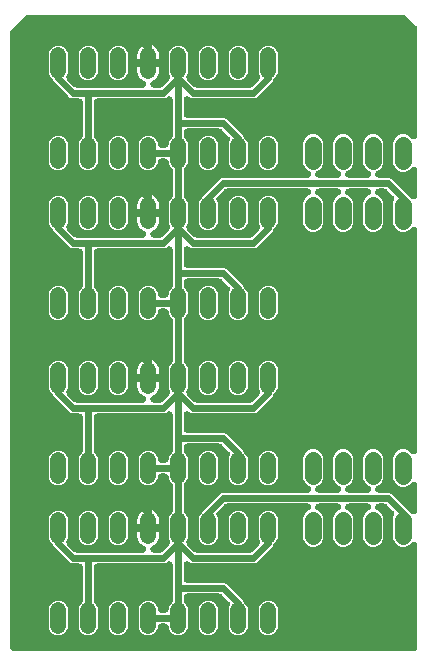
<source format=gbr>
G04 EAGLE Gerber RS-274X export*
G75*
%MOMM*%
%FSLAX34Y34*%
%LPD*%
%INTop Copper*%
%IPPOS*%
%AMOC8*
5,1,8,0,0,1.08239X$1,22.5*%
G01*
%ADD10C,1.422400*%
%ADD11C,1.320800*%
%ADD12C,0.609600*%

G36*
X491568Y187967D02*
X491568Y187967D01*
X491644Y187965D01*
X491813Y187987D01*
X491984Y188001D01*
X492058Y188019D01*
X492133Y188029D01*
X492297Y188078D01*
X492463Y188119D01*
X492532Y188149D01*
X492606Y188171D01*
X492759Y188247D01*
X492916Y188314D01*
X492980Y188355D01*
X493049Y188388D01*
X493188Y188487D01*
X493332Y188579D01*
X493389Y188630D01*
X493451Y188674D01*
X493572Y188794D01*
X493700Y188908D01*
X493748Y188967D01*
X493802Y189021D01*
X493903Y189159D01*
X494010Y189292D01*
X494047Y189358D01*
X494092Y189419D01*
X494169Y189572D01*
X494254Y189720D01*
X494280Y189792D01*
X494315Y189860D01*
X494366Y190023D01*
X494425Y190183D01*
X494440Y190258D01*
X494463Y190330D01*
X494475Y190435D01*
X494520Y190667D01*
X494527Y190903D01*
X494539Y191008D01*
X494539Y277356D01*
X494536Y277394D01*
X494538Y277432D01*
X494516Y277640D01*
X494499Y277848D01*
X494490Y277885D01*
X494486Y277923D01*
X494431Y278124D01*
X494381Y278327D01*
X494366Y278362D01*
X494355Y278399D01*
X494268Y278588D01*
X494186Y278780D01*
X494166Y278813D01*
X494150Y278847D01*
X494033Y279020D01*
X493921Y279196D01*
X493896Y279225D01*
X493874Y279256D01*
X493731Y279409D01*
X493592Y279564D01*
X493563Y279588D01*
X493537Y279616D01*
X493371Y279743D01*
X493208Y279874D01*
X493175Y279893D01*
X493145Y279916D01*
X492961Y280015D01*
X492780Y280118D01*
X492744Y280131D01*
X492710Y280149D01*
X492513Y280217D01*
X492317Y280290D01*
X492280Y280297D01*
X492244Y280309D01*
X492037Y280345D01*
X491833Y280384D01*
X491795Y280386D01*
X491757Y280392D01*
X491548Y280393D01*
X491340Y280400D01*
X491302Y280395D01*
X491264Y280395D01*
X491057Y280363D01*
X490851Y280335D01*
X490814Y280324D01*
X490777Y280318D01*
X490578Y280253D01*
X490379Y280193D01*
X490344Y280176D01*
X490308Y280164D01*
X490123Y280068D01*
X489935Y279976D01*
X489904Y279954D01*
X489870Y279936D01*
X489798Y279878D01*
X489533Y279691D01*
X489411Y279570D01*
X489337Y279511D01*
X487492Y277666D01*
X484318Y276351D01*
X480882Y276351D01*
X477708Y277666D01*
X475278Y280096D01*
X473963Y283270D01*
X473963Y300930D01*
X474953Y303320D01*
X475020Y303527D01*
X475091Y303734D01*
X475096Y303762D01*
X475104Y303789D01*
X475137Y304005D01*
X475174Y304221D01*
X475174Y304249D01*
X475178Y304277D01*
X475175Y304495D01*
X475177Y304714D01*
X475172Y304742D01*
X475172Y304770D01*
X475134Y304985D01*
X475100Y305201D01*
X475091Y305228D01*
X475086Y305256D01*
X475014Y305462D01*
X474946Y305670D01*
X474933Y305695D01*
X474923Y305722D01*
X474819Y305913D01*
X474718Y306107D01*
X474703Y306126D01*
X474687Y306155D01*
X474384Y306545D01*
X474325Y306599D01*
X474293Y306641D01*
X468898Y312035D01*
X468814Y312107D01*
X468760Y312161D01*
X468759Y312162D01*
X468731Y312190D01*
X468624Y312268D01*
X468522Y312354D01*
X468425Y312413D01*
X468332Y312480D01*
X468214Y312540D01*
X468100Y312609D01*
X467994Y312651D01*
X467892Y312703D01*
X467765Y312743D01*
X467642Y312792D01*
X467531Y312817D01*
X467421Y312851D01*
X467328Y312861D01*
X467160Y312899D01*
X466836Y312917D01*
X466744Y312927D01*
X461977Y312927D01*
X461835Y312916D01*
X461692Y312914D01*
X461589Y312896D01*
X461485Y312887D01*
X461347Y312853D01*
X461206Y312828D01*
X461108Y312794D01*
X461006Y312769D01*
X460875Y312712D01*
X460741Y312665D01*
X460649Y312615D01*
X460553Y312574D01*
X460433Y312498D01*
X460308Y312429D01*
X460225Y312365D01*
X460137Y312309D01*
X460031Y312214D01*
X459918Y312127D01*
X459847Y312050D01*
X459769Y311980D01*
X459679Y311869D01*
X459582Y311765D01*
X459525Y311678D01*
X459459Y311596D01*
X459389Y311473D01*
X459310Y311354D01*
X459267Y311258D01*
X459215Y311168D01*
X459165Y311034D01*
X459107Y310904D01*
X459080Y310803D01*
X459043Y310705D01*
X459016Y310566D01*
X458979Y310428D01*
X458969Y310323D01*
X458949Y310221D01*
X458944Y310079D01*
X458930Y309937D01*
X458937Y309832D01*
X458933Y309728D01*
X458952Y309587D01*
X458961Y309444D01*
X458984Y309343D01*
X458998Y309239D01*
X459039Y309102D01*
X459071Y308963D01*
X459110Y308867D01*
X459140Y308767D01*
X459203Y308638D01*
X459257Y308506D01*
X459311Y308417D01*
X459357Y308323D01*
X459440Y308207D01*
X459514Y308086D01*
X459582Y308006D01*
X459643Y307921D01*
X459743Y307820D01*
X459836Y307712D01*
X459916Y307644D01*
X459989Y307570D01*
X460104Y307486D01*
X460214Y307395D01*
X460283Y307357D01*
X460388Y307280D01*
X460775Y307084D01*
X460811Y307065D01*
X462092Y306534D01*
X464522Y304104D01*
X465837Y300930D01*
X465837Y283270D01*
X464522Y280096D01*
X462092Y277666D01*
X458918Y276351D01*
X455482Y276351D01*
X452308Y277666D01*
X449878Y280096D01*
X448563Y283270D01*
X448563Y300930D01*
X449878Y304104D01*
X452308Y306534D01*
X453589Y307065D01*
X453716Y307130D01*
X453847Y307186D01*
X453935Y307242D01*
X454028Y307290D01*
X454143Y307375D01*
X454263Y307451D01*
X454341Y307521D01*
X454425Y307583D01*
X454525Y307685D01*
X454631Y307780D01*
X454697Y307861D01*
X454770Y307936D01*
X454852Y308053D01*
X454941Y308164D01*
X454993Y308254D01*
X455053Y308340D01*
X455114Y308468D01*
X455185Y308592D01*
X455221Y308690D01*
X455267Y308785D01*
X455307Y308921D01*
X455357Y309055D01*
X455377Y309157D01*
X455406Y309258D01*
X455424Y309399D01*
X455451Y309539D01*
X455455Y309643D01*
X455468Y309747D01*
X455462Y309890D01*
X455467Y310032D01*
X455453Y310136D01*
X455449Y310240D01*
X455421Y310380D01*
X455402Y310521D01*
X455372Y310621D01*
X455351Y310724D01*
X455301Y310857D01*
X455260Y310994D01*
X455214Y311087D01*
X455177Y311185D01*
X455105Y311309D01*
X455043Y311437D01*
X454982Y311522D01*
X454930Y311612D01*
X454840Y311723D01*
X454757Y311839D01*
X454684Y311913D01*
X454618Y311994D01*
X454511Y312089D01*
X454411Y312190D01*
X454326Y312251D01*
X454248Y312321D01*
X454127Y312397D01*
X454012Y312480D01*
X453919Y312527D01*
X453830Y312583D01*
X453699Y312638D01*
X453571Y312703D01*
X453472Y312734D01*
X453375Y312775D01*
X453237Y312808D01*
X453101Y312851D01*
X453023Y312860D01*
X452896Y312890D01*
X452463Y312923D01*
X452423Y312927D01*
X436577Y312927D01*
X436435Y312916D01*
X436292Y312914D01*
X436189Y312896D01*
X436085Y312887D01*
X435947Y312853D01*
X435806Y312828D01*
X435708Y312794D01*
X435606Y312769D01*
X435475Y312712D01*
X435341Y312665D01*
X435249Y312615D01*
X435153Y312574D01*
X435033Y312498D01*
X434908Y312429D01*
X434825Y312365D01*
X434737Y312309D01*
X434631Y312214D01*
X434518Y312127D01*
X434447Y312050D01*
X434369Y311980D01*
X434279Y311869D01*
X434182Y311765D01*
X434125Y311678D01*
X434059Y311596D01*
X433989Y311473D01*
X433910Y311354D01*
X433867Y311258D01*
X433815Y311168D01*
X433765Y311034D01*
X433707Y310904D01*
X433680Y310803D01*
X433643Y310705D01*
X433616Y310566D01*
X433579Y310428D01*
X433569Y310323D01*
X433549Y310221D01*
X433544Y310079D01*
X433530Y309937D01*
X433537Y309832D01*
X433533Y309728D01*
X433552Y309587D01*
X433561Y309444D01*
X433584Y309343D01*
X433598Y309239D01*
X433639Y309102D01*
X433671Y308963D01*
X433710Y308867D01*
X433740Y308767D01*
X433803Y308638D01*
X433857Y308506D01*
X433911Y308417D01*
X433957Y308323D01*
X434040Y308207D01*
X434114Y308086D01*
X434182Y308006D01*
X434243Y307921D01*
X434343Y307820D01*
X434436Y307712D01*
X434516Y307644D01*
X434589Y307570D01*
X434704Y307486D01*
X434814Y307395D01*
X434883Y307357D01*
X434988Y307280D01*
X435375Y307084D01*
X435411Y307065D01*
X436692Y306534D01*
X439122Y304104D01*
X440437Y300930D01*
X440437Y283270D01*
X439122Y280096D01*
X436692Y277666D01*
X433518Y276351D01*
X430082Y276351D01*
X426908Y277666D01*
X424478Y280096D01*
X423163Y283270D01*
X423163Y300930D01*
X424478Y304104D01*
X426908Y306534D01*
X428189Y307065D01*
X428316Y307130D01*
X428447Y307186D01*
X428535Y307242D01*
X428628Y307290D01*
X428743Y307375D01*
X428863Y307451D01*
X428941Y307521D01*
X429025Y307583D01*
X429125Y307685D01*
X429231Y307780D01*
X429297Y307861D01*
X429370Y307936D01*
X429452Y308053D01*
X429541Y308164D01*
X429593Y308254D01*
X429653Y308340D01*
X429714Y308468D01*
X429785Y308592D01*
X429821Y308690D01*
X429867Y308785D01*
X429907Y308921D01*
X429957Y309055D01*
X429977Y309157D01*
X430006Y309258D01*
X430024Y309399D01*
X430051Y309539D01*
X430055Y309643D01*
X430068Y309747D01*
X430062Y309890D01*
X430067Y310032D01*
X430053Y310136D01*
X430049Y310240D01*
X430021Y310380D01*
X430002Y310521D01*
X429972Y310621D01*
X429951Y310724D01*
X429901Y310857D01*
X429860Y310994D01*
X429814Y311087D01*
X429777Y311185D01*
X429705Y311309D01*
X429643Y311437D01*
X429582Y311522D01*
X429530Y311612D01*
X429440Y311723D01*
X429357Y311839D01*
X429284Y311913D01*
X429218Y311994D01*
X429111Y312089D01*
X429011Y312190D01*
X428926Y312251D01*
X428848Y312321D01*
X428727Y312397D01*
X428612Y312480D01*
X428519Y312527D01*
X428430Y312583D01*
X428299Y312638D01*
X428171Y312703D01*
X428072Y312734D01*
X427975Y312775D01*
X427837Y312808D01*
X427701Y312851D01*
X427623Y312860D01*
X427496Y312890D01*
X427063Y312923D01*
X427023Y312927D01*
X411177Y312927D01*
X411035Y312916D01*
X410892Y312914D01*
X410789Y312896D01*
X410685Y312887D01*
X410547Y312853D01*
X410406Y312828D01*
X410308Y312794D01*
X410206Y312769D01*
X410075Y312712D01*
X409941Y312665D01*
X409849Y312615D01*
X409753Y312574D01*
X409633Y312498D01*
X409508Y312429D01*
X409425Y312365D01*
X409337Y312309D01*
X409231Y312214D01*
X409118Y312127D01*
X409047Y312050D01*
X408969Y311980D01*
X408879Y311869D01*
X408782Y311765D01*
X408725Y311678D01*
X408659Y311596D01*
X408589Y311473D01*
X408510Y311354D01*
X408467Y311258D01*
X408415Y311168D01*
X408365Y311034D01*
X408307Y310904D01*
X408280Y310803D01*
X408243Y310705D01*
X408216Y310566D01*
X408179Y310428D01*
X408169Y310323D01*
X408149Y310221D01*
X408144Y310079D01*
X408130Y309937D01*
X408137Y309832D01*
X408133Y309728D01*
X408152Y309587D01*
X408161Y309444D01*
X408184Y309343D01*
X408198Y309239D01*
X408239Y309102D01*
X408271Y308963D01*
X408310Y308867D01*
X408340Y308767D01*
X408403Y308638D01*
X408457Y308506D01*
X408511Y308417D01*
X408557Y308323D01*
X408640Y308207D01*
X408714Y308086D01*
X408782Y308006D01*
X408843Y307921D01*
X408943Y307820D01*
X409036Y307712D01*
X409116Y307644D01*
X409189Y307570D01*
X409304Y307486D01*
X409414Y307395D01*
X409483Y307357D01*
X409588Y307280D01*
X409975Y307084D01*
X410011Y307065D01*
X411292Y306534D01*
X413722Y304104D01*
X415037Y300930D01*
X415037Y283270D01*
X413722Y280096D01*
X411292Y277666D01*
X408118Y276351D01*
X404682Y276351D01*
X401508Y277666D01*
X399078Y280096D01*
X397763Y283270D01*
X397763Y300930D01*
X399078Y304104D01*
X401508Y306534D01*
X402789Y307065D01*
X402916Y307130D01*
X403047Y307186D01*
X403135Y307242D01*
X403228Y307290D01*
X403343Y307375D01*
X403463Y307451D01*
X403541Y307521D01*
X403625Y307583D01*
X403725Y307685D01*
X403831Y307780D01*
X403897Y307861D01*
X403970Y307936D01*
X404052Y308053D01*
X404141Y308164D01*
X404193Y308254D01*
X404253Y308340D01*
X404314Y308468D01*
X404385Y308592D01*
X404421Y308690D01*
X404467Y308785D01*
X404507Y308921D01*
X404557Y309055D01*
X404577Y309157D01*
X404606Y309258D01*
X404624Y309399D01*
X404651Y309539D01*
X404655Y309643D01*
X404668Y309747D01*
X404662Y309890D01*
X404667Y310032D01*
X404653Y310136D01*
X404649Y310240D01*
X404621Y310380D01*
X404602Y310521D01*
X404572Y310621D01*
X404551Y310724D01*
X404501Y310857D01*
X404460Y310994D01*
X404414Y311087D01*
X404377Y311185D01*
X404305Y311309D01*
X404243Y311437D01*
X404182Y311522D01*
X404130Y311612D01*
X404040Y311723D01*
X403957Y311839D01*
X403884Y311913D01*
X403818Y311994D01*
X403711Y312089D01*
X403611Y312190D01*
X403526Y312251D01*
X403448Y312321D01*
X403327Y312397D01*
X403212Y312480D01*
X403119Y312527D01*
X403030Y312583D01*
X402899Y312638D01*
X402771Y312703D01*
X402672Y312734D01*
X402575Y312775D01*
X402437Y312808D01*
X402301Y312851D01*
X402223Y312860D01*
X402096Y312890D01*
X401663Y312923D01*
X401623Y312927D01*
X333356Y312927D01*
X333243Y312918D01*
X333128Y312919D01*
X332997Y312898D01*
X332865Y312887D01*
X332754Y312860D01*
X332641Y312842D01*
X332515Y312801D01*
X332386Y312769D01*
X332281Y312724D01*
X332172Y312688D01*
X332054Y312626D01*
X331932Y312574D01*
X331836Y312513D01*
X331735Y312460D01*
X331661Y312401D01*
X331516Y312309D01*
X331274Y312093D01*
X331202Y312035D01*
X325270Y306103D01*
X325128Y305936D01*
X324984Y305773D01*
X324969Y305749D01*
X324950Y305727D01*
X324837Y305540D01*
X324721Y305355D01*
X324710Y305329D01*
X324696Y305305D01*
X324615Y305102D01*
X324530Y304900D01*
X324523Y304873D01*
X324513Y304846D01*
X324465Y304633D01*
X324414Y304421D01*
X324412Y304393D01*
X324406Y304365D01*
X324394Y304146D01*
X324377Y303929D01*
X324380Y303901D01*
X324378Y303872D01*
X324401Y303655D01*
X324420Y303437D01*
X324427Y303415D01*
X324430Y303382D01*
X324561Y302906D01*
X324595Y302833D01*
X324609Y302782D01*
X325629Y300321D01*
X325629Y283879D01*
X324391Y280891D01*
X322105Y278605D01*
X319117Y277367D01*
X315883Y277367D01*
X312895Y278605D01*
X310609Y280891D01*
X309371Y283879D01*
X309371Y300321D01*
X310609Y303309D01*
X312440Y305140D01*
X312447Y305147D01*
X312454Y305154D01*
X312606Y305335D01*
X312760Y305516D01*
X312765Y305524D01*
X312771Y305532D01*
X312790Y305567D01*
X313014Y305939D01*
X313063Y306060D01*
X313101Y306129D01*
X313623Y307390D01*
X327610Y321377D01*
X329290Y322073D01*
X401623Y322073D01*
X401765Y322084D01*
X401908Y322086D01*
X402011Y322104D01*
X402115Y322113D01*
X402253Y322147D01*
X402394Y322172D01*
X402492Y322206D01*
X402594Y322231D01*
X402725Y322288D01*
X402859Y322335D01*
X402951Y322385D01*
X403047Y322426D01*
X403167Y322502D01*
X403292Y322571D01*
X403375Y322635D01*
X403463Y322691D01*
X403569Y322786D01*
X403682Y322873D01*
X403753Y322950D01*
X403831Y323020D01*
X403921Y323131D01*
X404018Y323235D01*
X404075Y323322D01*
X404141Y323404D01*
X404211Y323527D01*
X404290Y323646D01*
X404333Y323742D01*
X404385Y323832D01*
X404435Y323966D01*
X404493Y324096D01*
X404520Y324197D01*
X404557Y324295D01*
X404584Y324434D01*
X404621Y324572D01*
X404631Y324677D01*
X404651Y324779D01*
X404656Y324921D01*
X404670Y325063D01*
X404663Y325168D01*
X404667Y325272D01*
X404648Y325413D01*
X404639Y325556D01*
X404616Y325657D01*
X404602Y325761D01*
X404561Y325898D01*
X404529Y326037D01*
X404490Y326133D01*
X404460Y326233D01*
X404397Y326362D01*
X404343Y326494D01*
X404289Y326583D01*
X404243Y326677D01*
X404160Y326793D01*
X404086Y326914D01*
X404018Y326994D01*
X403957Y327079D01*
X403857Y327180D01*
X403764Y327288D01*
X403684Y327356D01*
X403611Y327430D01*
X403496Y327514D01*
X403386Y327605D01*
X403317Y327643D01*
X403212Y327720D01*
X402825Y327916D01*
X402789Y327935D01*
X401508Y328466D01*
X399078Y330896D01*
X397763Y334070D01*
X397763Y351730D01*
X399078Y354904D01*
X401508Y357334D01*
X404682Y358649D01*
X408118Y358649D01*
X411292Y357334D01*
X413722Y354904D01*
X415037Y351730D01*
X415037Y334070D01*
X413722Y330896D01*
X411292Y328466D01*
X410011Y327935D01*
X409884Y327870D01*
X409753Y327814D01*
X409665Y327758D01*
X409572Y327710D01*
X409457Y327625D01*
X409337Y327549D01*
X409259Y327479D01*
X409175Y327417D01*
X409075Y327315D01*
X408969Y327220D01*
X408903Y327139D01*
X408830Y327064D01*
X408748Y326947D01*
X408659Y326836D01*
X408607Y326746D01*
X408547Y326660D01*
X408486Y326532D01*
X408415Y326408D01*
X408379Y326310D01*
X408333Y326215D01*
X408293Y326079D01*
X408243Y325945D01*
X408223Y325843D01*
X408194Y325742D01*
X408176Y325601D01*
X408149Y325461D01*
X408145Y325357D01*
X408132Y325253D01*
X408138Y325110D01*
X408133Y324968D01*
X408147Y324864D01*
X408151Y324760D01*
X408179Y324620D01*
X408198Y324479D01*
X408228Y324379D01*
X408249Y324276D01*
X408299Y324143D01*
X408340Y324006D01*
X408386Y323913D01*
X408423Y323815D01*
X408495Y323691D01*
X408557Y323563D01*
X408618Y323478D01*
X408670Y323388D01*
X408760Y323277D01*
X408843Y323161D01*
X408916Y323087D01*
X408982Y323006D01*
X409089Y322911D01*
X409189Y322810D01*
X409274Y322749D01*
X409352Y322679D01*
X409473Y322603D01*
X409588Y322520D01*
X409681Y322473D01*
X409770Y322417D01*
X409901Y322362D01*
X410029Y322297D01*
X410128Y322266D01*
X410225Y322225D01*
X410363Y322192D01*
X410499Y322149D01*
X410577Y322140D01*
X410704Y322110D01*
X411137Y322077D01*
X411177Y322073D01*
X427023Y322073D01*
X427165Y322084D01*
X427308Y322086D01*
X427411Y322104D01*
X427515Y322113D01*
X427653Y322147D01*
X427794Y322172D01*
X427892Y322206D01*
X427994Y322231D01*
X428125Y322288D01*
X428259Y322335D01*
X428351Y322385D01*
X428447Y322426D01*
X428567Y322502D01*
X428692Y322571D01*
X428775Y322635D01*
X428863Y322691D01*
X428969Y322786D01*
X429082Y322873D01*
X429153Y322950D01*
X429231Y323020D01*
X429321Y323131D01*
X429418Y323235D01*
X429475Y323322D01*
X429541Y323404D01*
X429611Y323527D01*
X429690Y323646D01*
X429733Y323742D01*
X429785Y323832D01*
X429835Y323966D01*
X429893Y324096D01*
X429920Y324197D01*
X429957Y324295D01*
X429984Y324434D01*
X430021Y324572D01*
X430031Y324677D01*
X430051Y324779D01*
X430056Y324921D01*
X430070Y325063D01*
X430063Y325168D01*
X430067Y325272D01*
X430048Y325413D01*
X430039Y325556D01*
X430016Y325657D01*
X430002Y325761D01*
X429961Y325898D01*
X429929Y326037D01*
X429890Y326133D01*
X429860Y326233D01*
X429797Y326362D01*
X429743Y326494D01*
X429689Y326583D01*
X429643Y326677D01*
X429560Y326793D01*
X429486Y326914D01*
X429418Y326994D01*
X429357Y327079D01*
X429257Y327180D01*
X429164Y327288D01*
X429084Y327356D01*
X429011Y327430D01*
X428896Y327514D01*
X428786Y327605D01*
X428717Y327643D01*
X428612Y327720D01*
X428225Y327916D01*
X428189Y327935D01*
X426908Y328466D01*
X424478Y330896D01*
X423163Y334070D01*
X423163Y351730D01*
X424478Y354904D01*
X426908Y357334D01*
X430082Y358649D01*
X433518Y358649D01*
X436692Y357334D01*
X439122Y354904D01*
X440437Y351730D01*
X440437Y334070D01*
X439122Y330896D01*
X436692Y328466D01*
X435411Y327935D01*
X435284Y327870D01*
X435153Y327814D01*
X435065Y327758D01*
X434972Y327710D01*
X434857Y327625D01*
X434737Y327549D01*
X434659Y327479D01*
X434575Y327417D01*
X434475Y327315D01*
X434369Y327220D01*
X434303Y327139D01*
X434230Y327064D01*
X434148Y326947D01*
X434059Y326836D01*
X434007Y326746D01*
X433947Y326660D01*
X433886Y326532D01*
X433815Y326408D01*
X433779Y326310D01*
X433733Y326215D01*
X433693Y326079D01*
X433643Y325945D01*
X433623Y325843D01*
X433594Y325742D01*
X433576Y325601D01*
X433549Y325461D01*
X433545Y325357D01*
X433532Y325253D01*
X433538Y325110D01*
X433533Y324968D01*
X433547Y324864D01*
X433551Y324760D01*
X433579Y324620D01*
X433598Y324479D01*
X433628Y324379D01*
X433649Y324276D01*
X433699Y324143D01*
X433740Y324006D01*
X433786Y323913D01*
X433823Y323815D01*
X433895Y323691D01*
X433957Y323563D01*
X434018Y323478D01*
X434070Y323388D01*
X434160Y323277D01*
X434243Y323161D01*
X434316Y323087D01*
X434382Y323006D01*
X434489Y322911D01*
X434589Y322810D01*
X434674Y322749D01*
X434752Y322679D01*
X434873Y322603D01*
X434988Y322520D01*
X435081Y322473D01*
X435170Y322417D01*
X435301Y322362D01*
X435429Y322297D01*
X435528Y322266D01*
X435625Y322225D01*
X435763Y322192D01*
X435899Y322149D01*
X435977Y322140D01*
X436104Y322110D01*
X436537Y322077D01*
X436577Y322073D01*
X452423Y322073D01*
X452565Y322084D01*
X452708Y322086D01*
X452811Y322104D01*
X452915Y322113D01*
X453053Y322147D01*
X453194Y322172D01*
X453292Y322206D01*
X453394Y322231D01*
X453525Y322288D01*
X453659Y322335D01*
X453751Y322385D01*
X453847Y322426D01*
X453967Y322502D01*
X454092Y322571D01*
X454175Y322635D01*
X454263Y322691D01*
X454369Y322786D01*
X454482Y322873D01*
X454553Y322950D01*
X454631Y323020D01*
X454721Y323131D01*
X454818Y323235D01*
X454875Y323322D01*
X454941Y323404D01*
X455011Y323527D01*
X455090Y323646D01*
X455133Y323742D01*
X455185Y323832D01*
X455235Y323966D01*
X455293Y324096D01*
X455320Y324197D01*
X455357Y324295D01*
X455384Y324434D01*
X455421Y324572D01*
X455431Y324677D01*
X455451Y324779D01*
X455456Y324921D01*
X455470Y325063D01*
X455463Y325168D01*
X455467Y325272D01*
X455448Y325413D01*
X455439Y325556D01*
X455416Y325657D01*
X455402Y325761D01*
X455361Y325898D01*
X455329Y326037D01*
X455290Y326133D01*
X455260Y326233D01*
X455197Y326362D01*
X455143Y326494D01*
X455089Y326583D01*
X455043Y326677D01*
X454960Y326793D01*
X454886Y326914D01*
X454818Y326994D01*
X454757Y327079D01*
X454657Y327180D01*
X454564Y327288D01*
X454484Y327356D01*
X454411Y327430D01*
X454296Y327514D01*
X454186Y327605D01*
X454117Y327643D01*
X454012Y327720D01*
X453625Y327916D01*
X453589Y327935D01*
X452308Y328466D01*
X449878Y330896D01*
X448563Y334070D01*
X448563Y351730D01*
X449878Y354904D01*
X452308Y357334D01*
X455482Y358649D01*
X458918Y358649D01*
X462092Y357334D01*
X464522Y354904D01*
X465837Y351730D01*
X465837Y334070D01*
X464522Y330896D01*
X462092Y328466D01*
X460811Y327935D01*
X460684Y327870D01*
X460553Y327814D01*
X460465Y327758D01*
X460372Y327710D01*
X460257Y327625D01*
X460137Y327549D01*
X460059Y327479D01*
X459975Y327417D01*
X459875Y327315D01*
X459769Y327220D01*
X459703Y327139D01*
X459630Y327064D01*
X459548Y326947D01*
X459459Y326836D01*
X459407Y326746D01*
X459347Y326660D01*
X459286Y326532D01*
X459215Y326408D01*
X459179Y326310D01*
X459133Y326215D01*
X459093Y326079D01*
X459043Y325945D01*
X459023Y325843D01*
X458994Y325742D01*
X458976Y325601D01*
X458949Y325461D01*
X458945Y325357D01*
X458932Y325253D01*
X458938Y325110D01*
X458933Y324968D01*
X458947Y324864D01*
X458951Y324760D01*
X458979Y324620D01*
X458998Y324479D01*
X459028Y324379D01*
X459049Y324276D01*
X459099Y324143D01*
X459140Y324006D01*
X459186Y323913D01*
X459223Y323815D01*
X459295Y323691D01*
X459357Y323563D01*
X459418Y323478D01*
X459470Y323388D01*
X459560Y323277D01*
X459643Y323161D01*
X459716Y323087D01*
X459782Y323006D01*
X459889Y322911D01*
X459989Y322810D01*
X460074Y322749D01*
X460152Y322679D01*
X460273Y322603D01*
X460388Y322520D01*
X460481Y322473D01*
X460570Y322417D01*
X460701Y322362D01*
X460829Y322297D01*
X460928Y322266D01*
X461025Y322225D01*
X461163Y322192D01*
X461299Y322149D01*
X461377Y322140D01*
X461504Y322110D01*
X461937Y322077D01*
X461977Y322073D01*
X470810Y322073D01*
X472490Y321377D01*
X484762Y309105D01*
X486792Y307075D01*
X486799Y307069D01*
X486806Y307061D01*
X486986Y306910D01*
X487168Y306756D01*
X487176Y306751D01*
X487184Y306744D01*
X487219Y306725D01*
X487426Y306600D01*
X489337Y304689D01*
X489366Y304664D01*
X489392Y304636D01*
X489554Y304505D01*
X489713Y304369D01*
X489746Y304350D01*
X489776Y304326D01*
X489957Y304223D01*
X490136Y304115D01*
X490171Y304101D01*
X490204Y304082D01*
X490400Y304009D01*
X490594Y303932D01*
X490631Y303923D01*
X490667Y303910D01*
X490872Y303870D01*
X491076Y303825D01*
X491114Y303823D01*
X491151Y303816D01*
X491359Y303809D01*
X491568Y303797D01*
X491606Y303801D01*
X491644Y303800D01*
X491851Y303827D01*
X492059Y303850D01*
X492095Y303860D01*
X492133Y303865D01*
X492333Y303925D01*
X492534Y303980D01*
X492569Y303996D01*
X492606Y304007D01*
X492793Y304099D01*
X492983Y304186D01*
X493014Y304207D01*
X493049Y304224D01*
X493219Y304345D01*
X493392Y304461D01*
X493420Y304487D01*
X493451Y304509D01*
X493599Y304656D01*
X493752Y304799D01*
X493775Y304829D01*
X493802Y304856D01*
X493925Y305025D01*
X494052Y305190D01*
X494070Y305224D01*
X494092Y305255D01*
X494186Y305441D01*
X494285Y305625D01*
X494298Y305661D01*
X494315Y305695D01*
X494377Y305895D01*
X494445Y306092D01*
X494451Y306129D01*
X494463Y306166D01*
X494473Y306259D01*
X494528Y306578D01*
X494529Y306750D01*
X494539Y306844D01*
X494539Y328156D01*
X494536Y328194D01*
X494538Y328232D01*
X494535Y328266D01*
X494535Y328286D01*
X494521Y328400D01*
X494516Y328440D01*
X494499Y328648D01*
X494490Y328685D01*
X494486Y328723D01*
X494431Y328924D01*
X494381Y329127D01*
X494366Y329162D01*
X494355Y329199D01*
X494268Y329389D01*
X494186Y329580D01*
X494166Y329613D01*
X494150Y329647D01*
X494033Y329820D01*
X493921Y329996D01*
X493896Y330025D01*
X493874Y330056D01*
X493731Y330209D01*
X493592Y330364D01*
X493563Y330388D01*
X493537Y330416D01*
X493371Y330543D01*
X493208Y330674D01*
X493175Y330693D01*
X493145Y330716D01*
X492961Y330815D01*
X492780Y330918D01*
X492744Y330931D01*
X492710Y330949D01*
X492513Y331017D01*
X492317Y331090D01*
X492280Y331097D01*
X492244Y331109D01*
X492037Y331145D01*
X491833Y331184D01*
X491795Y331186D01*
X491757Y331192D01*
X491548Y331193D01*
X491340Y331200D01*
X491302Y331195D01*
X491264Y331195D01*
X491057Y331163D01*
X490851Y331135D01*
X490814Y331124D01*
X490777Y331118D01*
X490578Y331053D01*
X490379Y330993D01*
X490344Y330976D01*
X490308Y330964D01*
X490123Y330868D01*
X489935Y330776D01*
X489904Y330754D01*
X489870Y330736D01*
X489798Y330678D01*
X489685Y330598D01*
X489630Y330563D01*
X489608Y330544D01*
X489533Y330491D01*
X489411Y330370D01*
X489337Y330311D01*
X487492Y328466D01*
X484318Y327151D01*
X480882Y327151D01*
X477708Y328466D01*
X475278Y330896D01*
X473963Y334070D01*
X473963Y351730D01*
X475278Y354904D01*
X477708Y357334D01*
X480882Y358649D01*
X484318Y358649D01*
X487492Y357334D01*
X489337Y355489D01*
X489366Y355464D01*
X489392Y355436D01*
X489554Y355305D01*
X489713Y355169D01*
X489746Y355150D01*
X489776Y355126D01*
X489957Y355023D01*
X490136Y354915D01*
X490171Y354901D01*
X490204Y354882D01*
X490400Y354809D01*
X490594Y354732D01*
X490631Y354723D01*
X490667Y354710D01*
X490872Y354670D01*
X491076Y354625D01*
X491114Y354623D01*
X491151Y354616D01*
X491359Y354609D01*
X491568Y354597D01*
X491606Y354601D01*
X491644Y354600D01*
X491851Y354627D01*
X492059Y354650D01*
X492095Y354660D01*
X492133Y354665D01*
X492333Y354725D01*
X492534Y354780D01*
X492569Y354796D01*
X492606Y354807D01*
X492793Y354899D01*
X492983Y354986D01*
X493014Y355007D01*
X493049Y355024D01*
X493219Y355145D01*
X493392Y355261D01*
X493420Y355287D01*
X493451Y355309D01*
X493599Y355456D01*
X493752Y355599D01*
X493775Y355629D01*
X493802Y355656D01*
X493925Y355825D01*
X494052Y355990D01*
X494070Y356024D01*
X494092Y356055D01*
X494186Y356241D01*
X494285Y356425D01*
X494298Y356461D01*
X494315Y356495D01*
X494377Y356695D01*
X494445Y356892D01*
X494451Y356929D01*
X494463Y356966D01*
X494473Y357059D01*
X494528Y357378D01*
X494529Y357550D01*
X494539Y357644D01*
X494539Y544056D01*
X494536Y544094D01*
X494538Y544132D01*
X494516Y544340D01*
X494499Y544548D01*
X494490Y544585D01*
X494486Y544623D01*
X494431Y544824D01*
X494381Y545027D01*
X494366Y545062D01*
X494355Y545099D01*
X494268Y545288D01*
X494186Y545480D01*
X494166Y545513D01*
X494150Y545547D01*
X494033Y545720D01*
X493921Y545896D01*
X493896Y545925D01*
X493874Y545956D01*
X493731Y546109D01*
X493592Y546264D01*
X493563Y546288D01*
X493537Y546316D01*
X493371Y546443D01*
X493208Y546574D01*
X493175Y546593D01*
X493145Y546616D01*
X492961Y546715D01*
X492780Y546818D01*
X492744Y546831D01*
X492710Y546849D01*
X492513Y546917D01*
X492317Y546990D01*
X492280Y546997D01*
X492244Y547009D01*
X492037Y547045D01*
X491833Y547084D01*
X491795Y547086D01*
X491757Y547092D01*
X491548Y547093D01*
X491340Y547100D01*
X491302Y547095D01*
X491264Y547095D01*
X491057Y547063D01*
X490851Y547035D01*
X490814Y547024D01*
X490777Y547018D01*
X490578Y546953D01*
X490379Y546893D01*
X490344Y546876D01*
X490308Y546864D01*
X490123Y546768D01*
X489935Y546676D01*
X489904Y546654D01*
X489870Y546636D01*
X489798Y546578D01*
X489533Y546391D01*
X489411Y546270D01*
X489337Y546211D01*
X487492Y544366D01*
X484318Y543051D01*
X480882Y543051D01*
X477708Y544366D01*
X475278Y546796D01*
X473963Y549970D01*
X473963Y567630D01*
X474953Y570020D01*
X475020Y570227D01*
X475091Y570434D01*
X475096Y570462D01*
X475104Y570489D01*
X475137Y570705D01*
X475174Y570921D01*
X475174Y570949D01*
X475178Y570977D01*
X475175Y571195D01*
X475177Y571414D01*
X475172Y571442D01*
X475172Y571470D01*
X475134Y571685D01*
X475100Y571901D01*
X475091Y571928D01*
X475086Y571956D01*
X475014Y572162D01*
X474946Y572370D01*
X474933Y572395D01*
X474923Y572422D01*
X474819Y572613D01*
X474718Y572807D01*
X474703Y572826D01*
X474687Y572855D01*
X474384Y573245D01*
X474325Y573299D01*
X474293Y573341D01*
X468898Y578735D01*
X468811Y578809D01*
X468731Y578890D01*
X468624Y578968D01*
X468522Y579054D01*
X468425Y579113D01*
X468332Y579180D01*
X468214Y579240D01*
X468100Y579309D01*
X467994Y579351D01*
X467892Y579403D01*
X467765Y579443D01*
X467642Y579492D01*
X467531Y579517D01*
X467421Y579551D01*
X467328Y579561D01*
X467160Y579599D01*
X466836Y579617D01*
X466744Y579627D01*
X461977Y579627D01*
X461835Y579616D01*
X461692Y579614D01*
X461589Y579596D01*
X461485Y579587D01*
X461347Y579553D01*
X461206Y579528D01*
X461108Y579494D01*
X461006Y579469D01*
X460875Y579412D01*
X460741Y579365D01*
X460649Y579315D01*
X460553Y579274D01*
X460433Y579198D01*
X460307Y579129D01*
X460225Y579065D01*
X460137Y579009D01*
X460031Y578914D01*
X459918Y578827D01*
X459847Y578750D01*
X459769Y578680D01*
X459679Y578569D01*
X459582Y578465D01*
X459525Y578378D01*
X459459Y578296D01*
X459388Y578173D01*
X459310Y578054D01*
X459267Y577959D01*
X459215Y577868D01*
X459165Y577734D01*
X459107Y577604D01*
X459080Y577503D01*
X459043Y577405D01*
X459016Y577265D01*
X458979Y577128D01*
X458969Y577023D01*
X458949Y576921D01*
X458944Y576779D01*
X458930Y576637D01*
X458937Y576532D01*
X458933Y576428D01*
X458952Y576287D01*
X458961Y576144D01*
X458984Y576043D01*
X458998Y575939D01*
X459039Y575802D01*
X459071Y575663D01*
X459110Y575567D01*
X459140Y575467D01*
X459203Y575338D01*
X459257Y575206D01*
X459311Y575117D01*
X459357Y575023D01*
X459440Y574907D01*
X459514Y574786D01*
X459582Y574706D01*
X459643Y574621D01*
X459743Y574520D01*
X459836Y574412D01*
X459916Y574344D01*
X459989Y574270D01*
X460105Y574186D01*
X460214Y574095D01*
X460282Y574057D01*
X460388Y573980D01*
X460775Y573784D01*
X460811Y573765D01*
X462092Y573234D01*
X464522Y570804D01*
X465837Y567630D01*
X465837Y549970D01*
X464522Y546796D01*
X462092Y544366D01*
X458918Y543051D01*
X455482Y543051D01*
X452308Y544366D01*
X449878Y546796D01*
X448563Y549970D01*
X448563Y567630D01*
X449878Y570804D01*
X452308Y573234D01*
X453589Y573765D01*
X453716Y573830D01*
X453847Y573886D01*
X453935Y573942D01*
X454028Y573990D01*
X454143Y574074D01*
X454263Y574151D01*
X454341Y574221D01*
X454425Y574283D01*
X454525Y574385D01*
X454631Y574480D01*
X454697Y574561D01*
X454770Y574636D01*
X454851Y574753D01*
X454941Y574864D01*
X454993Y574954D01*
X455053Y575040D01*
X455114Y575168D01*
X455185Y575292D01*
X455221Y575390D01*
X455267Y575484D01*
X455307Y575621D01*
X455357Y575755D01*
X455377Y575857D01*
X455406Y575958D01*
X455424Y576099D01*
X455451Y576239D01*
X455455Y576343D01*
X455468Y576447D01*
X455462Y576590D01*
X455467Y576732D01*
X455453Y576836D01*
X455449Y576940D01*
X455421Y577080D01*
X455402Y577221D01*
X455372Y577321D01*
X455351Y577424D01*
X455301Y577557D01*
X455260Y577694D01*
X455214Y577787D01*
X455177Y577885D01*
X455106Y578009D01*
X455043Y578137D01*
X454982Y578222D01*
X454930Y578312D01*
X454840Y578423D01*
X454757Y578539D01*
X454684Y578613D01*
X454618Y578694D01*
X454511Y578789D01*
X454411Y578890D01*
X454326Y578951D01*
X454248Y579021D01*
X454127Y579097D01*
X454012Y579180D01*
X453919Y579227D01*
X453830Y579283D01*
X453699Y579339D01*
X453571Y579403D01*
X453472Y579434D01*
X453375Y579475D01*
X453237Y579508D01*
X453101Y579551D01*
X453023Y579560D01*
X452896Y579590D01*
X452463Y579623D01*
X452423Y579627D01*
X436577Y579627D01*
X436435Y579616D01*
X436292Y579614D01*
X436189Y579596D01*
X436085Y579587D01*
X435947Y579553D01*
X435806Y579528D01*
X435708Y579494D01*
X435606Y579469D01*
X435475Y579412D01*
X435341Y579365D01*
X435249Y579315D01*
X435153Y579274D01*
X435033Y579198D01*
X434907Y579129D01*
X434825Y579065D01*
X434737Y579009D01*
X434631Y578914D01*
X434518Y578827D01*
X434447Y578750D01*
X434369Y578680D01*
X434279Y578569D01*
X434182Y578465D01*
X434125Y578378D01*
X434059Y578296D01*
X433988Y578173D01*
X433910Y578054D01*
X433867Y577959D01*
X433815Y577868D01*
X433765Y577734D01*
X433707Y577604D01*
X433680Y577503D01*
X433643Y577405D01*
X433616Y577265D01*
X433579Y577128D01*
X433569Y577023D01*
X433549Y576921D01*
X433544Y576779D01*
X433530Y576637D01*
X433537Y576532D01*
X433533Y576428D01*
X433552Y576287D01*
X433561Y576144D01*
X433584Y576043D01*
X433598Y575939D01*
X433639Y575802D01*
X433671Y575663D01*
X433710Y575567D01*
X433740Y575467D01*
X433803Y575338D01*
X433857Y575206D01*
X433911Y575117D01*
X433957Y575023D01*
X434040Y574907D01*
X434114Y574786D01*
X434182Y574706D01*
X434243Y574621D01*
X434343Y574520D01*
X434436Y574412D01*
X434516Y574344D01*
X434589Y574270D01*
X434705Y574186D01*
X434814Y574095D01*
X434882Y574057D01*
X434988Y573980D01*
X435375Y573784D01*
X435411Y573765D01*
X436692Y573234D01*
X439122Y570804D01*
X440437Y567630D01*
X440437Y549970D01*
X439122Y546796D01*
X436692Y544366D01*
X433518Y543051D01*
X430082Y543051D01*
X426908Y544366D01*
X424478Y546796D01*
X423163Y549970D01*
X423163Y567630D01*
X424478Y570804D01*
X426908Y573234D01*
X428189Y573765D01*
X428316Y573830D01*
X428447Y573886D01*
X428535Y573942D01*
X428628Y573990D01*
X428743Y574074D01*
X428863Y574151D01*
X428941Y574221D01*
X429025Y574283D01*
X429125Y574385D01*
X429231Y574480D01*
X429297Y574561D01*
X429370Y574636D01*
X429451Y574753D01*
X429541Y574864D01*
X429593Y574954D01*
X429653Y575040D01*
X429714Y575168D01*
X429785Y575292D01*
X429821Y575390D01*
X429867Y575484D01*
X429907Y575621D01*
X429957Y575755D01*
X429977Y575857D01*
X430006Y575958D01*
X430024Y576099D01*
X430051Y576239D01*
X430055Y576343D01*
X430068Y576447D01*
X430062Y576590D01*
X430067Y576732D01*
X430053Y576836D01*
X430049Y576940D01*
X430021Y577080D01*
X430002Y577221D01*
X429972Y577321D01*
X429951Y577424D01*
X429901Y577557D01*
X429860Y577694D01*
X429814Y577787D01*
X429777Y577885D01*
X429706Y578009D01*
X429643Y578137D01*
X429582Y578222D01*
X429530Y578312D01*
X429440Y578423D01*
X429357Y578539D01*
X429284Y578613D01*
X429218Y578694D01*
X429111Y578789D01*
X429011Y578890D01*
X428926Y578951D01*
X428848Y579021D01*
X428727Y579097D01*
X428612Y579180D01*
X428519Y579227D01*
X428430Y579283D01*
X428299Y579339D01*
X428171Y579403D01*
X428072Y579434D01*
X427975Y579475D01*
X427837Y579508D01*
X427701Y579551D01*
X427623Y579560D01*
X427496Y579590D01*
X427063Y579623D01*
X427023Y579627D01*
X411177Y579627D01*
X411035Y579616D01*
X410892Y579614D01*
X410789Y579596D01*
X410685Y579587D01*
X410547Y579553D01*
X410406Y579528D01*
X410308Y579494D01*
X410206Y579469D01*
X410075Y579412D01*
X409941Y579365D01*
X409849Y579315D01*
X409753Y579274D01*
X409633Y579198D01*
X409507Y579129D01*
X409425Y579065D01*
X409337Y579009D01*
X409231Y578914D01*
X409118Y578827D01*
X409047Y578750D01*
X408969Y578680D01*
X408879Y578569D01*
X408782Y578465D01*
X408725Y578378D01*
X408659Y578296D01*
X408588Y578173D01*
X408510Y578054D01*
X408467Y577959D01*
X408415Y577868D01*
X408365Y577734D01*
X408307Y577604D01*
X408280Y577503D01*
X408243Y577405D01*
X408216Y577265D01*
X408179Y577128D01*
X408169Y577023D01*
X408149Y576921D01*
X408144Y576779D01*
X408130Y576637D01*
X408137Y576532D01*
X408133Y576428D01*
X408152Y576287D01*
X408161Y576144D01*
X408184Y576043D01*
X408198Y575939D01*
X408239Y575802D01*
X408271Y575663D01*
X408310Y575567D01*
X408340Y575467D01*
X408403Y575338D01*
X408457Y575206D01*
X408511Y575117D01*
X408557Y575023D01*
X408640Y574907D01*
X408714Y574786D01*
X408782Y574706D01*
X408843Y574621D01*
X408943Y574520D01*
X409036Y574412D01*
X409116Y574344D01*
X409189Y574270D01*
X409305Y574186D01*
X409414Y574095D01*
X409482Y574057D01*
X409588Y573980D01*
X409975Y573784D01*
X410011Y573765D01*
X411292Y573234D01*
X413722Y570804D01*
X415037Y567630D01*
X415037Y549970D01*
X413722Y546796D01*
X411292Y544366D01*
X408118Y543051D01*
X404682Y543051D01*
X401508Y544366D01*
X399078Y546796D01*
X397763Y549970D01*
X397763Y567630D01*
X399078Y570804D01*
X401508Y573234D01*
X402789Y573765D01*
X402916Y573830D01*
X403047Y573886D01*
X403135Y573942D01*
X403228Y573990D01*
X403343Y574074D01*
X403463Y574151D01*
X403541Y574221D01*
X403625Y574283D01*
X403725Y574385D01*
X403831Y574480D01*
X403897Y574561D01*
X403970Y574636D01*
X404051Y574753D01*
X404141Y574864D01*
X404193Y574954D01*
X404253Y575040D01*
X404314Y575168D01*
X404385Y575292D01*
X404421Y575390D01*
X404467Y575484D01*
X404507Y575621D01*
X404557Y575755D01*
X404577Y575857D01*
X404606Y575958D01*
X404624Y576099D01*
X404651Y576239D01*
X404655Y576343D01*
X404668Y576447D01*
X404662Y576590D01*
X404667Y576732D01*
X404653Y576836D01*
X404649Y576940D01*
X404621Y577080D01*
X404602Y577221D01*
X404572Y577321D01*
X404551Y577424D01*
X404501Y577557D01*
X404460Y577694D01*
X404414Y577787D01*
X404377Y577885D01*
X404306Y578009D01*
X404243Y578137D01*
X404182Y578222D01*
X404130Y578312D01*
X404040Y578423D01*
X403957Y578539D01*
X403884Y578613D01*
X403818Y578694D01*
X403711Y578789D01*
X403611Y578890D01*
X403526Y578951D01*
X403448Y579021D01*
X403327Y579097D01*
X403212Y579180D01*
X403119Y579227D01*
X403030Y579283D01*
X402899Y579339D01*
X402771Y579403D01*
X402672Y579434D01*
X402575Y579475D01*
X402437Y579508D01*
X402301Y579551D01*
X402223Y579560D01*
X402096Y579590D01*
X401663Y579623D01*
X401623Y579627D01*
X333356Y579627D01*
X333243Y579618D01*
X333128Y579619D01*
X332997Y579598D01*
X332865Y579587D01*
X332754Y579560D01*
X332641Y579542D01*
X332515Y579501D01*
X332386Y579469D01*
X332281Y579424D01*
X332172Y579388D01*
X332054Y579326D01*
X331932Y579274D01*
X331836Y579213D01*
X331735Y579160D01*
X331661Y579101D01*
X331516Y579009D01*
X331274Y578793D01*
X331202Y578735D01*
X325270Y572803D01*
X325128Y572636D01*
X324984Y572473D01*
X324969Y572449D01*
X324950Y572427D01*
X324837Y572240D01*
X324721Y572055D01*
X324710Y572029D01*
X324696Y572005D01*
X324615Y571802D01*
X324530Y571600D01*
X324523Y571573D01*
X324513Y571546D01*
X324465Y571333D01*
X324414Y571121D01*
X324412Y571093D01*
X324406Y571065D01*
X324394Y570846D01*
X324377Y570629D01*
X324380Y570601D01*
X324378Y570572D01*
X324401Y570355D01*
X324420Y570137D01*
X324427Y570115D01*
X324430Y570082D01*
X324561Y569606D01*
X324595Y569533D01*
X324609Y569482D01*
X325629Y567021D01*
X325629Y550579D01*
X324391Y547591D01*
X322105Y545305D01*
X319117Y544067D01*
X315883Y544067D01*
X312895Y545305D01*
X310609Y547591D01*
X309371Y550579D01*
X309371Y567021D01*
X310609Y570009D01*
X312440Y571840D01*
X312447Y571847D01*
X312454Y571854D01*
X312606Y572035D01*
X312760Y572216D01*
X312765Y572224D01*
X312771Y572232D01*
X312790Y572267D01*
X313014Y572639D01*
X313063Y572760D01*
X313101Y572829D01*
X313623Y574090D01*
X327610Y588077D01*
X329290Y588773D01*
X401623Y588773D01*
X401765Y588784D01*
X401908Y588786D01*
X402011Y588804D01*
X402115Y588813D01*
X402253Y588847D01*
X402394Y588872D01*
X402492Y588906D01*
X402594Y588931D01*
X402725Y588988D01*
X402859Y589035D01*
X402951Y589085D01*
X403047Y589126D01*
X403167Y589202D01*
X403293Y589271D01*
X403375Y589335D01*
X403463Y589391D01*
X403569Y589486D01*
X403682Y589573D01*
X403753Y589650D01*
X403831Y589720D01*
X403921Y589831D01*
X404018Y589935D01*
X404075Y590022D01*
X404141Y590104D01*
X404212Y590227D01*
X404290Y590346D01*
X404333Y590441D01*
X404385Y590532D01*
X404435Y590666D01*
X404493Y590796D01*
X404520Y590897D01*
X404557Y590995D01*
X404584Y591135D01*
X404621Y591272D01*
X404631Y591377D01*
X404651Y591479D01*
X404656Y591621D01*
X404670Y591763D01*
X404663Y591868D01*
X404667Y591972D01*
X404648Y592113D01*
X404639Y592256D01*
X404616Y592357D01*
X404602Y592461D01*
X404561Y592598D01*
X404529Y592737D01*
X404490Y592833D01*
X404460Y592933D01*
X404397Y593062D01*
X404343Y593194D01*
X404289Y593283D01*
X404243Y593377D01*
X404160Y593493D01*
X404086Y593614D01*
X404018Y593694D01*
X403957Y593779D01*
X403857Y593880D01*
X403764Y593988D01*
X403684Y594056D01*
X403611Y594130D01*
X403495Y594214D01*
X403386Y594305D01*
X403318Y594343D01*
X403212Y594420D01*
X402825Y594616D01*
X402789Y594635D01*
X401508Y595166D01*
X399078Y597596D01*
X397763Y600770D01*
X397763Y618430D01*
X399078Y621604D01*
X401508Y624034D01*
X404682Y625349D01*
X408118Y625349D01*
X411292Y624034D01*
X413722Y621604D01*
X415037Y618430D01*
X415037Y600770D01*
X413722Y597596D01*
X411292Y595166D01*
X410011Y594635D01*
X409884Y594570D01*
X409753Y594514D01*
X409665Y594458D01*
X409572Y594410D01*
X409457Y594326D01*
X409337Y594249D01*
X409259Y594179D01*
X409175Y594117D01*
X409075Y594015D01*
X408969Y593920D01*
X408903Y593839D01*
X408830Y593764D01*
X408749Y593647D01*
X408659Y593536D01*
X408607Y593446D01*
X408547Y593360D01*
X408486Y593232D01*
X408415Y593108D01*
X408379Y593010D01*
X408333Y592916D01*
X408293Y592779D01*
X408243Y592645D01*
X408223Y592543D01*
X408194Y592442D01*
X408176Y592301D01*
X408149Y592161D01*
X408145Y592057D01*
X408132Y591953D01*
X408138Y591810D01*
X408133Y591668D01*
X408147Y591564D01*
X408151Y591460D01*
X408179Y591320D01*
X408198Y591179D01*
X408228Y591079D01*
X408249Y590976D01*
X408299Y590843D01*
X408340Y590706D01*
X408386Y590613D01*
X408423Y590515D01*
X408494Y590391D01*
X408557Y590263D01*
X408618Y590178D01*
X408670Y590088D01*
X408760Y589977D01*
X408843Y589861D01*
X408916Y589787D01*
X408982Y589706D01*
X409089Y589611D01*
X409189Y589510D01*
X409274Y589449D01*
X409352Y589379D01*
X409473Y589303D01*
X409588Y589220D01*
X409681Y589173D01*
X409770Y589117D01*
X409901Y589061D01*
X410029Y588997D01*
X410128Y588966D01*
X410225Y588925D01*
X410363Y588892D01*
X410499Y588849D01*
X410577Y588840D01*
X410704Y588810D01*
X411137Y588777D01*
X411177Y588773D01*
X427023Y588773D01*
X427165Y588784D01*
X427308Y588786D01*
X427411Y588804D01*
X427515Y588813D01*
X427653Y588847D01*
X427794Y588872D01*
X427892Y588906D01*
X427994Y588931D01*
X428125Y588988D01*
X428259Y589035D01*
X428351Y589085D01*
X428447Y589126D01*
X428567Y589202D01*
X428693Y589271D01*
X428775Y589335D01*
X428863Y589391D01*
X428969Y589486D01*
X429082Y589573D01*
X429153Y589650D01*
X429231Y589720D01*
X429321Y589831D01*
X429418Y589935D01*
X429475Y590022D01*
X429541Y590104D01*
X429612Y590227D01*
X429690Y590346D01*
X429733Y590441D01*
X429785Y590532D01*
X429835Y590666D01*
X429893Y590796D01*
X429920Y590897D01*
X429957Y590995D01*
X429984Y591135D01*
X430021Y591272D01*
X430031Y591377D01*
X430051Y591479D01*
X430056Y591621D01*
X430070Y591763D01*
X430063Y591868D01*
X430067Y591972D01*
X430048Y592113D01*
X430039Y592256D01*
X430016Y592357D01*
X430002Y592461D01*
X429961Y592598D01*
X429929Y592737D01*
X429890Y592833D01*
X429860Y592933D01*
X429797Y593062D01*
X429743Y593194D01*
X429689Y593283D01*
X429643Y593377D01*
X429560Y593493D01*
X429486Y593614D01*
X429418Y593694D01*
X429357Y593779D01*
X429257Y593880D01*
X429164Y593988D01*
X429084Y594056D01*
X429011Y594130D01*
X428895Y594214D01*
X428786Y594305D01*
X428718Y594343D01*
X428612Y594420D01*
X428225Y594616D01*
X428189Y594635D01*
X426908Y595166D01*
X424478Y597596D01*
X423163Y600770D01*
X423163Y618430D01*
X424478Y621604D01*
X426908Y624034D01*
X430082Y625349D01*
X433518Y625349D01*
X436692Y624034D01*
X439122Y621604D01*
X440437Y618430D01*
X440437Y600770D01*
X439122Y597596D01*
X436692Y595166D01*
X435411Y594635D01*
X435284Y594570D01*
X435153Y594514D01*
X435065Y594458D01*
X434972Y594410D01*
X434857Y594326D01*
X434737Y594249D01*
X434659Y594179D01*
X434575Y594117D01*
X434475Y594015D01*
X434369Y593920D01*
X434303Y593839D01*
X434230Y593764D01*
X434149Y593647D01*
X434059Y593536D01*
X434007Y593446D01*
X433947Y593360D01*
X433886Y593232D01*
X433815Y593108D01*
X433779Y593010D01*
X433733Y592916D01*
X433693Y592779D01*
X433643Y592645D01*
X433623Y592543D01*
X433594Y592442D01*
X433576Y592301D01*
X433549Y592161D01*
X433545Y592057D01*
X433532Y591953D01*
X433538Y591810D01*
X433533Y591668D01*
X433547Y591564D01*
X433551Y591460D01*
X433579Y591320D01*
X433598Y591179D01*
X433628Y591079D01*
X433649Y590976D01*
X433699Y590843D01*
X433740Y590706D01*
X433786Y590613D01*
X433823Y590515D01*
X433894Y590391D01*
X433957Y590263D01*
X434018Y590178D01*
X434070Y590088D01*
X434160Y589977D01*
X434243Y589861D01*
X434316Y589787D01*
X434382Y589706D01*
X434489Y589611D01*
X434589Y589510D01*
X434674Y589449D01*
X434752Y589379D01*
X434873Y589303D01*
X434988Y589220D01*
X435081Y589173D01*
X435170Y589117D01*
X435301Y589061D01*
X435429Y588997D01*
X435528Y588966D01*
X435625Y588925D01*
X435763Y588892D01*
X435899Y588849D01*
X435977Y588840D01*
X436104Y588810D01*
X436537Y588777D01*
X436577Y588773D01*
X452423Y588773D01*
X452565Y588784D01*
X452708Y588786D01*
X452811Y588804D01*
X452915Y588813D01*
X453053Y588847D01*
X453194Y588872D01*
X453292Y588906D01*
X453394Y588931D01*
X453525Y588988D01*
X453659Y589035D01*
X453751Y589085D01*
X453847Y589126D01*
X453967Y589202D01*
X454093Y589271D01*
X454175Y589335D01*
X454263Y589391D01*
X454369Y589486D01*
X454482Y589573D01*
X454553Y589650D01*
X454631Y589720D01*
X454721Y589831D01*
X454818Y589935D01*
X454875Y590022D01*
X454941Y590104D01*
X455012Y590227D01*
X455090Y590346D01*
X455133Y590441D01*
X455185Y590532D01*
X455235Y590666D01*
X455293Y590796D01*
X455320Y590897D01*
X455357Y590995D01*
X455384Y591135D01*
X455421Y591272D01*
X455431Y591377D01*
X455451Y591479D01*
X455456Y591621D01*
X455470Y591763D01*
X455463Y591868D01*
X455467Y591972D01*
X455448Y592113D01*
X455439Y592256D01*
X455416Y592357D01*
X455402Y592461D01*
X455361Y592598D01*
X455329Y592737D01*
X455290Y592833D01*
X455260Y592933D01*
X455197Y593062D01*
X455143Y593194D01*
X455089Y593283D01*
X455043Y593377D01*
X454960Y593493D01*
X454886Y593614D01*
X454818Y593694D01*
X454757Y593779D01*
X454657Y593880D01*
X454564Y593988D01*
X454484Y594056D01*
X454411Y594130D01*
X454295Y594214D01*
X454186Y594305D01*
X454118Y594343D01*
X454012Y594420D01*
X453625Y594616D01*
X453589Y594635D01*
X452308Y595166D01*
X449878Y597596D01*
X448563Y600770D01*
X448563Y618430D01*
X449878Y621604D01*
X452308Y624034D01*
X455482Y625349D01*
X458918Y625349D01*
X462092Y624034D01*
X464522Y621604D01*
X465837Y618430D01*
X465837Y600770D01*
X464522Y597596D01*
X462092Y595166D01*
X460811Y594635D01*
X460684Y594570D01*
X460553Y594514D01*
X460465Y594458D01*
X460372Y594410D01*
X460257Y594326D01*
X460137Y594249D01*
X460059Y594179D01*
X459975Y594117D01*
X459875Y594015D01*
X459769Y593920D01*
X459703Y593839D01*
X459630Y593764D01*
X459549Y593647D01*
X459459Y593536D01*
X459407Y593446D01*
X459347Y593360D01*
X459286Y593232D01*
X459215Y593108D01*
X459179Y593010D01*
X459133Y592916D01*
X459093Y592779D01*
X459043Y592645D01*
X459023Y592543D01*
X458994Y592442D01*
X458976Y592301D01*
X458949Y592161D01*
X458945Y592057D01*
X458932Y591953D01*
X458938Y591810D01*
X458933Y591668D01*
X458947Y591564D01*
X458951Y591460D01*
X458979Y591320D01*
X458998Y591179D01*
X459028Y591079D01*
X459049Y590976D01*
X459099Y590843D01*
X459140Y590706D01*
X459186Y590613D01*
X459223Y590515D01*
X459294Y590391D01*
X459357Y590263D01*
X459418Y590178D01*
X459470Y590088D01*
X459560Y589977D01*
X459643Y589861D01*
X459716Y589787D01*
X459782Y589706D01*
X459889Y589611D01*
X459989Y589510D01*
X460074Y589449D01*
X460152Y589379D01*
X460273Y589303D01*
X460388Y589220D01*
X460481Y589173D01*
X460570Y589117D01*
X460701Y589061D01*
X460829Y588997D01*
X460928Y588966D01*
X461025Y588925D01*
X461163Y588892D01*
X461299Y588849D01*
X461377Y588840D01*
X461504Y588810D01*
X461937Y588777D01*
X461977Y588773D01*
X470810Y588773D01*
X472490Y588077D01*
X486792Y573775D01*
X486799Y573769D01*
X486805Y573761D01*
X486987Y573609D01*
X487168Y573456D01*
X487176Y573451D01*
X487183Y573444D01*
X487218Y573425D01*
X487426Y573300D01*
X489337Y571389D01*
X489366Y571364D01*
X489392Y571336D01*
X489554Y571205D01*
X489713Y571069D01*
X489746Y571050D01*
X489776Y571026D01*
X489957Y570923D01*
X490136Y570815D01*
X490171Y570801D01*
X490204Y570782D01*
X490400Y570709D01*
X490594Y570632D01*
X490631Y570623D01*
X490667Y570610D01*
X490872Y570570D01*
X491076Y570525D01*
X491114Y570523D01*
X491151Y570516D01*
X491359Y570509D01*
X491568Y570497D01*
X491606Y570501D01*
X491644Y570500D01*
X491851Y570527D01*
X492059Y570550D01*
X492095Y570560D01*
X492133Y570565D01*
X492333Y570625D01*
X492534Y570680D01*
X492569Y570696D01*
X492606Y570707D01*
X492793Y570799D01*
X492983Y570886D01*
X493014Y570907D01*
X493049Y570924D01*
X493219Y571045D01*
X493392Y571161D01*
X493420Y571187D01*
X493451Y571209D01*
X493599Y571356D01*
X493752Y571499D01*
X493775Y571529D01*
X493802Y571556D01*
X493925Y571725D01*
X494052Y571890D01*
X494070Y571924D01*
X494092Y571955D01*
X494186Y572141D01*
X494285Y572325D01*
X494298Y572361D01*
X494315Y572395D01*
X494377Y572595D01*
X494445Y572792D01*
X494451Y572829D01*
X494463Y572866D01*
X494473Y572959D01*
X494528Y573278D01*
X494529Y573450D01*
X494539Y573544D01*
X494539Y594856D01*
X494536Y594894D01*
X494538Y594932D01*
X494516Y595140D01*
X494499Y595348D01*
X494490Y595385D01*
X494486Y595423D01*
X494431Y595624D01*
X494381Y595827D01*
X494366Y595862D01*
X494355Y595899D01*
X494268Y596089D01*
X494186Y596280D01*
X494166Y596313D01*
X494150Y596347D01*
X494033Y596520D01*
X493921Y596696D01*
X493896Y596725D01*
X493874Y596756D01*
X493731Y596909D01*
X493592Y597064D01*
X493563Y597088D01*
X493537Y597116D01*
X493371Y597243D01*
X493208Y597374D01*
X493175Y597393D01*
X493145Y597416D01*
X492961Y597515D01*
X492780Y597618D01*
X492744Y597631D01*
X492710Y597649D01*
X492513Y597717D01*
X492317Y597790D01*
X492280Y597797D01*
X492244Y597809D01*
X492037Y597845D01*
X491833Y597884D01*
X491795Y597886D01*
X491757Y597892D01*
X491548Y597893D01*
X491340Y597900D01*
X491302Y597895D01*
X491264Y597895D01*
X491057Y597863D01*
X490851Y597835D01*
X490814Y597824D01*
X490777Y597818D01*
X490578Y597753D01*
X490379Y597693D01*
X490344Y597676D01*
X490308Y597664D01*
X490123Y597568D01*
X489935Y597476D01*
X489904Y597454D01*
X489870Y597436D01*
X489798Y597378D01*
X489533Y597191D01*
X489411Y597070D01*
X489337Y597011D01*
X487492Y595166D01*
X484318Y593851D01*
X480882Y593851D01*
X477708Y595166D01*
X475278Y597596D01*
X473963Y600770D01*
X473963Y618430D01*
X475278Y621604D01*
X477708Y624034D01*
X480882Y625349D01*
X484318Y625349D01*
X487492Y624034D01*
X489337Y622189D01*
X489366Y622164D01*
X489392Y622136D01*
X489554Y622005D01*
X489713Y621869D01*
X489746Y621850D01*
X489776Y621826D01*
X489957Y621723D01*
X490136Y621615D01*
X490171Y621601D01*
X490204Y621582D01*
X490400Y621509D01*
X490594Y621432D01*
X490631Y621423D01*
X490667Y621410D01*
X490872Y621370D01*
X491076Y621325D01*
X491114Y621323D01*
X491151Y621316D01*
X491359Y621309D01*
X491568Y621297D01*
X491606Y621301D01*
X491644Y621300D01*
X491851Y621327D01*
X492059Y621350D01*
X492095Y621360D01*
X492133Y621365D01*
X492333Y621425D01*
X492534Y621480D01*
X492569Y621496D01*
X492606Y621507D01*
X492793Y621599D01*
X492983Y621686D01*
X493014Y621707D01*
X493049Y621724D01*
X493219Y621845D01*
X493392Y621961D01*
X493420Y621987D01*
X493451Y622009D01*
X493599Y622156D01*
X493752Y622299D01*
X493775Y622329D01*
X493802Y622356D01*
X493925Y622525D01*
X494052Y622690D01*
X494070Y622724D01*
X494092Y622755D01*
X494186Y622941D01*
X494285Y623125D01*
X494298Y623161D01*
X494315Y623195D01*
X494377Y623395D01*
X494445Y623592D01*
X494451Y623629D01*
X494463Y623666D01*
X494473Y623759D01*
X494528Y624078D01*
X494529Y624250D01*
X494539Y624344D01*
X494539Y715008D01*
X494530Y715122D01*
X494531Y715236D01*
X494510Y715367D01*
X494499Y715500D01*
X494472Y715610D01*
X494454Y715723D01*
X494413Y715850D01*
X494381Y715979D01*
X494336Y716083D01*
X494300Y716192D01*
X494238Y716310D01*
X494186Y716432D01*
X494125Y716528D01*
X494072Y716630D01*
X494013Y716703D01*
X493921Y716848D01*
X493705Y717090D01*
X493647Y717163D01*
X485363Y725447D01*
X485276Y725521D01*
X485195Y725602D01*
X485088Y725680D01*
X484987Y725766D01*
X484889Y725825D01*
X484797Y725892D01*
X484678Y725952D01*
X484564Y726021D01*
X484458Y726063D01*
X484356Y726115D01*
X484229Y726155D01*
X484106Y726204D01*
X483995Y726229D01*
X483886Y726263D01*
X483792Y726273D01*
X483624Y726311D01*
X483300Y726329D01*
X483208Y726339D01*
X164492Y726339D01*
X164378Y726330D01*
X164264Y726331D01*
X164133Y726310D01*
X164000Y726299D01*
X163890Y726272D01*
X163777Y726254D01*
X163650Y726213D01*
X163521Y726181D01*
X163417Y726136D01*
X163308Y726100D01*
X163190Y726038D01*
X163068Y725986D01*
X162972Y725925D01*
X162870Y725872D01*
X162797Y725813D01*
X162652Y725721D01*
X162410Y725505D01*
X162337Y725447D01*
X150753Y713863D01*
X150679Y713776D01*
X150598Y713695D01*
X150520Y713588D01*
X150434Y713487D01*
X150375Y713389D01*
X150308Y713297D01*
X150248Y713178D01*
X150179Y713064D01*
X150137Y712958D01*
X150085Y712856D01*
X150045Y712729D01*
X149996Y712606D01*
X149971Y712495D01*
X149937Y712386D01*
X149927Y712292D01*
X149889Y712124D01*
X149871Y711800D01*
X149861Y711708D01*
X149861Y191008D01*
X149867Y190932D01*
X149865Y190856D01*
X149887Y190687D01*
X149901Y190516D01*
X149919Y190442D01*
X149929Y190367D01*
X149978Y190203D01*
X150019Y190037D01*
X150049Y189968D01*
X150071Y189894D01*
X150147Y189741D01*
X150214Y189584D01*
X150255Y189520D01*
X150288Y189451D01*
X150387Y189312D01*
X150479Y189168D01*
X150530Y189111D01*
X150574Y189049D01*
X150694Y188928D01*
X150808Y188800D01*
X150867Y188752D01*
X150921Y188698D01*
X151059Y188597D01*
X151192Y188490D01*
X151258Y188453D01*
X151319Y188408D01*
X151472Y188331D01*
X151620Y188246D01*
X151692Y188220D01*
X151760Y188185D01*
X151923Y188134D01*
X152083Y188075D01*
X152158Y188060D01*
X152230Y188037D01*
X152335Y188025D01*
X152567Y187980D01*
X152803Y187973D01*
X152908Y187961D01*
X491492Y187961D01*
X491568Y187967D01*
G37*
%LPC*%
G36*
X214283Y201167D02*
X214283Y201167D01*
X211295Y202405D01*
X209009Y204691D01*
X207771Y207679D01*
X207771Y224121D01*
X209009Y227109D01*
X210435Y228534D01*
X210509Y228622D01*
X210590Y228702D01*
X210668Y228809D01*
X210754Y228910D01*
X210813Y229008D01*
X210880Y229101D01*
X210940Y229219D01*
X211009Y229333D01*
X211051Y229439D01*
X211103Y229541D01*
X211143Y229668D01*
X211192Y229791D01*
X211217Y229902D01*
X211251Y230011D01*
X211261Y230105D01*
X211299Y230273D01*
X211317Y230597D01*
X211327Y230689D01*
X211327Y259080D01*
X211321Y259156D01*
X211323Y259232D01*
X211301Y259401D01*
X211287Y259572D01*
X211269Y259646D01*
X211259Y259721D01*
X211210Y259885D01*
X211169Y260051D01*
X211139Y260120D01*
X211117Y260194D01*
X211041Y260347D01*
X210974Y260504D01*
X210933Y260568D01*
X210900Y260637D01*
X210801Y260776D01*
X210709Y260920D01*
X210658Y260977D01*
X210614Y261039D01*
X210494Y261160D01*
X210380Y261288D01*
X210321Y261336D01*
X210267Y261390D01*
X210129Y261491D01*
X209996Y261598D01*
X209930Y261635D01*
X209869Y261680D01*
X209716Y261757D01*
X209568Y261842D01*
X209496Y261868D01*
X209428Y261903D01*
X209265Y261954D01*
X209105Y262013D01*
X209030Y262028D01*
X208958Y262051D01*
X208853Y262063D01*
X208621Y262108D01*
X208385Y262115D01*
X208280Y262127D01*
X202290Y262127D01*
X200610Y262823D01*
X186623Y276810D01*
X186101Y278071D01*
X186096Y278080D01*
X186093Y278089D01*
X185984Y278299D01*
X185876Y278510D01*
X185870Y278518D01*
X185866Y278527D01*
X185840Y278558D01*
X185583Y278907D01*
X185489Y278998D01*
X185440Y279060D01*
X183609Y280891D01*
X182371Y283879D01*
X182371Y300321D01*
X183609Y303309D01*
X185895Y305595D01*
X188883Y306833D01*
X192117Y306833D01*
X195105Y305595D01*
X197391Y303309D01*
X198629Y300321D01*
X198629Y283879D01*
X197609Y281418D01*
X197543Y281211D01*
X197471Y281003D01*
X197467Y280975D01*
X197458Y280948D01*
X197426Y280733D01*
X197389Y280517D01*
X197389Y280489D01*
X197384Y280460D01*
X197387Y280243D01*
X197386Y280024D01*
X197390Y279996D01*
X197391Y279967D01*
X197428Y279753D01*
X197462Y279536D01*
X197471Y279509D01*
X197476Y279481D01*
X197548Y279276D01*
X197617Y279068D01*
X197630Y279043D01*
X197639Y279016D01*
X197743Y278824D01*
X197845Y278630D01*
X197859Y278612D01*
X197875Y278582D01*
X198178Y278193D01*
X198237Y278138D01*
X198270Y278097D01*
X204202Y272165D01*
X204289Y272091D01*
X204369Y272010D01*
X204476Y271932D01*
X204578Y271846D01*
X204675Y271787D01*
X204768Y271720D01*
X204886Y271660D01*
X205000Y271591D01*
X205106Y271549D01*
X205208Y271497D01*
X205335Y271457D01*
X205458Y271408D01*
X205569Y271383D01*
X205679Y271349D01*
X205772Y271339D01*
X205940Y271301D01*
X206264Y271283D01*
X206356Y271273D01*
X261779Y271273D01*
X261802Y271275D01*
X261825Y271273D01*
X262048Y271295D01*
X262271Y271313D01*
X262293Y271318D01*
X262316Y271320D01*
X262533Y271378D01*
X262750Y271431D01*
X262771Y271440D01*
X262793Y271446D01*
X262998Y271538D01*
X263203Y271626D01*
X263222Y271638D01*
X263243Y271648D01*
X263431Y271771D01*
X263619Y271891D01*
X263636Y271906D01*
X263655Y271919D01*
X263820Y272071D01*
X263987Y272220D01*
X264001Y272238D01*
X264018Y272253D01*
X264156Y272430D01*
X264297Y272604D01*
X264308Y272623D01*
X264322Y272641D01*
X264430Y272837D01*
X264541Y273032D01*
X264549Y273054D01*
X264560Y273074D01*
X264634Y273285D01*
X264712Y273495D01*
X264717Y273517D01*
X264724Y273539D01*
X264764Y273760D01*
X264807Y273979D01*
X264808Y274002D01*
X264812Y274024D01*
X264816Y274250D01*
X264822Y274472D01*
X264820Y274495D01*
X264820Y274518D01*
X264787Y274740D01*
X264758Y274961D01*
X264751Y274983D01*
X264748Y275006D01*
X264680Y275219D01*
X264616Y275433D01*
X264606Y275454D01*
X264599Y275476D01*
X264497Y275676D01*
X264399Y275877D01*
X264386Y275895D01*
X264375Y275916D01*
X264243Y276096D01*
X264113Y276279D01*
X264097Y276295D01*
X264084Y276314D01*
X263924Y276470D01*
X263767Y276630D01*
X263748Y276643D01*
X263732Y276659D01*
X263671Y276700D01*
X263368Y276920D01*
X263234Y276988D01*
X263162Y277035D01*
X261907Y277675D01*
X260743Y278521D01*
X259725Y279539D01*
X258879Y280703D01*
X258225Y281986D01*
X257780Y283355D01*
X257555Y284776D01*
X257555Y289053D01*
X266700Y289053D01*
X275845Y289053D01*
X275845Y284776D01*
X275620Y283355D01*
X275175Y281986D01*
X274521Y280703D01*
X273675Y279539D01*
X272657Y278521D01*
X271493Y277675D01*
X270238Y277035D01*
X270218Y277023D01*
X270197Y277014D01*
X270009Y276894D01*
X269818Y276776D01*
X269800Y276761D01*
X269781Y276749D01*
X269614Y276600D01*
X269445Y276453D01*
X269430Y276436D01*
X269413Y276420D01*
X269272Y276246D01*
X269129Y276074D01*
X269118Y276054D01*
X269103Y276036D01*
X268992Y275842D01*
X268879Y275649D01*
X268871Y275628D01*
X268859Y275608D01*
X268781Y275398D01*
X268700Y275189D01*
X268695Y275167D01*
X268688Y275145D01*
X268645Y274926D01*
X268598Y274706D01*
X268597Y274683D01*
X268593Y274661D01*
X268586Y274438D01*
X268576Y274214D01*
X268578Y274191D01*
X268578Y274168D01*
X268607Y273945D01*
X268633Y273723D01*
X268639Y273701D01*
X268642Y273679D01*
X268707Y273464D01*
X268768Y273249D01*
X268778Y273229D01*
X268784Y273206D01*
X268883Y273005D01*
X268978Y272803D01*
X268991Y272784D01*
X269001Y272763D01*
X269131Y272581D01*
X269258Y272396D01*
X269274Y272380D01*
X269287Y272361D01*
X269444Y272202D01*
X269599Y272040D01*
X269617Y272026D01*
X269633Y272010D01*
X269815Y271878D01*
X269993Y271744D01*
X270014Y271733D01*
X270032Y271720D01*
X270233Y271619D01*
X270431Y271515D01*
X270452Y271508D01*
X270473Y271497D01*
X270687Y271430D01*
X270899Y271360D01*
X270921Y271356D01*
X270943Y271349D01*
X271016Y271341D01*
X271386Y271282D01*
X271535Y271282D01*
X271621Y271273D01*
X276244Y271273D01*
X276357Y271282D01*
X276472Y271281D01*
X276603Y271302D01*
X276735Y271313D01*
X276846Y271340D01*
X276959Y271358D01*
X277085Y271399D01*
X277214Y271431D01*
X277319Y271476D01*
X277428Y271512D01*
X277546Y271574D01*
X277668Y271626D01*
X277764Y271687D01*
X277865Y271740D01*
X277939Y271799D01*
X278084Y271891D01*
X278326Y272107D01*
X278398Y272165D01*
X284330Y278097D01*
X284472Y278264D01*
X284616Y278427D01*
X284631Y278451D01*
X284650Y278473D01*
X284763Y278660D01*
X284879Y278845D01*
X284890Y278871D01*
X284904Y278895D01*
X284985Y279098D01*
X285070Y279300D01*
X285077Y279327D01*
X285087Y279354D01*
X285135Y279567D01*
X285186Y279779D01*
X285188Y279807D01*
X285194Y279835D01*
X285206Y280054D01*
X285223Y280271D01*
X285220Y280299D01*
X285222Y280328D01*
X285199Y280545D01*
X285180Y280763D01*
X285173Y280785D01*
X285170Y280818D01*
X285039Y281294D01*
X285005Y281367D01*
X284991Y281418D01*
X283971Y283879D01*
X283971Y300321D01*
X285209Y303309D01*
X286635Y304734D01*
X286709Y304822D01*
X286790Y304902D01*
X286868Y305009D01*
X286954Y305110D01*
X287013Y305208D01*
X287080Y305301D01*
X287140Y305419D01*
X287209Y305533D01*
X287251Y305639D01*
X287303Y305741D01*
X287343Y305868D01*
X287392Y305991D01*
X287417Y306102D01*
X287451Y306211D01*
X287461Y306305D01*
X287499Y306473D01*
X287517Y306797D01*
X287527Y306889D01*
X287527Y328111D01*
X287518Y328224D01*
X287519Y328339D01*
X287498Y328470D01*
X287487Y328602D01*
X287460Y328713D01*
X287442Y328826D01*
X287401Y328952D01*
X287369Y329081D01*
X287324Y329186D01*
X287288Y329295D01*
X287226Y329413D01*
X287174Y329535D01*
X287113Y329631D01*
X287060Y329732D01*
X287001Y329806D01*
X286909Y329951D01*
X286825Y330045D01*
X286791Y330093D01*
X286697Y330188D01*
X286693Y330193D01*
X286635Y330265D01*
X285209Y331691D01*
X283971Y334679D01*
X283971Y335280D01*
X283965Y335356D01*
X283967Y335432D01*
X283945Y335601D01*
X283931Y335772D01*
X283913Y335846D01*
X283903Y335921D01*
X283854Y336085D01*
X283813Y336251D01*
X283783Y336320D01*
X283761Y336394D01*
X283685Y336547D01*
X283618Y336704D01*
X283577Y336768D01*
X283544Y336837D01*
X283445Y336976D01*
X283353Y337120D01*
X283302Y337177D01*
X283258Y337239D01*
X283138Y337360D01*
X283024Y337488D01*
X282965Y337536D01*
X282911Y337590D01*
X282773Y337691D01*
X282640Y337798D01*
X282574Y337835D01*
X282513Y337880D01*
X282360Y337957D01*
X282212Y338042D01*
X282140Y338068D01*
X282072Y338103D01*
X281909Y338154D01*
X281749Y338213D01*
X281674Y338228D01*
X281602Y338251D01*
X281497Y338263D01*
X281265Y338308D01*
X281029Y338315D01*
X280924Y338327D01*
X277876Y338327D01*
X277800Y338321D01*
X277724Y338323D01*
X277555Y338301D01*
X277384Y338287D01*
X277310Y338269D01*
X277235Y338259D01*
X277071Y338210D01*
X276905Y338169D01*
X276836Y338139D01*
X276762Y338117D01*
X276609Y338041D01*
X276452Y337974D01*
X276388Y337933D01*
X276319Y337900D01*
X276180Y337801D01*
X276036Y337709D01*
X275979Y337658D01*
X275917Y337614D01*
X275796Y337494D01*
X275668Y337380D01*
X275620Y337321D01*
X275566Y337267D01*
X275465Y337129D01*
X275358Y336996D01*
X275321Y336930D01*
X275276Y336869D01*
X275199Y336716D01*
X275114Y336568D01*
X275088Y336496D01*
X275053Y336428D01*
X275002Y336265D01*
X274943Y336105D01*
X274928Y336030D01*
X274905Y335958D01*
X274893Y335853D01*
X274848Y335621D01*
X274841Y335385D01*
X274829Y335280D01*
X274829Y334679D01*
X273591Y331691D01*
X271305Y329405D01*
X268317Y328167D01*
X265083Y328167D01*
X262095Y329405D01*
X259809Y331691D01*
X258571Y334679D01*
X258571Y351121D01*
X259809Y354109D01*
X262095Y356395D01*
X265083Y357633D01*
X268317Y357633D01*
X271305Y356395D01*
X273591Y354109D01*
X274829Y351121D01*
X274829Y350520D01*
X274835Y350444D01*
X274833Y350368D01*
X274855Y350199D01*
X274869Y350028D01*
X274887Y349954D01*
X274897Y349879D01*
X274946Y349715D01*
X274987Y349549D01*
X275017Y349480D01*
X275039Y349406D01*
X275115Y349253D01*
X275182Y349096D01*
X275223Y349032D01*
X275256Y348963D01*
X275355Y348824D01*
X275447Y348680D01*
X275498Y348623D01*
X275542Y348561D01*
X275662Y348440D01*
X275776Y348312D01*
X275835Y348264D01*
X275889Y348210D01*
X276027Y348109D01*
X276160Y348002D01*
X276226Y347965D01*
X276287Y347920D01*
X276440Y347843D01*
X276588Y347758D01*
X276660Y347732D01*
X276728Y347697D01*
X276891Y347646D01*
X277051Y347587D01*
X277126Y347572D01*
X277198Y347549D01*
X277303Y347537D01*
X277535Y347492D01*
X277771Y347485D01*
X277876Y347473D01*
X280924Y347473D01*
X281000Y347479D01*
X281076Y347477D01*
X281245Y347499D01*
X281416Y347513D01*
X281490Y347531D01*
X281565Y347541D01*
X281729Y347590D01*
X281895Y347631D01*
X281964Y347661D01*
X282038Y347683D01*
X282191Y347759D01*
X282348Y347826D01*
X282412Y347867D01*
X282481Y347900D01*
X282620Y347999D01*
X282764Y348091D01*
X282821Y348142D01*
X282883Y348186D01*
X283004Y348306D01*
X283132Y348420D01*
X283180Y348479D01*
X283234Y348533D01*
X283335Y348671D01*
X283442Y348804D01*
X283479Y348870D01*
X283524Y348931D01*
X283601Y349084D01*
X283686Y349232D01*
X283712Y349304D01*
X283747Y349372D01*
X283798Y349535D01*
X283857Y349695D01*
X283872Y349770D01*
X283895Y349842D01*
X283907Y349947D01*
X283952Y350179D01*
X283959Y350415D01*
X283971Y350520D01*
X283971Y351121D01*
X285209Y354109D01*
X286635Y355534D01*
X286709Y355622D01*
X286790Y355702D01*
X286868Y355809D01*
X286954Y355910D01*
X287013Y356008D01*
X287080Y356101D01*
X287140Y356219D01*
X287209Y356333D01*
X287251Y356439D01*
X287303Y356541D01*
X287343Y356668D01*
X287392Y356791D01*
X287417Y356902D01*
X287451Y357011D01*
X287461Y357105D01*
X287499Y357273D01*
X287517Y357597D01*
X287527Y357689D01*
X287527Y388004D01*
X287524Y388042D01*
X287526Y388080D01*
X287504Y388288D01*
X287487Y388495D01*
X287478Y388532D01*
X287474Y388570D01*
X287419Y388772D01*
X287369Y388974D01*
X287354Y389009D01*
X287343Y389046D01*
X287256Y389236D01*
X287174Y389428D01*
X287154Y389460D01*
X287138Y389495D01*
X287021Y389668D01*
X286909Y389844D01*
X286884Y389872D01*
X286862Y389904D01*
X286719Y390056D01*
X286580Y390212D01*
X286551Y390236D01*
X286524Y390263D01*
X286359Y390390D01*
X286196Y390522D01*
X286163Y390540D01*
X286133Y390564D01*
X285949Y390662D01*
X285768Y390766D01*
X285732Y390779D01*
X285698Y390797D01*
X285501Y390865D01*
X285305Y390937D01*
X285268Y390944D01*
X285232Y390957D01*
X285026Y390992D01*
X284821Y391032D01*
X284783Y391033D01*
X284745Y391039D01*
X284536Y391041D01*
X284328Y391047D01*
X284290Y391042D01*
X284252Y391042D01*
X284046Y391010D01*
X283839Y390983D01*
X283802Y390972D01*
X283765Y390966D01*
X283567Y390901D01*
X283367Y390840D01*
X283332Y390823D01*
X283296Y390812D01*
X283111Y390715D01*
X282923Y390623D01*
X282892Y390601D01*
X282858Y390584D01*
X282785Y390526D01*
X282521Y390338D01*
X282399Y390217D01*
X282325Y390158D01*
X281990Y389823D01*
X280310Y389127D01*
X223520Y389127D01*
X223444Y389121D01*
X223368Y389123D01*
X223199Y389101D01*
X223028Y389087D01*
X222954Y389069D01*
X222879Y389059D01*
X222715Y389010D01*
X222549Y388969D01*
X222480Y388939D01*
X222406Y388917D01*
X222253Y388841D01*
X222096Y388774D01*
X222032Y388733D01*
X221963Y388700D01*
X221824Y388601D01*
X221680Y388509D01*
X221623Y388458D01*
X221561Y388414D01*
X221440Y388294D01*
X221312Y388180D01*
X221264Y388121D01*
X221210Y388067D01*
X221109Y387929D01*
X221002Y387796D01*
X220965Y387730D01*
X220920Y387669D01*
X220843Y387516D01*
X220758Y387368D01*
X220732Y387296D01*
X220697Y387228D01*
X220646Y387065D01*
X220587Y386905D01*
X220572Y386830D01*
X220549Y386758D01*
X220537Y386653D01*
X220492Y386421D01*
X220485Y386185D01*
X220473Y386080D01*
X220473Y357689D01*
X220482Y357576D01*
X220481Y357461D01*
X220502Y357330D01*
X220513Y357198D01*
X220540Y357087D01*
X220558Y356974D01*
X220599Y356848D01*
X220631Y356719D01*
X220676Y356614D01*
X220712Y356505D01*
X220774Y356387D01*
X220826Y356265D01*
X220887Y356169D01*
X220940Y356068D01*
X220999Y355994D01*
X221091Y355849D01*
X221307Y355607D01*
X221365Y355534D01*
X222791Y354109D01*
X224029Y351121D01*
X224029Y334679D01*
X222791Y331691D01*
X220505Y329405D01*
X217517Y328167D01*
X214283Y328167D01*
X211295Y329405D01*
X209009Y331691D01*
X207771Y334679D01*
X207771Y351121D01*
X209009Y354109D01*
X210435Y355534D01*
X210509Y355622D01*
X210590Y355702D01*
X210668Y355809D01*
X210754Y355910D01*
X210813Y356008D01*
X210880Y356101D01*
X210940Y356219D01*
X211009Y356333D01*
X211051Y356439D01*
X211103Y356541D01*
X211143Y356668D01*
X211192Y356791D01*
X211217Y356902D01*
X211251Y357011D01*
X211261Y357105D01*
X211299Y357273D01*
X211317Y357597D01*
X211327Y357689D01*
X211327Y386080D01*
X211322Y386143D01*
X211323Y386184D01*
X211322Y386193D01*
X211323Y386232D01*
X211301Y386401D01*
X211287Y386572D01*
X211269Y386646D01*
X211259Y386721D01*
X211210Y386885D01*
X211169Y387051D01*
X211139Y387120D01*
X211117Y387194D01*
X211041Y387347D01*
X210974Y387504D01*
X210933Y387568D01*
X210900Y387637D01*
X210801Y387776D01*
X210709Y387920D01*
X210658Y387977D01*
X210614Y388039D01*
X210494Y388160D01*
X210380Y388288D01*
X210321Y388336D01*
X210267Y388390D01*
X210129Y388491D01*
X209996Y388598D01*
X209930Y388635D01*
X209869Y388680D01*
X209716Y388757D01*
X209568Y388842D01*
X209496Y388868D01*
X209428Y388903D01*
X209265Y388954D01*
X209105Y389013D01*
X209030Y389028D01*
X208958Y389051D01*
X208853Y389063D01*
X208621Y389108D01*
X208385Y389115D01*
X208280Y389127D01*
X202290Y389127D01*
X200610Y389823D01*
X186623Y403810D01*
X186101Y405071D01*
X186096Y405080D01*
X186093Y405089D01*
X185984Y405299D01*
X185876Y405510D01*
X185870Y405518D01*
X185866Y405527D01*
X185840Y405558D01*
X185583Y405907D01*
X185489Y405998D01*
X185440Y406060D01*
X183609Y407891D01*
X182371Y410879D01*
X182371Y427321D01*
X183609Y430309D01*
X185895Y432595D01*
X188883Y433833D01*
X192117Y433833D01*
X195105Y432595D01*
X197391Y430309D01*
X198629Y427321D01*
X198629Y410879D01*
X197609Y408418D01*
X197543Y408211D01*
X197471Y408003D01*
X197467Y407975D01*
X197458Y407948D01*
X197426Y407733D01*
X197389Y407517D01*
X197389Y407489D01*
X197384Y407460D01*
X197387Y407243D01*
X197386Y407024D01*
X197390Y406996D01*
X197391Y406967D01*
X197428Y406753D01*
X197462Y406536D01*
X197471Y406509D01*
X197476Y406481D01*
X197548Y406276D01*
X197617Y406068D01*
X197630Y406043D01*
X197639Y406016D01*
X197743Y405824D01*
X197845Y405630D01*
X197859Y405612D01*
X197875Y405582D01*
X198178Y405193D01*
X198237Y405138D01*
X198270Y405097D01*
X204202Y399165D01*
X204289Y399091D01*
X204369Y399010D01*
X204476Y398932D01*
X204578Y398846D01*
X204675Y398787D01*
X204768Y398720D01*
X204886Y398660D01*
X205000Y398591D01*
X205106Y398549D01*
X205208Y398497D01*
X205335Y398457D01*
X205458Y398408D01*
X205569Y398383D01*
X205679Y398349D01*
X205772Y398339D01*
X205940Y398301D01*
X206264Y398283D01*
X206356Y398273D01*
X261779Y398273D01*
X261802Y398275D01*
X261825Y398273D01*
X262048Y398295D01*
X262271Y398313D01*
X262293Y398318D01*
X262316Y398320D01*
X262532Y398378D01*
X262750Y398431D01*
X262771Y398440D01*
X262793Y398446D01*
X262997Y398537D01*
X263203Y398626D01*
X263222Y398638D01*
X263243Y398648D01*
X263431Y398771D01*
X263619Y398891D01*
X263636Y398906D01*
X263655Y398919D01*
X263820Y399071D01*
X263987Y399220D01*
X264001Y399238D01*
X264018Y399253D01*
X264157Y399430D01*
X264297Y399604D01*
X264308Y399623D01*
X264322Y399641D01*
X264430Y399838D01*
X264541Y400032D01*
X264549Y400054D01*
X264560Y400074D01*
X264635Y400285D01*
X264712Y400495D01*
X264717Y400517D01*
X264724Y400539D01*
X264764Y400760D01*
X264807Y400979D01*
X264808Y401002D01*
X264812Y401024D01*
X264816Y401250D01*
X264822Y401472D01*
X264819Y401495D01*
X264820Y401518D01*
X264787Y401740D01*
X264758Y401961D01*
X264751Y401983D01*
X264748Y402006D01*
X264680Y402219D01*
X264616Y402433D01*
X264605Y402454D01*
X264599Y402476D01*
X264497Y402676D01*
X264399Y402877D01*
X264385Y402895D01*
X264375Y402916D01*
X264242Y403097D01*
X264113Y403279D01*
X264097Y403295D01*
X264084Y403314D01*
X263923Y403471D01*
X263766Y403630D01*
X263748Y403643D01*
X263732Y403659D01*
X263671Y403700D01*
X263368Y403920D01*
X263235Y403988D01*
X263162Y404035D01*
X261907Y404675D01*
X260743Y405521D01*
X259725Y406539D01*
X258879Y407703D01*
X258225Y408986D01*
X257780Y410355D01*
X257555Y411776D01*
X257555Y416053D01*
X266700Y416053D01*
X275845Y416053D01*
X275845Y411776D01*
X275620Y410355D01*
X275175Y408986D01*
X274521Y407703D01*
X273675Y406539D01*
X272657Y405521D01*
X271493Y404675D01*
X270238Y404035D01*
X270218Y404023D01*
X270197Y404014D01*
X270009Y403894D01*
X269818Y403776D01*
X269800Y403761D01*
X269781Y403749D01*
X269614Y403600D01*
X269445Y403453D01*
X269430Y403436D01*
X269413Y403420D01*
X269273Y403247D01*
X269129Y403074D01*
X269117Y403054D01*
X269103Y403036D01*
X268993Y402843D01*
X268879Y402649D01*
X268870Y402628D01*
X268859Y402608D01*
X268781Y402398D01*
X268700Y402189D01*
X268696Y402167D01*
X268688Y402145D01*
X268645Y401926D01*
X268598Y401706D01*
X268597Y401683D01*
X268593Y401661D01*
X268586Y401437D01*
X268576Y401213D01*
X268578Y401191D01*
X268578Y401168D01*
X268607Y400946D01*
X268633Y400723D01*
X268639Y400702D01*
X268642Y400679D01*
X268707Y400464D01*
X268768Y400249D01*
X268778Y400228D01*
X268784Y400206D01*
X268883Y400005D01*
X268978Y399803D01*
X268991Y399784D01*
X269001Y399763D01*
X269131Y399581D01*
X269258Y399396D01*
X269274Y399380D01*
X269287Y399361D01*
X269444Y399202D01*
X269599Y399040D01*
X269618Y399026D01*
X269634Y399010D01*
X269814Y398879D01*
X269994Y398744D01*
X270014Y398733D01*
X270032Y398720D01*
X270231Y398619D01*
X270431Y398515D01*
X270452Y398508D01*
X270473Y398497D01*
X270686Y398430D01*
X270899Y398360D01*
X270921Y398356D01*
X270943Y398349D01*
X271016Y398341D01*
X271386Y398282D01*
X271535Y398282D01*
X271621Y398273D01*
X276244Y398273D01*
X276357Y398282D01*
X276472Y398281D01*
X276603Y398302D01*
X276735Y398313D01*
X276846Y398340D01*
X276959Y398358D01*
X277085Y398399D01*
X277214Y398431D01*
X277319Y398476D01*
X277428Y398512D01*
X277546Y398574D01*
X277668Y398626D01*
X277764Y398687D01*
X277865Y398740D01*
X277939Y398799D01*
X278084Y398891D01*
X278326Y399107D01*
X278398Y399165D01*
X284330Y405097D01*
X284472Y405264D01*
X284616Y405427D01*
X284631Y405451D01*
X284650Y405473D01*
X284763Y405660D01*
X284879Y405845D01*
X284890Y405871D01*
X284904Y405895D01*
X284985Y406098D01*
X285070Y406300D01*
X285077Y406327D01*
X285087Y406354D01*
X285135Y406567D01*
X285186Y406779D01*
X285188Y406807D01*
X285194Y406835D01*
X285206Y407054D01*
X285223Y407271D01*
X285220Y407299D01*
X285222Y407328D01*
X285199Y407545D01*
X285180Y407763D01*
X285173Y407785D01*
X285170Y407818D01*
X285039Y408294D01*
X285005Y408367D01*
X284991Y408418D01*
X283971Y410879D01*
X283971Y427321D01*
X285209Y430309D01*
X286635Y431735D01*
X286709Y431821D01*
X286790Y431902D01*
X286868Y432009D01*
X286954Y432110D01*
X287013Y432208D01*
X287080Y432301D01*
X287140Y432419D01*
X287209Y432533D01*
X287251Y432639D01*
X287303Y432741D01*
X287343Y432868D01*
X287392Y432991D01*
X287417Y433102D01*
X287451Y433212D01*
X287461Y433305D01*
X287499Y433473D01*
X287517Y433797D01*
X287527Y433889D01*
X287527Y467811D01*
X287518Y467924D01*
X287519Y468039D01*
X287498Y468170D01*
X287487Y468302D01*
X287460Y468413D01*
X287442Y468526D01*
X287401Y468652D01*
X287369Y468781D01*
X287324Y468886D01*
X287288Y468995D01*
X287226Y469113D01*
X287174Y469235D01*
X287113Y469331D01*
X287060Y469432D01*
X287001Y469506D01*
X286909Y469651D01*
X286693Y469893D01*
X286635Y469966D01*
X285209Y471391D01*
X283971Y474379D01*
X283971Y474980D01*
X283965Y475056D01*
X283967Y475132D01*
X283945Y475301D01*
X283931Y475472D01*
X283913Y475546D01*
X283903Y475621D01*
X283854Y475785D01*
X283813Y475951D01*
X283783Y476020D01*
X283761Y476094D01*
X283685Y476247D01*
X283618Y476404D01*
X283577Y476468D01*
X283544Y476537D01*
X283445Y476676D01*
X283353Y476820D01*
X283302Y476877D01*
X283258Y476939D01*
X283138Y477060D01*
X283024Y477188D01*
X282965Y477236D01*
X282911Y477290D01*
X282773Y477391D01*
X282640Y477498D01*
X282574Y477535D01*
X282513Y477580D01*
X282360Y477657D01*
X282212Y477742D01*
X282140Y477768D01*
X282072Y477803D01*
X281909Y477854D01*
X281749Y477913D01*
X281674Y477928D01*
X281602Y477951D01*
X281497Y477963D01*
X281265Y478008D01*
X281029Y478015D01*
X280924Y478027D01*
X277876Y478027D01*
X277800Y478021D01*
X277724Y478023D01*
X277555Y478001D01*
X277384Y477987D01*
X277310Y477969D01*
X277235Y477959D01*
X277071Y477910D01*
X276905Y477869D01*
X276836Y477839D01*
X276762Y477817D01*
X276609Y477741D01*
X276452Y477674D01*
X276388Y477633D01*
X276319Y477600D01*
X276180Y477501D01*
X276036Y477409D01*
X275979Y477358D01*
X275917Y477314D01*
X275796Y477194D01*
X275668Y477080D01*
X275620Y477021D01*
X275566Y476967D01*
X275465Y476829D01*
X275358Y476696D01*
X275321Y476630D01*
X275276Y476569D01*
X275199Y476416D01*
X275114Y476268D01*
X275088Y476196D01*
X275053Y476128D01*
X275002Y475965D01*
X274943Y475805D01*
X274928Y475730D01*
X274905Y475658D01*
X274893Y475553D01*
X274848Y475321D01*
X274841Y475085D01*
X274829Y474980D01*
X274829Y474379D01*
X273591Y471391D01*
X271305Y469105D01*
X268317Y467867D01*
X265083Y467867D01*
X262095Y469105D01*
X259809Y471391D01*
X258571Y474379D01*
X258571Y490821D01*
X259809Y493809D01*
X262095Y496095D01*
X265083Y497333D01*
X268317Y497333D01*
X271305Y496095D01*
X273591Y493809D01*
X274829Y490821D01*
X274829Y490220D01*
X274835Y490144D01*
X274833Y490068D01*
X274855Y489899D01*
X274869Y489728D01*
X274887Y489654D01*
X274897Y489579D01*
X274946Y489415D01*
X274987Y489249D01*
X275017Y489180D01*
X275039Y489106D01*
X275115Y488953D01*
X275182Y488796D01*
X275223Y488732D01*
X275256Y488663D01*
X275355Y488524D01*
X275447Y488380D01*
X275498Y488323D01*
X275542Y488261D01*
X275662Y488140D01*
X275776Y488012D01*
X275835Y487964D01*
X275889Y487910D01*
X276027Y487809D01*
X276160Y487702D01*
X276226Y487665D01*
X276287Y487620D01*
X276440Y487543D01*
X276588Y487458D01*
X276660Y487432D01*
X276728Y487397D01*
X276891Y487346D01*
X277051Y487287D01*
X277126Y487272D01*
X277198Y487249D01*
X277303Y487237D01*
X277535Y487192D01*
X277771Y487185D01*
X277876Y487173D01*
X280924Y487173D01*
X281000Y487179D01*
X281076Y487177D01*
X281245Y487199D01*
X281416Y487213D01*
X281490Y487231D01*
X281565Y487241D01*
X281729Y487290D01*
X281895Y487331D01*
X281964Y487361D01*
X282038Y487383D01*
X282191Y487459D01*
X282348Y487526D01*
X282412Y487567D01*
X282481Y487600D01*
X282620Y487699D01*
X282764Y487791D01*
X282821Y487842D01*
X282883Y487886D01*
X283004Y488006D01*
X283132Y488120D01*
X283180Y488179D01*
X283234Y488233D01*
X283335Y488371D01*
X283442Y488504D01*
X283479Y488570D01*
X283524Y488631D01*
X283601Y488784D01*
X283686Y488932D01*
X283712Y489004D01*
X283747Y489072D01*
X283798Y489235D01*
X283857Y489395D01*
X283872Y489470D01*
X283895Y489542D01*
X283907Y489647D01*
X283952Y489879D01*
X283959Y490115D01*
X283971Y490220D01*
X283971Y490821D01*
X285209Y493809D01*
X286635Y495234D01*
X286709Y495322D01*
X286790Y495402D01*
X286868Y495509D01*
X286954Y495610D01*
X287013Y495708D01*
X287080Y495801D01*
X287140Y495919D01*
X287209Y496033D01*
X287251Y496139D01*
X287303Y496241D01*
X287343Y496368D01*
X287392Y496491D01*
X287417Y496602D01*
X287451Y496711D01*
X287461Y496805D01*
X287499Y496973D01*
X287517Y497297D01*
X287527Y497389D01*
X287527Y527704D01*
X287524Y527742D01*
X287526Y527780D01*
X287504Y527988D01*
X287487Y528195D01*
X287478Y528232D01*
X287474Y528270D01*
X287419Y528472D01*
X287369Y528674D01*
X287354Y528709D01*
X287343Y528746D01*
X287256Y528936D01*
X287174Y529128D01*
X287154Y529160D01*
X287138Y529195D01*
X287021Y529368D01*
X286909Y529544D01*
X286884Y529572D01*
X286862Y529604D01*
X286719Y529756D01*
X286580Y529912D01*
X286551Y529936D01*
X286524Y529963D01*
X286359Y530090D01*
X286196Y530222D01*
X286163Y530240D01*
X286133Y530264D01*
X285949Y530362D01*
X285768Y530466D01*
X285732Y530479D01*
X285698Y530497D01*
X285501Y530565D01*
X285305Y530637D01*
X285268Y530644D01*
X285232Y530657D01*
X285026Y530692D01*
X284821Y530732D01*
X284783Y530733D01*
X284745Y530739D01*
X284536Y530741D01*
X284328Y530747D01*
X284290Y530742D01*
X284252Y530742D01*
X284046Y530710D01*
X283839Y530683D01*
X283802Y530672D01*
X283765Y530666D01*
X283567Y530601D01*
X283367Y530540D01*
X283332Y530523D01*
X283296Y530512D01*
X283111Y530415D01*
X282923Y530323D01*
X282892Y530301D01*
X282858Y530284D01*
X282785Y530226D01*
X282521Y530038D01*
X282399Y529917D01*
X282325Y529858D01*
X281990Y529523D01*
X280310Y528827D01*
X223520Y528827D01*
X223444Y528821D01*
X223368Y528823D01*
X223199Y528801D01*
X223028Y528787D01*
X222954Y528769D01*
X222879Y528759D01*
X222715Y528710D01*
X222549Y528669D01*
X222480Y528639D01*
X222406Y528617D01*
X222253Y528541D01*
X222096Y528474D01*
X222032Y528433D01*
X221963Y528400D01*
X221824Y528301D01*
X221680Y528209D01*
X221623Y528158D01*
X221561Y528114D01*
X221440Y527994D01*
X221312Y527880D01*
X221264Y527821D01*
X221210Y527767D01*
X221109Y527629D01*
X221002Y527496D01*
X220965Y527430D01*
X220920Y527369D01*
X220843Y527216D01*
X220758Y527068D01*
X220732Y526996D01*
X220697Y526928D01*
X220646Y526765D01*
X220587Y526605D01*
X220572Y526530D01*
X220549Y526458D01*
X220537Y526353D01*
X220492Y526121D01*
X220485Y525885D01*
X220473Y525780D01*
X220473Y497389D01*
X220482Y497276D01*
X220481Y497161D01*
X220502Y497030D01*
X220513Y496898D01*
X220540Y496787D01*
X220558Y496674D01*
X220599Y496548D01*
X220631Y496419D01*
X220676Y496314D01*
X220712Y496205D01*
X220774Y496087D01*
X220826Y495965D01*
X220887Y495869D01*
X220940Y495768D01*
X220999Y495694D01*
X221091Y495549D01*
X221307Y495307D01*
X221365Y495235D01*
X222791Y493809D01*
X224029Y490821D01*
X224029Y474379D01*
X222791Y471391D01*
X220505Y469105D01*
X217517Y467867D01*
X214283Y467867D01*
X211295Y469105D01*
X209009Y471391D01*
X207771Y474379D01*
X207771Y490821D01*
X209009Y493809D01*
X210435Y495235D01*
X210509Y495321D01*
X210590Y495402D01*
X210668Y495509D01*
X210754Y495610D01*
X210813Y495708D01*
X210880Y495801D01*
X210940Y495919D01*
X211009Y496033D01*
X211051Y496139D01*
X211103Y496241D01*
X211143Y496368D01*
X211192Y496491D01*
X211217Y496602D01*
X211251Y496712D01*
X211261Y496805D01*
X211299Y496973D01*
X211317Y497297D01*
X211327Y497389D01*
X211327Y525780D01*
X211321Y525856D01*
X211323Y525932D01*
X211301Y526101D01*
X211287Y526272D01*
X211269Y526346D01*
X211259Y526421D01*
X211210Y526585D01*
X211169Y526751D01*
X211139Y526820D01*
X211117Y526894D01*
X211041Y527047D01*
X210974Y527204D01*
X210933Y527268D01*
X210900Y527337D01*
X210801Y527476D01*
X210709Y527620D01*
X210658Y527677D01*
X210614Y527739D01*
X210494Y527860D01*
X210380Y527988D01*
X210321Y528036D01*
X210267Y528090D01*
X210129Y528191D01*
X209996Y528298D01*
X209930Y528335D01*
X209869Y528380D01*
X209716Y528457D01*
X209568Y528542D01*
X209496Y528568D01*
X209428Y528603D01*
X209265Y528654D01*
X209105Y528713D01*
X209030Y528728D01*
X208958Y528751D01*
X208853Y528763D01*
X208621Y528808D01*
X208385Y528815D01*
X208280Y528827D01*
X202290Y528827D01*
X200610Y529523D01*
X186623Y543510D01*
X186101Y544771D01*
X186096Y544780D01*
X186093Y544789D01*
X185984Y544999D01*
X185876Y545210D01*
X185870Y545218D01*
X185866Y545227D01*
X185840Y545258D01*
X185583Y545607D01*
X185489Y545698D01*
X185440Y545760D01*
X183609Y547591D01*
X182371Y550579D01*
X182371Y567021D01*
X183609Y570009D01*
X185895Y572295D01*
X188883Y573533D01*
X192117Y573533D01*
X195105Y572295D01*
X197391Y570009D01*
X198629Y567021D01*
X198629Y550579D01*
X197609Y548118D01*
X197543Y547911D01*
X197471Y547703D01*
X197467Y547675D01*
X197458Y547648D01*
X197426Y547433D01*
X197389Y547217D01*
X197389Y547189D01*
X197384Y547160D01*
X197387Y546943D01*
X197386Y546724D01*
X197390Y546696D01*
X197391Y546667D01*
X197428Y546453D01*
X197462Y546236D01*
X197471Y546209D01*
X197476Y546181D01*
X197548Y545976D01*
X197617Y545768D01*
X197630Y545743D01*
X197639Y545716D01*
X197743Y545524D01*
X197845Y545330D01*
X197859Y545312D01*
X197875Y545282D01*
X198178Y544893D01*
X198237Y544838D01*
X198270Y544797D01*
X204202Y538865D01*
X204289Y538791D01*
X204369Y538710D01*
X204476Y538632D01*
X204578Y538546D01*
X204675Y538487D01*
X204768Y538420D01*
X204886Y538360D01*
X205000Y538291D01*
X205106Y538249D01*
X205208Y538197D01*
X205335Y538157D01*
X205458Y538108D01*
X205569Y538083D01*
X205679Y538049D01*
X205772Y538039D01*
X205940Y538001D01*
X206264Y537983D01*
X206356Y537973D01*
X261779Y537973D01*
X261802Y537975D01*
X261825Y537973D01*
X262048Y537995D01*
X262271Y538013D01*
X262293Y538018D01*
X262316Y538020D01*
X262533Y538078D01*
X262750Y538131D01*
X262771Y538140D01*
X262793Y538146D01*
X262998Y538238D01*
X263203Y538326D01*
X263222Y538338D01*
X263243Y538348D01*
X263431Y538471D01*
X263619Y538591D01*
X263636Y538606D01*
X263655Y538619D01*
X263820Y538771D01*
X263987Y538920D01*
X264001Y538938D01*
X264018Y538953D01*
X264156Y539130D01*
X264297Y539304D01*
X264308Y539323D01*
X264322Y539341D01*
X264430Y539538D01*
X264541Y539732D01*
X264549Y539754D01*
X264560Y539774D01*
X264634Y539985D01*
X264712Y540195D01*
X264717Y540217D01*
X264724Y540239D01*
X264764Y540460D01*
X264807Y540679D01*
X264808Y540702D01*
X264812Y540724D01*
X264816Y540950D01*
X264822Y541172D01*
X264820Y541195D01*
X264820Y541218D01*
X264787Y541440D01*
X264758Y541661D01*
X264751Y541683D01*
X264748Y541706D01*
X264680Y541919D01*
X264616Y542133D01*
X264606Y542154D01*
X264599Y542176D01*
X264497Y542376D01*
X264399Y542577D01*
X264386Y542595D01*
X264375Y542616D01*
X264243Y542796D01*
X264113Y542979D01*
X264097Y542995D01*
X264084Y543014D01*
X263924Y543170D01*
X263767Y543330D01*
X263748Y543343D01*
X263732Y543359D01*
X263671Y543400D01*
X263368Y543620D01*
X263234Y543688D01*
X263162Y543735D01*
X261907Y544375D01*
X260743Y545221D01*
X259725Y546239D01*
X258879Y547403D01*
X258225Y548686D01*
X257780Y550055D01*
X257555Y551476D01*
X257555Y555753D01*
X266700Y555753D01*
X275845Y555753D01*
X275845Y551476D01*
X275620Y550055D01*
X275175Y548686D01*
X274521Y547403D01*
X273675Y546239D01*
X272657Y545221D01*
X271493Y544375D01*
X270238Y543735D01*
X270218Y543723D01*
X270197Y543714D01*
X270009Y543594D01*
X269818Y543476D01*
X269800Y543461D01*
X269781Y543449D01*
X269614Y543300D01*
X269445Y543153D01*
X269430Y543136D01*
X269413Y543120D01*
X269272Y542946D01*
X269129Y542774D01*
X269118Y542754D01*
X269103Y542736D01*
X268992Y542542D01*
X268879Y542349D01*
X268871Y542328D01*
X268859Y542308D01*
X268781Y542098D01*
X268700Y541889D01*
X268695Y541867D01*
X268688Y541845D01*
X268645Y541626D01*
X268598Y541406D01*
X268597Y541383D01*
X268593Y541361D01*
X268586Y541138D01*
X268576Y540914D01*
X268578Y540891D01*
X268578Y540868D01*
X268607Y540645D01*
X268633Y540423D01*
X268639Y540401D01*
X268642Y540379D01*
X268707Y540164D01*
X268768Y539949D01*
X268778Y539929D01*
X268784Y539906D01*
X268883Y539705D01*
X268978Y539503D01*
X268991Y539484D01*
X269001Y539463D01*
X269131Y539281D01*
X269258Y539096D01*
X269274Y539080D01*
X269287Y539061D01*
X269444Y538902D01*
X269599Y538740D01*
X269617Y538726D01*
X269633Y538710D01*
X269815Y538578D01*
X269993Y538444D01*
X270014Y538433D01*
X270032Y538420D01*
X270233Y538319D01*
X270431Y538215D01*
X270452Y538208D01*
X270473Y538197D01*
X270687Y538130D01*
X270899Y538060D01*
X270921Y538056D01*
X270943Y538049D01*
X271016Y538041D01*
X271386Y537982D01*
X271535Y537982D01*
X271621Y537973D01*
X276244Y537973D01*
X276357Y537982D01*
X276472Y537981D01*
X276603Y538002D01*
X276735Y538013D01*
X276846Y538040D01*
X276959Y538058D01*
X277085Y538099D01*
X277214Y538131D01*
X277319Y538176D01*
X277428Y538212D01*
X277546Y538274D01*
X277668Y538326D01*
X277764Y538387D01*
X277865Y538440D01*
X277939Y538499D01*
X278084Y538591D01*
X278326Y538807D01*
X278398Y538865D01*
X284330Y544797D01*
X284472Y544964D01*
X284616Y545127D01*
X284631Y545151D01*
X284650Y545173D01*
X284763Y545360D01*
X284879Y545545D01*
X284890Y545571D01*
X284904Y545595D01*
X284985Y545798D01*
X285070Y546000D01*
X285077Y546027D01*
X285087Y546054D01*
X285135Y546267D01*
X285186Y546479D01*
X285188Y546507D01*
X285194Y546535D01*
X285206Y546754D01*
X285223Y546971D01*
X285220Y546999D01*
X285222Y547028D01*
X285199Y547245D01*
X285180Y547463D01*
X285173Y547485D01*
X285170Y547518D01*
X285039Y547994D01*
X285005Y548067D01*
X284991Y548118D01*
X283971Y550579D01*
X283971Y567021D01*
X285209Y570009D01*
X286635Y571434D01*
X286709Y571522D01*
X286790Y571602D01*
X286868Y571709D01*
X286954Y571810D01*
X287013Y571908D01*
X287080Y572001D01*
X287140Y572119D01*
X287209Y572233D01*
X287251Y572339D01*
X287303Y572441D01*
X287343Y572568D01*
X287392Y572691D01*
X287417Y572802D01*
X287451Y572911D01*
X287461Y573005D01*
X287499Y573173D01*
X287517Y573497D01*
X287527Y573589D01*
X287527Y594811D01*
X287518Y594924D01*
X287519Y595039D01*
X287498Y595170D01*
X287487Y595302D01*
X287460Y595413D01*
X287442Y595526D01*
X287401Y595652D01*
X287369Y595781D01*
X287324Y595886D01*
X287288Y595995D01*
X287226Y596113D01*
X287174Y596235D01*
X287113Y596331D01*
X287060Y596432D01*
X287001Y596506D01*
X286909Y596651D01*
X286693Y596893D01*
X286635Y596965D01*
X285209Y598391D01*
X283971Y601379D01*
X283971Y601980D01*
X283965Y602056D01*
X283967Y602132D01*
X283945Y602301D01*
X283931Y602472D01*
X283913Y602546D01*
X283903Y602621D01*
X283854Y602785D01*
X283813Y602951D01*
X283783Y603020D01*
X283761Y603094D01*
X283685Y603247D01*
X283618Y603404D01*
X283577Y603468D01*
X283544Y603537D01*
X283445Y603676D01*
X283353Y603820D01*
X283302Y603877D01*
X283258Y603939D01*
X283138Y604060D01*
X283024Y604188D01*
X282965Y604236D01*
X282911Y604290D01*
X282773Y604391D01*
X282640Y604498D01*
X282574Y604535D01*
X282513Y604580D01*
X282360Y604657D01*
X282212Y604742D01*
X282140Y604768D01*
X282072Y604803D01*
X281909Y604854D01*
X281749Y604913D01*
X281674Y604928D01*
X281602Y604951D01*
X281497Y604963D01*
X281265Y605008D01*
X281029Y605015D01*
X280924Y605027D01*
X277876Y605027D01*
X277800Y605021D01*
X277724Y605023D01*
X277555Y605001D01*
X277384Y604987D01*
X277310Y604969D01*
X277235Y604959D01*
X277071Y604910D01*
X276905Y604869D01*
X276836Y604839D01*
X276762Y604817D01*
X276609Y604741D01*
X276452Y604674D01*
X276388Y604633D01*
X276319Y604600D01*
X276180Y604501D01*
X276036Y604409D01*
X275979Y604358D01*
X275917Y604314D01*
X275796Y604194D01*
X275668Y604080D01*
X275620Y604021D01*
X275566Y603967D01*
X275465Y603829D01*
X275358Y603696D01*
X275321Y603630D01*
X275276Y603569D01*
X275199Y603416D01*
X275114Y603268D01*
X275088Y603196D01*
X275053Y603128D01*
X275002Y602965D01*
X274943Y602805D01*
X274928Y602730D01*
X274905Y602658D01*
X274893Y602553D01*
X274848Y602321D01*
X274841Y602085D01*
X274829Y601980D01*
X274829Y601379D01*
X273591Y598391D01*
X271305Y596105D01*
X268317Y594867D01*
X265083Y594867D01*
X262095Y596105D01*
X259809Y598391D01*
X258571Y601379D01*
X258571Y617821D01*
X259809Y620809D01*
X262095Y623095D01*
X265083Y624333D01*
X268317Y624333D01*
X271305Y623095D01*
X273591Y620809D01*
X274829Y617821D01*
X274829Y617220D01*
X274835Y617144D01*
X274833Y617068D01*
X274855Y616899D01*
X274869Y616728D01*
X274887Y616654D01*
X274897Y616579D01*
X274946Y616415D01*
X274987Y616249D01*
X275017Y616180D01*
X275039Y616106D01*
X275115Y615953D01*
X275182Y615796D01*
X275223Y615732D01*
X275256Y615663D01*
X275355Y615524D01*
X275447Y615380D01*
X275498Y615323D01*
X275542Y615261D01*
X275662Y615140D01*
X275776Y615012D01*
X275835Y614964D01*
X275889Y614910D01*
X276027Y614809D01*
X276160Y614702D01*
X276226Y614665D01*
X276287Y614620D01*
X276440Y614543D01*
X276588Y614458D01*
X276660Y614432D01*
X276728Y614397D01*
X276891Y614346D01*
X277051Y614287D01*
X277126Y614272D01*
X277198Y614249D01*
X277303Y614237D01*
X277535Y614192D01*
X277771Y614185D01*
X277876Y614173D01*
X280924Y614173D01*
X281000Y614179D01*
X281076Y614177D01*
X281245Y614199D01*
X281416Y614213D01*
X281490Y614231D01*
X281565Y614241D01*
X281729Y614290D01*
X281895Y614331D01*
X281964Y614361D01*
X282038Y614383D01*
X282191Y614459D01*
X282348Y614526D01*
X282412Y614567D01*
X282481Y614600D01*
X282620Y614699D01*
X282764Y614791D01*
X282821Y614842D01*
X282883Y614886D01*
X283004Y615006D01*
X283132Y615120D01*
X283180Y615179D01*
X283234Y615233D01*
X283335Y615371D01*
X283442Y615504D01*
X283479Y615570D01*
X283524Y615631D01*
X283601Y615784D01*
X283686Y615932D01*
X283712Y616004D01*
X283747Y616072D01*
X283798Y616235D01*
X283857Y616395D01*
X283872Y616470D01*
X283895Y616542D01*
X283907Y616647D01*
X283952Y616879D01*
X283959Y617115D01*
X283971Y617220D01*
X283971Y617821D01*
X285209Y620809D01*
X286635Y622235D01*
X286709Y622321D01*
X286790Y622402D01*
X286868Y622509D01*
X286954Y622610D01*
X287013Y622708D01*
X287080Y622801D01*
X287140Y622919D01*
X287209Y623033D01*
X287251Y623139D01*
X287303Y623241D01*
X287343Y623368D01*
X287392Y623491D01*
X287417Y623602D01*
X287451Y623712D01*
X287461Y623805D01*
X287499Y623973D01*
X287517Y624297D01*
X287527Y624389D01*
X287527Y654704D01*
X287524Y654742D01*
X287526Y654780D01*
X287504Y654988D01*
X287487Y655195D01*
X287478Y655232D01*
X287474Y655270D01*
X287419Y655472D01*
X287369Y655674D01*
X287354Y655709D01*
X287343Y655746D01*
X287256Y655936D01*
X287174Y656128D01*
X287154Y656160D01*
X287138Y656195D01*
X287021Y656368D01*
X286909Y656544D01*
X286884Y656572D01*
X286862Y656604D01*
X286719Y656756D01*
X286580Y656912D01*
X286551Y656936D01*
X286524Y656963D01*
X286359Y657090D01*
X286196Y657222D01*
X286163Y657240D01*
X286133Y657264D01*
X285949Y657362D01*
X285768Y657466D01*
X285732Y657479D01*
X285698Y657497D01*
X285501Y657565D01*
X285305Y657637D01*
X285268Y657644D01*
X285232Y657657D01*
X285026Y657692D01*
X284821Y657732D01*
X284783Y657733D01*
X284745Y657739D01*
X284536Y657741D01*
X284328Y657747D01*
X284290Y657742D01*
X284252Y657742D01*
X284046Y657710D01*
X283839Y657683D01*
X283802Y657672D01*
X283765Y657666D01*
X283567Y657601D01*
X283367Y657540D01*
X283332Y657523D01*
X283296Y657512D01*
X283111Y657415D01*
X282923Y657323D01*
X282892Y657301D01*
X282858Y657284D01*
X282785Y657226D01*
X282521Y657038D01*
X282399Y656917D01*
X282325Y656858D01*
X281990Y656523D01*
X280310Y655827D01*
X223520Y655827D01*
X223444Y655821D01*
X223368Y655823D01*
X223199Y655801D01*
X223028Y655787D01*
X222954Y655769D01*
X222879Y655759D01*
X222715Y655710D01*
X222549Y655669D01*
X222480Y655639D01*
X222406Y655617D01*
X222253Y655541D01*
X222096Y655474D01*
X222032Y655433D01*
X221963Y655400D01*
X221824Y655301D01*
X221680Y655209D01*
X221623Y655158D01*
X221561Y655114D01*
X221440Y654994D01*
X221312Y654880D01*
X221264Y654821D01*
X221210Y654767D01*
X221109Y654629D01*
X221002Y654496D01*
X220965Y654430D01*
X220920Y654369D01*
X220843Y654216D01*
X220758Y654068D01*
X220732Y653996D01*
X220697Y653928D01*
X220646Y653765D01*
X220587Y653605D01*
X220572Y653530D01*
X220549Y653458D01*
X220537Y653353D01*
X220492Y653121D01*
X220485Y652885D01*
X220473Y652780D01*
X220473Y624389D01*
X220482Y624276D01*
X220481Y624161D01*
X220502Y624030D01*
X220513Y623898D01*
X220540Y623787D01*
X220558Y623674D01*
X220599Y623548D01*
X220631Y623419D01*
X220676Y623314D01*
X220712Y623205D01*
X220774Y623087D01*
X220826Y622965D01*
X220887Y622869D01*
X220940Y622768D01*
X220999Y622694D01*
X221091Y622549D01*
X221307Y622307D01*
X221365Y622235D01*
X222791Y620809D01*
X224029Y617821D01*
X224029Y601379D01*
X222791Y598391D01*
X220505Y596105D01*
X217517Y594867D01*
X214283Y594867D01*
X211295Y596105D01*
X209009Y598391D01*
X207771Y601379D01*
X207771Y617821D01*
X209009Y620809D01*
X210435Y622235D01*
X210509Y622321D01*
X210590Y622402D01*
X210668Y622509D01*
X210754Y622610D01*
X210813Y622708D01*
X210880Y622801D01*
X210940Y622919D01*
X211009Y623033D01*
X211051Y623139D01*
X211103Y623241D01*
X211143Y623368D01*
X211192Y623491D01*
X211217Y623602D01*
X211251Y623712D01*
X211261Y623805D01*
X211299Y623973D01*
X211317Y624297D01*
X211327Y624389D01*
X211327Y652780D01*
X211321Y652856D01*
X211323Y652932D01*
X211301Y653101D01*
X211287Y653272D01*
X211269Y653346D01*
X211259Y653421D01*
X211210Y653585D01*
X211169Y653751D01*
X211139Y653820D01*
X211117Y653894D01*
X211041Y654047D01*
X210974Y654204D01*
X210933Y654268D01*
X210900Y654337D01*
X210801Y654476D01*
X210709Y654620D01*
X210658Y654677D01*
X210614Y654739D01*
X210494Y654860D01*
X210380Y654988D01*
X210321Y655036D01*
X210267Y655090D01*
X210129Y655191D01*
X209996Y655298D01*
X209930Y655335D01*
X209869Y655380D01*
X209716Y655457D01*
X209568Y655542D01*
X209496Y655568D01*
X209428Y655603D01*
X209265Y655654D01*
X209105Y655713D01*
X209030Y655728D01*
X208958Y655751D01*
X208853Y655763D01*
X208621Y655808D01*
X208385Y655815D01*
X208280Y655827D01*
X202290Y655827D01*
X200610Y656523D01*
X198895Y658238D01*
X188338Y668795D01*
X186623Y670510D01*
X186101Y671771D01*
X186096Y671780D01*
X186093Y671789D01*
X185985Y671998D01*
X185876Y672210D01*
X185870Y672218D01*
X185866Y672227D01*
X185841Y672258D01*
X185583Y672607D01*
X185489Y672699D01*
X185440Y672760D01*
X183609Y674591D01*
X182371Y677579D01*
X182371Y694021D01*
X183609Y697009D01*
X185895Y699295D01*
X188883Y700533D01*
X192117Y700533D01*
X195105Y699295D01*
X197391Y697009D01*
X198629Y694021D01*
X198629Y677579D01*
X197609Y675118D01*
X197543Y674911D01*
X197471Y674703D01*
X197467Y674675D01*
X197458Y674648D01*
X197426Y674433D01*
X197389Y674217D01*
X197389Y674189D01*
X197384Y674160D01*
X197387Y673943D01*
X197386Y673724D01*
X197390Y673696D01*
X197391Y673667D01*
X197428Y673452D01*
X197462Y673236D01*
X197471Y673209D01*
X197476Y673181D01*
X197548Y672976D01*
X197617Y672768D01*
X197630Y672743D01*
X197639Y672716D01*
X197743Y672524D01*
X197845Y672330D01*
X197859Y672312D01*
X197875Y672282D01*
X198178Y671893D01*
X198237Y671838D01*
X198270Y671797D01*
X204202Y665865D01*
X204289Y665791D01*
X204369Y665710D01*
X204476Y665632D01*
X204577Y665546D01*
X204675Y665487D01*
X204768Y665420D01*
X204886Y665360D01*
X205000Y665291D01*
X205106Y665249D01*
X205208Y665197D01*
X205335Y665157D01*
X205458Y665108D01*
X205569Y665083D01*
X205679Y665049D01*
X205772Y665039D01*
X205940Y665001D01*
X206264Y664983D01*
X206356Y664973D01*
X261779Y664973D01*
X261802Y664975D01*
X261825Y664973D01*
X262048Y664995D01*
X262271Y665013D01*
X262293Y665018D01*
X262316Y665020D01*
X262532Y665078D01*
X262750Y665131D01*
X262771Y665140D01*
X262793Y665146D01*
X262997Y665237D01*
X263203Y665326D01*
X263222Y665338D01*
X263243Y665348D01*
X263431Y665471D01*
X263619Y665591D01*
X263636Y665606D01*
X263655Y665619D01*
X263820Y665771D01*
X263987Y665920D01*
X264001Y665938D01*
X264018Y665953D01*
X264157Y666130D01*
X264297Y666304D01*
X264308Y666323D01*
X264322Y666341D01*
X264430Y666538D01*
X264541Y666732D01*
X264549Y666754D01*
X264560Y666774D01*
X264635Y666985D01*
X264712Y667195D01*
X264717Y667217D01*
X264724Y667239D01*
X264764Y667460D01*
X264807Y667679D01*
X264808Y667702D01*
X264812Y667724D01*
X264816Y667950D01*
X264822Y668172D01*
X264819Y668195D01*
X264820Y668218D01*
X264787Y668440D01*
X264758Y668661D01*
X264751Y668683D01*
X264748Y668706D01*
X264680Y668919D01*
X264616Y669133D01*
X264605Y669154D01*
X264599Y669176D01*
X264497Y669376D01*
X264399Y669577D01*
X264385Y669595D01*
X264375Y669616D01*
X264242Y669797D01*
X264113Y669979D01*
X264097Y669995D01*
X264084Y670014D01*
X263923Y670171D01*
X263766Y670330D01*
X263748Y670343D01*
X263732Y670359D01*
X263671Y670400D01*
X263368Y670620D01*
X263235Y670688D01*
X263162Y670735D01*
X261907Y671375D01*
X260743Y672221D01*
X259725Y673239D01*
X258879Y674403D01*
X258225Y675686D01*
X257780Y677055D01*
X257555Y678476D01*
X257555Y682753D01*
X266700Y682753D01*
X275845Y682753D01*
X275845Y678476D01*
X275620Y677055D01*
X275175Y675686D01*
X274521Y674403D01*
X273675Y673239D01*
X272657Y672221D01*
X271493Y671375D01*
X270238Y670735D01*
X270218Y670723D01*
X270197Y670714D01*
X270009Y670594D01*
X269818Y670476D01*
X269800Y670461D01*
X269781Y670449D01*
X269614Y670300D01*
X269445Y670153D01*
X269430Y670136D01*
X269413Y670120D01*
X269273Y669947D01*
X269129Y669774D01*
X269117Y669754D01*
X269103Y669736D01*
X268993Y669543D01*
X268879Y669349D01*
X268870Y669328D01*
X268859Y669308D01*
X268781Y669098D01*
X268700Y668889D01*
X268696Y668867D01*
X268688Y668845D01*
X268645Y668626D01*
X268598Y668406D01*
X268597Y668383D01*
X268593Y668361D01*
X268586Y668137D01*
X268576Y667913D01*
X268578Y667891D01*
X268578Y667868D01*
X268607Y667646D01*
X268633Y667423D01*
X268639Y667402D01*
X268642Y667379D01*
X268707Y667164D01*
X268768Y666949D01*
X268778Y666928D01*
X268784Y666906D01*
X268883Y666705D01*
X268978Y666503D01*
X268991Y666484D01*
X269001Y666463D01*
X269131Y666281D01*
X269258Y666096D01*
X269274Y666080D01*
X269287Y666061D01*
X269444Y665902D01*
X269599Y665740D01*
X269618Y665726D01*
X269634Y665710D01*
X269814Y665579D01*
X269994Y665444D01*
X270014Y665433D01*
X270032Y665420D01*
X270231Y665319D01*
X270431Y665215D01*
X270452Y665208D01*
X270473Y665197D01*
X270686Y665130D01*
X270899Y665060D01*
X270921Y665056D01*
X270943Y665049D01*
X271016Y665041D01*
X271386Y664982D01*
X271535Y664982D01*
X271621Y664973D01*
X276244Y664973D01*
X276357Y664982D01*
X276472Y664981D01*
X276603Y665002D01*
X276735Y665013D01*
X276846Y665040D01*
X276959Y665058D01*
X277085Y665099D01*
X277214Y665131D01*
X277319Y665176D01*
X277428Y665212D01*
X277546Y665274D01*
X277668Y665326D01*
X277764Y665387D01*
X277865Y665440D01*
X277939Y665499D01*
X278084Y665591D01*
X278326Y665807D01*
X278398Y665865D01*
X284330Y671797D01*
X284472Y671964D01*
X284616Y672127D01*
X284631Y672151D01*
X284650Y672173D01*
X284763Y672360D01*
X284879Y672545D01*
X284890Y672571D01*
X284904Y672595D01*
X284985Y672798D01*
X285070Y673000D01*
X285077Y673027D01*
X285087Y673054D01*
X285135Y673267D01*
X285186Y673479D01*
X285188Y673507D01*
X285194Y673535D01*
X285206Y673754D01*
X285223Y673971D01*
X285220Y673999D01*
X285222Y674028D01*
X285199Y674245D01*
X285180Y674463D01*
X285173Y674485D01*
X285170Y674518D01*
X285039Y674994D01*
X285005Y675067D01*
X284991Y675118D01*
X283971Y677579D01*
X283971Y694021D01*
X285209Y697009D01*
X287495Y699295D01*
X290483Y700533D01*
X293717Y700533D01*
X296705Y699295D01*
X298991Y697009D01*
X300229Y694021D01*
X300229Y677579D01*
X299209Y675118D01*
X299143Y674911D01*
X299071Y674703D01*
X299067Y674675D01*
X299058Y674648D01*
X299026Y674433D01*
X298989Y674217D01*
X298989Y674189D01*
X298984Y674160D01*
X298987Y673943D01*
X298986Y673724D01*
X298990Y673696D01*
X298991Y673667D01*
X299028Y673453D01*
X299062Y673236D01*
X299071Y673209D01*
X299076Y673181D01*
X299148Y672976D01*
X299217Y672768D01*
X299230Y672743D01*
X299239Y672716D01*
X299343Y672524D01*
X299445Y672330D01*
X299459Y672312D01*
X299475Y672282D01*
X299778Y671893D01*
X299837Y671838D01*
X299870Y671797D01*
X305802Y665865D01*
X305889Y665791D01*
X305969Y665710D01*
X306076Y665632D01*
X306178Y665546D01*
X306275Y665487D01*
X306368Y665420D01*
X306486Y665360D01*
X306600Y665291D01*
X306706Y665249D01*
X306808Y665197D01*
X306935Y665157D01*
X307058Y665108D01*
X307169Y665083D01*
X307279Y665049D01*
X307372Y665039D01*
X307540Y665001D01*
X307864Y664983D01*
X307956Y664973D01*
X352444Y664973D01*
X352557Y664982D01*
X352672Y664981D01*
X352803Y665002D01*
X352935Y665013D01*
X353046Y665040D01*
X353159Y665058D01*
X353285Y665099D01*
X353414Y665131D01*
X353519Y665176D01*
X353628Y665212D01*
X353746Y665274D01*
X353868Y665326D01*
X353964Y665387D01*
X354065Y665440D01*
X354139Y665499D01*
X354284Y665591D01*
X354526Y665807D01*
X354598Y665865D01*
X360530Y671797D01*
X360672Y671964D01*
X360816Y672127D01*
X360831Y672151D01*
X360850Y672173D01*
X360963Y672360D01*
X361079Y672545D01*
X361090Y672571D01*
X361104Y672595D01*
X361185Y672798D01*
X361270Y673000D01*
X361277Y673027D01*
X361287Y673054D01*
X361335Y673267D01*
X361386Y673479D01*
X361388Y673507D01*
X361394Y673535D01*
X361406Y673754D01*
X361423Y673971D01*
X361420Y673999D01*
X361422Y674028D01*
X361399Y674245D01*
X361380Y674463D01*
X361373Y674485D01*
X361370Y674518D01*
X361239Y674994D01*
X361205Y675067D01*
X361191Y675118D01*
X360171Y677579D01*
X360171Y694021D01*
X361409Y697009D01*
X363695Y699295D01*
X366683Y700533D01*
X369917Y700533D01*
X372905Y699295D01*
X375191Y697009D01*
X376429Y694021D01*
X376429Y677579D01*
X375191Y674591D01*
X373360Y672760D01*
X373353Y672753D01*
X373346Y672746D01*
X373195Y672566D01*
X373040Y672384D01*
X373035Y672376D01*
X373029Y672368D01*
X373010Y672333D01*
X372786Y671961D01*
X372737Y671840D01*
X372699Y671771D01*
X372177Y670510D01*
X358190Y656523D01*
X356510Y655827D01*
X303890Y655827D01*
X302210Y656523D01*
X301875Y656858D01*
X301846Y656883D01*
X301820Y656912D01*
X301658Y657043D01*
X301499Y657178D01*
X301466Y657198D01*
X301436Y657222D01*
X301255Y657325D01*
X301076Y657433D01*
X301041Y657447D01*
X301008Y657466D01*
X300812Y657538D01*
X300618Y657616D01*
X300581Y657624D01*
X300545Y657637D01*
X300341Y657677D01*
X300137Y657722D01*
X300098Y657725D01*
X300061Y657732D01*
X299853Y657738D01*
X299644Y657750D01*
X299606Y657746D01*
X299568Y657747D01*
X299362Y657720D01*
X299153Y657698D01*
X299117Y657688D01*
X299079Y657683D01*
X298878Y657622D01*
X298678Y657567D01*
X298643Y657551D01*
X298606Y657540D01*
X298419Y657448D01*
X298229Y657361D01*
X298198Y657340D01*
X298163Y657323D01*
X297994Y657203D01*
X297820Y657086D01*
X297792Y657060D01*
X297761Y657038D01*
X297613Y656891D01*
X297460Y656748D01*
X297437Y656718D01*
X297410Y656691D01*
X297287Y656523D01*
X297160Y656357D01*
X297142Y656323D01*
X297120Y656292D01*
X297026Y656106D01*
X296927Y655922D01*
X296915Y655886D01*
X296897Y655852D01*
X296835Y655653D01*
X296767Y655455D01*
X296761Y655418D01*
X296749Y655381D01*
X296739Y655289D01*
X296684Y654969D01*
X296683Y654797D01*
X296673Y654704D01*
X296673Y642620D01*
X296679Y642544D01*
X296677Y642468D01*
X296699Y642299D01*
X296713Y642128D01*
X296731Y642054D01*
X296741Y641979D01*
X296790Y641815D01*
X296831Y641649D01*
X296861Y641580D01*
X296883Y641506D01*
X296959Y641353D01*
X297026Y641196D01*
X297067Y641132D01*
X297100Y641063D01*
X297199Y640924D01*
X297291Y640780D01*
X297342Y640723D01*
X297386Y640661D01*
X297506Y640540D01*
X297620Y640412D01*
X297679Y640364D01*
X297733Y640310D01*
X297871Y640209D01*
X298004Y640102D01*
X298070Y640065D01*
X298131Y640020D01*
X298284Y639943D01*
X298432Y639858D01*
X298504Y639832D01*
X298572Y639797D01*
X298735Y639746D01*
X298895Y639687D01*
X298970Y639672D01*
X299042Y639649D01*
X299147Y639637D01*
X299379Y639592D01*
X299615Y639585D01*
X299720Y639573D01*
X331110Y639573D01*
X332790Y638877D01*
X346777Y624890D01*
X347299Y623629D01*
X347304Y623620D01*
X347307Y623611D01*
X347416Y623401D01*
X347524Y623190D01*
X347530Y623182D01*
X347534Y623173D01*
X347560Y623142D01*
X347817Y622793D01*
X347911Y622702D01*
X347960Y622640D01*
X349791Y620809D01*
X351029Y617821D01*
X351029Y601379D01*
X349791Y598391D01*
X347505Y596105D01*
X344517Y594867D01*
X341283Y594867D01*
X338295Y596105D01*
X336009Y598391D01*
X334771Y601379D01*
X334771Y617821D01*
X335791Y620282D01*
X335857Y620489D01*
X335929Y620697D01*
X335933Y620725D01*
X335942Y620752D01*
X335974Y620967D01*
X336011Y621183D01*
X336011Y621211D01*
X336016Y621240D01*
X336013Y621457D01*
X336014Y621676D01*
X336010Y621704D01*
X336009Y621733D01*
X335972Y621947D01*
X335938Y622164D01*
X335929Y622191D01*
X335924Y622219D01*
X335852Y622424D01*
X335783Y622632D01*
X335770Y622657D01*
X335761Y622684D01*
X335657Y622876D01*
X335555Y623070D01*
X335541Y623088D01*
X335525Y623118D01*
X335222Y623507D01*
X335163Y623562D01*
X335130Y623603D01*
X329198Y629535D01*
X329111Y629609D01*
X329031Y629690D01*
X328924Y629768D01*
X328822Y629854D01*
X328725Y629913D01*
X328632Y629980D01*
X328514Y630040D01*
X328400Y630109D01*
X328294Y630151D01*
X328192Y630203D01*
X328065Y630243D01*
X327942Y630292D01*
X327831Y630317D01*
X327721Y630351D01*
X327628Y630361D01*
X327460Y630399D01*
X327136Y630417D01*
X327044Y630427D01*
X299720Y630427D01*
X299644Y630421D01*
X299568Y630423D01*
X299399Y630401D01*
X299228Y630387D01*
X299154Y630369D01*
X299079Y630359D01*
X298915Y630310D01*
X298749Y630269D01*
X298680Y630239D01*
X298606Y630217D01*
X298453Y630141D01*
X298296Y630074D01*
X298232Y630033D01*
X298163Y630000D01*
X298024Y629901D01*
X297880Y629809D01*
X297823Y629758D01*
X297761Y629714D01*
X297640Y629594D01*
X297512Y629480D01*
X297464Y629421D01*
X297410Y629367D01*
X297309Y629229D01*
X297202Y629096D01*
X297165Y629030D01*
X297120Y628969D01*
X297043Y628816D01*
X296958Y628668D01*
X296932Y628596D01*
X296897Y628528D01*
X296846Y628365D01*
X296787Y628205D01*
X296772Y628130D01*
X296749Y628058D01*
X296737Y627953D01*
X296692Y627721D01*
X296685Y627485D01*
X296673Y627380D01*
X296673Y624389D01*
X296682Y624276D01*
X296681Y624161D01*
X296702Y624030D01*
X296713Y623898D01*
X296740Y623787D01*
X296758Y623674D01*
X296799Y623548D01*
X296831Y623419D01*
X296876Y623314D01*
X296912Y623205D01*
X296974Y623087D01*
X297026Y622965D01*
X297087Y622869D01*
X297140Y622768D01*
X297199Y622694D01*
X297291Y622549D01*
X297507Y622307D01*
X297565Y622235D01*
X298991Y620809D01*
X300229Y617821D01*
X300229Y601379D01*
X298991Y598391D01*
X297565Y596965D01*
X297491Y596879D01*
X297410Y596798D01*
X297332Y596691D01*
X297246Y596590D01*
X297187Y596492D01*
X297120Y596399D01*
X297060Y596281D01*
X296991Y596167D01*
X296949Y596061D01*
X296897Y595959D01*
X296857Y595832D01*
X296808Y595709D01*
X296783Y595598D01*
X296749Y595488D01*
X296739Y595395D01*
X296701Y595227D01*
X296683Y594903D01*
X296673Y594811D01*
X296673Y573589D01*
X296682Y573476D01*
X296681Y573361D01*
X296702Y573230D01*
X296713Y573098D01*
X296740Y572987D01*
X296758Y572874D01*
X296799Y572748D01*
X296831Y572619D01*
X296876Y572514D01*
X296912Y572405D01*
X296974Y572287D01*
X297026Y572165D01*
X297087Y572069D01*
X297140Y571968D01*
X297199Y571894D01*
X297291Y571749D01*
X297507Y571507D01*
X297565Y571434D01*
X298991Y570009D01*
X300229Y567021D01*
X300229Y550579D01*
X299209Y548118D01*
X299143Y547911D01*
X299071Y547703D01*
X299067Y547675D01*
X299058Y547648D01*
X299026Y547433D01*
X298989Y547217D01*
X298989Y547189D01*
X298984Y547160D01*
X298987Y546943D01*
X298986Y546724D01*
X298990Y546696D01*
X298991Y546667D01*
X299028Y546453D01*
X299062Y546236D01*
X299071Y546209D01*
X299076Y546181D01*
X299148Y545976D01*
X299217Y545768D01*
X299230Y545743D01*
X299239Y545716D01*
X299343Y545524D01*
X299445Y545330D01*
X299459Y545312D01*
X299475Y545282D01*
X299778Y544893D01*
X299837Y544838D01*
X299870Y544797D01*
X305802Y538865D01*
X305889Y538791D01*
X305969Y538710D01*
X306076Y538632D01*
X306178Y538546D01*
X306275Y538487D01*
X306368Y538420D01*
X306486Y538360D01*
X306600Y538291D01*
X306706Y538249D01*
X306808Y538197D01*
X306935Y538157D01*
X307058Y538108D01*
X307169Y538083D01*
X307279Y538049D01*
X307372Y538039D01*
X307540Y538001D01*
X307864Y537983D01*
X307956Y537973D01*
X352444Y537973D01*
X352557Y537982D01*
X352672Y537981D01*
X352803Y538002D01*
X352935Y538013D01*
X353046Y538040D01*
X353159Y538058D01*
X353285Y538099D01*
X353414Y538131D01*
X353519Y538176D01*
X353628Y538212D01*
X353746Y538274D01*
X353868Y538326D01*
X353964Y538387D01*
X354065Y538440D01*
X354139Y538499D01*
X354284Y538591D01*
X354526Y538807D01*
X354598Y538865D01*
X360530Y544797D01*
X360672Y544964D01*
X360816Y545127D01*
X360831Y545151D01*
X360850Y545173D01*
X360963Y545360D01*
X361079Y545545D01*
X361090Y545571D01*
X361104Y545595D01*
X361185Y545798D01*
X361270Y546000D01*
X361277Y546027D01*
X361287Y546054D01*
X361335Y546267D01*
X361386Y546479D01*
X361388Y546507D01*
X361394Y546535D01*
X361406Y546754D01*
X361423Y546971D01*
X361420Y546999D01*
X361422Y547028D01*
X361399Y547245D01*
X361380Y547463D01*
X361373Y547485D01*
X361370Y547518D01*
X361239Y547994D01*
X361205Y548067D01*
X361191Y548118D01*
X360171Y550579D01*
X360171Y567021D01*
X361409Y570009D01*
X363695Y572295D01*
X366683Y573533D01*
X369917Y573533D01*
X372905Y572295D01*
X375191Y570009D01*
X376429Y567021D01*
X376429Y550579D01*
X375191Y547591D01*
X373360Y545760D01*
X373353Y545753D01*
X373346Y545746D01*
X373195Y545566D01*
X373040Y545384D01*
X373035Y545376D01*
X373029Y545368D01*
X373010Y545333D01*
X372786Y544961D01*
X372737Y544840D01*
X372699Y544771D01*
X372177Y543510D01*
X358190Y529523D01*
X356510Y528827D01*
X303890Y528827D01*
X302210Y529523D01*
X301875Y529858D01*
X301846Y529883D01*
X301820Y529912D01*
X301658Y530043D01*
X301499Y530178D01*
X301466Y530198D01*
X301436Y530222D01*
X301255Y530325D01*
X301076Y530433D01*
X301041Y530447D01*
X301008Y530466D01*
X300812Y530538D01*
X300618Y530616D01*
X300581Y530624D01*
X300545Y530637D01*
X300341Y530677D01*
X300137Y530722D01*
X300098Y530725D01*
X300061Y530732D01*
X299853Y530738D01*
X299644Y530750D01*
X299606Y530746D01*
X299568Y530747D01*
X299362Y530720D01*
X299153Y530698D01*
X299117Y530688D01*
X299079Y530683D01*
X298878Y530622D01*
X298678Y530567D01*
X298643Y530551D01*
X298606Y530540D01*
X298419Y530448D01*
X298229Y530361D01*
X298198Y530340D01*
X298163Y530323D01*
X297994Y530203D01*
X297820Y530086D01*
X297792Y530060D01*
X297761Y530038D01*
X297613Y529891D01*
X297460Y529748D01*
X297437Y529718D01*
X297410Y529691D01*
X297287Y529523D01*
X297160Y529357D01*
X297142Y529323D01*
X297120Y529292D01*
X297026Y529106D01*
X296927Y528922D01*
X296915Y528886D01*
X296897Y528852D01*
X296835Y528653D01*
X296767Y528455D01*
X296761Y528418D01*
X296749Y528381D01*
X296739Y528289D01*
X296684Y527969D01*
X296683Y527797D01*
X296673Y527704D01*
X296673Y515620D01*
X296679Y515544D01*
X296677Y515468D01*
X296699Y515299D01*
X296713Y515128D01*
X296731Y515054D01*
X296741Y514979D01*
X296790Y514815D01*
X296831Y514649D01*
X296861Y514580D01*
X296883Y514506D01*
X296959Y514353D01*
X297026Y514196D01*
X297067Y514132D01*
X297100Y514063D01*
X297199Y513924D01*
X297291Y513780D01*
X297342Y513723D01*
X297386Y513661D01*
X297506Y513540D01*
X297620Y513412D01*
X297679Y513364D01*
X297733Y513310D01*
X297871Y513209D01*
X298004Y513102D01*
X298070Y513065D01*
X298131Y513020D01*
X298284Y512943D01*
X298432Y512858D01*
X298504Y512832D01*
X298572Y512797D01*
X298735Y512746D01*
X298895Y512687D01*
X298970Y512672D01*
X299042Y512649D01*
X299147Y512637D01*
X299379Y512592D01*
X299615Y512585D01*
X299720Y512573D01*
X331110Y512573D01*
X332790Y511877D01*
X346777Y497890D01*
X347299Y496629D01*
X347304Y496620D01*
X347307Y496611D01*
X347416Y496401D01*
X347524Y496190D01*
X347530Y496182D01*
X347534Y496173D01*
X347560Y496142D01*
X347817Y495793D01*
X347911Y495702D01*
X347960Y495640D01*
X349791Y493809D01*
X351029Y490821D01*
X351029Y474379D01*
X349791Y471391D01*
X347505Y469105D01*
X344517Y467867D01*
X341283Y467867D01*
X338295Y469105D01*
X336009Y471391D01*
X334771Y474379D01*
X334771Y490821D01*
X335791Y493282D01*
X335857Y493489D01*
X335929Y493697D01*
X335933Y493725D01*
X335942Y493752D01*
X335974Y493967D01*
X336011Y494183D01*
X336011Y494211D01*
X336016Y494240D01*
X336013Y494457D01*
X336014Y494676D01*
X336010Y494704D01*
X336009Y494733D01*
X335972Y494947D01*
X335938Y495164D01*
X335929Y495191D01*
X335924Y495219D01*
X335852Y495424D01*
X335783Y495632D01*
X335770Y495657D01*
X335761Y495684D01*
X335657Y495876D01*
X335555Y496070D01*
X335541Y496088D01*
X335525Y496118D01*
X335222Y496507D01*
X335163Y496562D01*
X335130Y496603D01*
X329198Y502535D01*
X329111Y502609D01*
X329031Y502690D01*
X328924Y502768D01*
X328822Y502854D01*
X328725Y502913D01*
X328632Y502980D01*
X328514Y503040D01*
X328400Y503109D01*
X328294Y503151D01*
X328192Y503203D01*
X328065Y503243D01*
X327942Y503292D01*
X327831Y503317D01*
X327721Y503351D01*
X327628Y503361D01*
X327460Y503399D01*
X327136Y503417D01*
X327044Y503427D01*
X299720Y503427D01*
X299644Y503421D01*
X299568Y503423D01*
X299399Y503401D01*
X299228Y503387D01*
X299154Y503369D01*
X299079Y503359D01*
X298915Y503310D01*
X298749Y503269D01*
X298680Y503239D01*
X298606Y503217D01*
X298453Y503141D01*
X298296Y503074D01*
X298232Y503033D01*
X298163Y503000D01*
X298024Y502901D01*
X297880Y502809D01*
X297823Y502758D01*
X297761Y502714D01*
X297640Y502594D01*
X297512Y502480D01*
X297464Y502421D01*
X297410Y502367D01*
X297309Y502229D01*
X297202Y502096D01*
X297165Y502030D01*
X297120Y501969D01*
X297043Y501816D01*
X296958Y501668D01*
X296932Y501596D01*
X296897Y501528D01*
X296846Y501365D01*
X296787Y501205D01*
X296772Y501130D01*
X296749Y501058D01*
X296737Y500953D01*
X296692Y500721D01*
X296685Y500485D01*
X296673Y500380D01*
X296673Y497389D01*
X296682Y497276D01*
X296681Y497161D01*
X296702Y497030D01*
X296713Y496898D01*
X296740Y496787D01*
X296758Y496674D01*
X296799Y496548D01*
X296831Y496419D01*
X296876Y496314D01*
X296912Y496205D01*
X296974Y496087D01*
X297026Y495965D01*
X297087Y495869D01*
X297140Y495768D01*
X297199Y495694D01*
X297291Y495549D01*
X297507Y495307D01*
X297565Y495234D01*
X298991Y493809D01*
X300229Y490821D01*
X300229Y474379D01*
X298991Y471391D01*
X297565Y469966D01*
X297491Y469878D01*
X297410Y469798D01*
X297332Y469691D01*
X297246Y469590D01*
X297187Y469492D01*
X297120Y469399D01*
X297060Y469281D01*
X296991Y469167D01*
X296949Y469061D01*
X296897Y468959D01*
X296857Y468832D01*
X296808Y468709D01*
X296783Y468598D01*
X296749Y468489D01*
X296739Y468395D01*
X296701Y468227D01*
X296683Y467903D01*
X296673Y467811D01*
X296673Y433889D01*
X296682Y433776D01*
X296681Y433661D01*
X296702Y433530D01*
X296713Y433398D01*
X296740Y433287D01*
X296758Y433174D01*
X296799Y433048D01*
X296831Y432919D01*
X296876Y432814D01*
X296912Y432705D01*
X296974Y432587D01*
X297026Y432465D01*
X297087Y432369D01*
X297140Y432268D01*
X297199Y432194D01*
X297291Y432049D01*
X297507Y431807D01*
X297565Y431735D01*
X298991Y430309D01*
X300229Y427321D01*
X300229Y410879D01*
X299209Y408418D01*
X299143Y408211D01*
X299071Y408003D01*
X299067Y407975D01*
X299058Y407948D01*
X299026Y407733D01*
X298989Y407517D01*
X298989Y407489D01*
X298984Y407460D01*
X298987Y407243D01*
X298986Y407024D01*
X298990Y406996D01*
X298991Y406967D01*
X299028Y406753D01*
X299062Y406536D01*
X299071Y406509D01*
X299076Y406481D01*
X299148Y406276D01*
X299217Y406068D01*
X299230Y406043D01*
X299239Y406016D01*
X299343Y405824D01*
X299445Y405630D01*
X299459Y405612D01*
X299475Y405582D01*
X299778Y405193D01*
X299837Y405138D01*
X299870Y405097D01*
X305802Y399165D01*
X305889Y399091D01*
X305969Y399010D01*
X306076Y398932D01*
X306178Y398846D01*
X306275Y398787D01*
X306368Y398720D01*
X306486Y398660D01*
X306600Y398591D01*
X306706Y398549D01*
X306808Y398497D01*
X306935Y398457D01*
X307058Y398408D01*
X307169Y398383D01*
X307279Y398349D01*
X307372Y398339D01*
X307540Y398301D01*
X307864Y398283D01*
X307956Y398273D01*
X352444Y398273D01*
X352557Y398282D01*
X352672Y398281D01*
X352803Y398302D01*
X352935Y398313D01*
X353046Y398340D01*
X353159Y398358D01*
X353285Y398399D01*
X353414Y398431D01*
X353519Y398476D01*
X353628Y398512D01*
X353746Y398574D01*
X353868Y398626D01*
X353964Y398687D01*
X354065Y398740D01*
X354139Y398799D01*
X354284Y398891D01*
X354526Y399107D01*
X354598Y399165D01*
X360530Y405097D01*
X360671Y405263D01*
X360816Y405427D01*
X360831Y405451D01*
X360850Y405473D01*
X360963Y405661D01*
X361079Y405845D01*
X361089Y405871D01*
X361104Y405895D01*
X361186Y406099D01*
X361270Y406300D01*
X361277Y406327D01*
X361287Y406354D01*
X361335Y406567D01*
X361386Y406779D01*
X361388Y406807D01*
X361394Y406835D01*
X361406Y407054D01*
X361423Y407271D01*
X361420Y407299D01*
X361422Y407328D01*
X361399Y407545D01*
X361380Y407763D01*
X361373Y407785D01*
X361370Y407818D01*
X361239Y408294D01*
X361205Y408367D01*
X361191Y408418D01*
X360171Y410879D01*
X360171Y427321D01*
X361409Y430309D01*
X363695Y432595D01*
X366683Y433833D01*
X369917Y433833D01*
X372905Y432595D01*
X375191Y430309D01*
X376429Y427321D01*
X376429Y410879D01*
X375191Y407891D01*
X373360Y406060D01*
X373354Y406053D01*
X373346Y406046D01*
X373194Y405865D01*
X373040Y405684D01*
X373035Y405676D01*
X373029Y405668D01*
X373010Y405634D01*
X372786Y405261D01*
X372737Y405140D01*
X372699Y405071D01*
X372177Y403810D01*
X370462Y402095D01*
X359905Y391538D01*
X358190Y389823D01*
X356510Y389127D01*
X303890Y389127D01*
X302210Y389823D01*
X301875Y390158D01*
X301846Y390183D01*
X301820Y390212D01*
X301658Y390343D01*
X301499Y390478D01*
X301466Y390498D01*
X301436Y390522D01*
X301255Y390625D01*
X301076Y390733D01*
X301041Y390747D01*
X301008Y390766D01*
X300812Y390838D01*
X300618Y390916D01*
X300581Y390924D01*
X300545Y390937D01*
X300341Y390977D01*
X300137Y391022D01*
X300098Y391025D01*
X300061Y391032D01*
X299853Y391038D01*
X299644Y391050D01*
X299606Y391046D01*
X299568Y391047D01*
X299362Y391020D01*
X299153Y390998D01*
X299117Y390988D01*
X299079Y390983D01*
X298878Y390922D01*
X298678Y390867D01*
X298643Y390851D01*
X298606Y390840D01*
X298419Y390748D01*
X298229Y390661D01*
X298198Y390640D01*
X298163Y390623D01*
X297994Y390503D01*
X297820Y390386D01*
X297792Y390360D01*
X297761Y390338D01*
X297613Y390191D01*
X297460Y390048D01*
X297437Y390018D01*
X297410Y389991D01*
X297287Y389823D01*
X297160Y389657D01*
X297142Y389623D01*
X297120Y389592D01*
X297026Y389406D01*
X296927Y389222D01*
X296915Y389186D01*
X296897Y389152D01*
X296835Y388953D01*
X296767Y388755D01*
X296761Y388718D01*
X296749Y388681D01*
X296739Y388589D01*
X296684Y388269D01*
X296683Y388097D01*
X296673Y388004D01*
X296673Y375920D01*
X296679Y375844D01*
X296677Y375768D01*
X296699Y375599D01*
X296713Y375428D01*
X296731Y375354D01*
X296741Y375279D01*
X296790Y375115D01*
X296831Y374949D01*
X296861Y374880D01*
X296883Y374806D01*
X296959Y374653D01*
X297026Y374496D01*
X297067Y374432D01*
X297100Y374363D01*
X297199Y374224D01*
X297291Y374080D01*
X297342Y374023D01*
X297386Y373961D01*
X297506Y373840D01*
X297620Y373712D01*
X297679Y373664D01*
X297733Y373610D01*
X297871Y373509D01*
X298004Y373402D01*
X298070Y373365D01*
X298131Y373320D01*
X298284Y373243D01*
X298432Y373158D01*
X298504Y373132D01*
X298572Y373097D01*
X298735Y373046D01*
X298895Y372987D01*
X298970Y372972D01*
X299042Y372949D01*
X299147Y372937D01*
X299379Y372892D01*
X299615Y372885D01*
X299720Y372873D01*
X331110Y372873D01*
X332790Y372177D01*
X346777Y358190D01*
X347299Y356929D01*
X347304Y356920D01*
X347307Y356911D01*
X347416Y356701D01*
X347524Y356490D01*
X347530Y356482D01*
X347534Y356473D01*
X347560Y356442D01*
X347817Y356093D01*
X347911Y356002D01*
X347960Y355940D01*
X349791Y354109D01*
X351029Y351121D01*
X351029Y334679D01*
X349791Y331691D01*
X347505Y329405D01*
X344517Y328167D01*
X341283Y328167D01*
X338295Y329405D01*
X336009Y331691D01*
X334771Y334679D01*
X334771Y351121D01*
X335791Y353582D01*
X335857Y353789D01*
X335929Y353997D01*
X335933Y354025D01*
X335942Y354052D01*
X335974Y354267D01*
X336011Y354483D01*
X336011Y354511D01*
X336016Y354540D01*
X336013Y354757D01*
X336014Y354976D01*
X336010Y355004D01*
X336009Y355033D01*
X335972Y355247D01*
X335938Y355464D01*
X335929Y355491D01*
X335924Y355519D01*
X335852Y355724D01*
X335783Y355932D01*
X335770Y355957D01*
X335761Y355984D01*
X335657Y356176D01*
X335555Y356370D01*
X335541Y356388D01*
X335525Y356418D01*
X335222Y356807D01*
X335163Y356862D01*
X335130Y356903D01*
X329198Y362835D01*
X329111Y362909D01*
X329031Y362990D01*
X328924Y363068D01*
X328822Y363154D01*
X328725Y363213D01*
X328632Y363280D01*
X328514Y363340D01*
X328400Y363409D01*
X328294Y363451D01*
X328192Y363503D01*
X328065Y363543D01*
X327942Y363592D01*
X327831Y363617D01*
X327721Y363651D01*
X327628Y363661D01*
X327460Y363699D01*
X327136Y363717D01*
X327044Y363727D01*
X299720Y363727D01*
X299644Y363721D01*
X299568Y363723D01*
X299399Y363701D01*
X299228Y363687D01*
X299154Y363669D01*
X299079Y363659D01*
X298915Y363610D01*
X298749Y363569D01*
X298680Y363539D01*
X298606Y363517D01*
X298453Y363441D01*
X298296Y363374D01*
X298232Y363333D01*
X298163Y363300D01*
X298024Y363201D01*
X297880Y363109D01*
X297823Y363058D01*
X297761Y363014D01*
X297640Y362894D01*
X297512Y362780D01*
X297464Y362721D01*
X297410Y362667D01*
X297309Y362529D01*
X297202Y362396D01*
X297165Y362330D01*
X297120Y362269D01*
X297043Y362116D01*
X296958Y361968D01*
X296932Y361896D01*
X296897Y361828D01*
X296846Y361665D01*
X296787Y361505D01*
X296772Y361430D01*
X296749Y361358D01*
X296737Y361253D01*
X296692Y361021D01*
X296685Y360785D01*
X296673Y360680D01*
X296673Y357689D01*
X296682Y357576D01*
X296681Y357461D01*
X296702Y357330D01*
X296713Y357198D01*
X296740Y357087D01*
X296758Y356974D01*
X296799Y356848D01*
X296831Y356719D01*
X296876Y356614D01*
X296912Y356505D01*
X296974Y356387D01*
X297026Y356265D01*
X297087Y356169D01*
X297140Y356068D01*
X297199Y355994D01*
X297291Y355849D01*
X297507Y355607D01*
X297565Y355534D01*
X298991Y354109D01*
X300229Y351121D01*
X300229Y334679D01*
X298991Y331691D01*
X297565Y330265D01*
X297549Y330247D01*
X297536Y330235D01*
X297487Y330174D01*
X297410Y330098D01*
X297332Y329991D01*
X297246Y329890D01*
X297187Y329792D01*
X297120Y329699D01*
X297060Y329581D01*
X296991Y329467D01*
X296949Y329361D01*
X296897Y329259D01*
X296857Y329132D01*
X296808Y329009D01*
X296783Y328898D01*
X296749Y328788D01*
X296739Y328695D01*
X296701Y328527D01*
X296683Y328203D01*
X296673Y328111D01*
X296673Y306889D01*
X296682Y306776D01*
X296681Y306661D01*
X296702Y306530D01*
X296713Y306398D01*
X296740Y306287D01*
X296758Y306174D01*
X296799Y306048D01*
X296831Y305919D01*
X296876Y305814D01*
X296912Y305705D01*
X296974Y305587D01*
X297026Y305465D01*
X297087Y305369D01*
X297140Y305268D01*
X297199Y305194D01*
X297291Y305049D01*
X297463Y304857D01*
X297472Y304845D01*
X297496Y304820D01*
X297507Y304807D01*
X297565Y304734D01*
X298991Y303309D01*
X300229Y300321D01*
X300229Y283879D01*
X299209Y281418D01*
X299143Y281211D01*
X299071Y281003D01*
X299067Y280975D01*
X299058Y280948D01*
X299026Y280733D01*
X298989Y280517D01*
X298989Y280489D01*
X298984Y280460D01*
X298987Y280243D01*
X298986Y280024D01*
X298990Y279996D01*
X298991Y279967D01*
X299028Y279753D01*
X299062Y279536D01*
X299071Y279509D01*
X299076Y279481D01*
X299148Y279276D01*
X299217Y279068D01*
X299230Y279043D01*
X299239Y279016D01*
X299343Y278824D01*
X299445Y278630D01*
X299459Y278612D01*
X299475Y278582D01*
X299778Y278193D01*
X299837Y278138D01*
X299870Y278097D01*
X305802Y272165D01*
X305889Y272091D01*
X305969Y272010D01*
X306076Y271932D01*
X306178Y271846D01*
X306275Y271787D01*
X306368Y271720D01*
X306486Y271660D01*
X306600Y271591D01*
X306706Y271549D01*
X306808Y271497D01*
X306935Y271457D01*
X307058Y271408D01*
X307169Y271383D01*
X307279Y271349D01*
X307372Y271339D01*
X307540Y271301D01*
X307864Y271283D01*
X307956Y271273D01*
X352444Y271273D01*
X352557Y271282D01*
X352672Y271281D01*
X352803Y271302D01*
X352935Y271313D01*
X353046Y271340D01*
X353159Y271358D01*
X353285Y271399D01*
X353414Y271431D01*
X353519Y271476D01*
X353628Y271512D01*
X353746Y271574D01*
X353868Y271626D01*
X353964Y271687D01*
X354065Y271740D01*
X354139Y271799D01*
X354284Y271891D01*
X354526Y272107D01*
X354598Y272165D01*
X360530Y278097D01*
X360672Y278264D01*
X360816Y278427D01*
X360831Y278451D01*
X360850Y278473D01*
X360963Y278660D01*
X361079Y278845D01*
X361090Y278871D01*
X361104Y278895D01*
X361185Y279098D01*
X361270Y279300D01*
X361277Y279327D01*
X361287Y279354D01*
X361335Y279567D01*
X361386Y279779D01*
X361388Y279807D01*
X361394Y279835D01*
X361406Y280054D01*
X361423Y280271D01*
X361420Y280299D01*
X361422Y280328D01*
X361399Y280545D01*
X361380Y280763D01*
X361373Y280785D01*
X361370Y280818D01*
X361239Y281294D01*
X361205Y281367D01*
X361191Y281418D01*
X360171Y283879D01*
X360171Y300321D01*
X361409Y303309D01*
X363695Y305595D01*
X366683Y306833D01*
X369917Y306833D01*
X372905Y305595D01*
X375191Y303309D01*
X376429Y300321D01*
X376429Y283879D01*
X375191Y280891D01*
X373360Y279060D01*
X373353Y279053D01*
X373346Y279046D01*
X373195Y278866D01*
X373040Y278684D01*
X373035Y278676D01*
X373029Y278668D01*
X373010Y278633D01*
X372786Y278261D01*
X372737Y278140D01*
X372699Y278071D01*
X372177Y276810D01*
X358190Y262823D01*
X356510Y262127D01*
X303890Y262127D01*
X302210Y262823D01*
X301875Y263158D01*
X301846Y263183D01*
X301820Y263212D01*
X301658Y263343D01*
X301499Y263478D01*
X301466Y263498D01*
X301436Y263522D01*
X301255Y263625D01*
X301076Y263733D01*
X301041Y263747D01*
X301008Y263766D01*
X300812Y263838D01*
X300618Y263916D01*
X300581Y263924D01*
X300545Y263937D01*
X300341Y263977D01*
X300137Y264022D01*
X300098Y264025D01*
X300061Y264032D01*
X299853Y264038D01*
X299644Y264050D01*
X299606Y264046D01*
X299568Y264047D01*
X299362Y264020D01*
X299153Y263998D01*
X299117Y263988D01*
X299079Y263983D01*
X298878Y263922D01*
X298678Y263867D01*
X298643Y263851D01*
X298606Y263840D01*
X298419Y263748D01*
X298229Y263661D01*
X298198Y263640D01*
X298163Y263623D01*
X297994Y263503D01*
X297820Y263386D01*
X297792Y263360D01*
X297761Y263338D01*
X297613Y263191D01*
X297460Y263048D01*
X297437Y263018D01*
X297410Y262991D01*
X297287Y262823D01*
X297160Y262657D01*
X297142Y262623D01*
X297120Y262592D01*
X297026Y262406D01*
X296927Y262222D01*
X296915Y262186D01*
X296897Y262152D01*
X296835Y261953D01*
X296767Y261755D01*
X296761Y261718D01*
X296749Y261681D01*
X296739Y261589D01*
X296684Y261269D01*
X296683Y261097D01*
X296673Y261004D01*
X296673Y248920D01*
X296679Y248844D01*
X296677Y248768D01*
X296699Y248599D01*
X296713Y248428D01*
X296731Y248354D01*
X296741Y248279D01*
X296790Y248115D01*
X296831Y247949D01*
X296861Y247880D01*
X296883Y247806D01*
X296959Y247653D01*
X297026Y247496D01*
X297067Y247432D01*
X297100Y247363D01*
X297199Y247224D01*
X297291Y247080D01*
X297342Y247023D01*
X297386Y246961D01*
X297506Y246840D01*
X297620Y246712D01*
X297679Y246664D01*
X297733Y246610D01*
X297871Y246509D01*
X298004Y246402D01*
X298070Y246365D01*
X298131Y246320D01*
X298284Y246243D01*
X298432Y246158D01*
X298504Y246132D01*
X298572Y246097D01*
X298735Y246046D01*
X298895Y245987D01*
X298970Y245972D01*
X299042Y245949D01*
X299147Y245937D01*
X299379Y245892D01*
X299615Y245885D01*
X299720Y245873D01*
X331110Y245873D01*
X332790Y245177D01*
X346777Y231190D01*
X347299Y229929D01*
X347304Y229920D01*
X347307Y229911D01*
X347416Y229701D01*
X347524Y229490D01*
X347530Y229482D01*
X347534Y229473D01*
X347560Y229442D01*
X347817Y229093D01*
X347911Y229002D01*
X347960Y228940D01*
X349791Y227109D01*
X351029Y224121D01*
X351029Y207679D01*
X349791Y204691D01*
X347505Y202405D01*
X344517Y201167D01*
X341283Y201167D01*
X338295Y202405D01*
X336009Y204691D01*
X334771Y207679D01*
X334771Y224121D01*
X335791Y226582D01*
X335857Y226789D01*
X335929Y226997D01*
X335933Y227025D01*
X335942Y227052D01*
X335974Y227267D01*
X336011Y227483D01*
X336011Y227511D01*
X336016Y227540D01*
X336013Y227757D01*
X336014Y227976D01*
X336010Y228004D01*
X336009Y228033D01*
X335972Y228247D01*
X335938Y228464D01*
X335929Y228491D01*
X335924Y228519D01*
X335852Y228724D01*
X335783Y228932D01*
X335770Y228957D01*
X335761Y228984D01*
X335657Y229176D01*
X335555Y229370D01*
X335541Y229388D01*
X335525Y229418D01*
X335222Y229807D01*
X335163Y229862D01*
X335130Y229903D01*
X329198Y235835D01*
X329112Y235908D01*
X329042Y235979D01*
X329041Y235980D01*
X329031Y235990D01*
X328924Y236068D01*
X328822Y236154D01*
X328725Y236213D01*
X328632Y236280D01*
X328514Y236340D01*
X328400Y236409D01*
X328294Y236451D01*
X328192Y236503D01*
X328065Y236543D01*
X327942Y236592D01*
X327831Y236617D01*
X327721Y236651D01*
X327628Y236661D01*
X327460Y236699D01*
X327136Y236717D01*
X327044Y236727D01*
X299720Y236727D01*
X299644Y236721D01*
X299568Y236723D01*
X299399Y236701D01*
X299228Y236687D01*
X299154Y236669D01*
X299079Y236659D01*
X298915Y236610D01*
X298749Y236569D01*
X298680Y236539D01*
X298606Y236517D01*
X298453Y236441D01*
X298296Y236374D01*
X298232Y236333D01*
X298163Y236300D01*
X298024Y236201D01*
X297880Y236109D01*
X297823Y236058D01*
X297761Y236014D01*
X297640Y235894D01*
X297512Y235780D01*
X297464Y235721D01*
X297410Y235667D01*
X297309Y235529D01*
X297202Y235396D01*
X297165Y235330D01*
X297120Y235269D01*
X297043Y235116D01*
X296958Y234968D01*
X296932Y234896D01*
X296897Y234828D01*
X296846Y234665D01*
X296787Y234505D01*
X296772Y234430D01*
X296749Y234358D01*
X296737Y234253D01*
X296692Y234021D01*
X296685Y233785D01*
X296673Y233680D01*
X296673Y230689D01*
X296682Y230576D01*
X296681Y230461D01*
X296702Y230330D01*
X296713Y230198D01*
X296740Y230087D01*
X296758Y229974D01*
X296799Y229848D01*
X296831Y229719D01*
X296876Y229614D01*
X296912Y229505D01*
X296974Y229387D01*
X297026Y229265D01*
X297087Y229169D01*
X297140Y229068D01*
X297199Y228994D01*
X297291Y228849D01*
X297436Y228687D01*
X297453Y228663D01*
X297498Y228618D01*
X297507Y228607D01*
X297565Y228534D01*
X298991Y227109D01*
X300229Y224121D01*
X300229Y207679D01*
X298991Y204691D01*
X296705Y202405D01*
X293717Y201167D01*
X290483Y201167D01*
X287495Y202405D01*
X285209Y204691D01*
X283971Y207679D01*
X283971Y208280D01*
X283965Y208356D01*
X283967Y208432D01*
X283945Y208601D01*
X283931Y208772D01*
X283913Y208846D01*
X283903Y208921D01*
X283854Y209085D01*
X283813Y209251D01*
X283783Y209320D01*
X283761Y209394D01*
X283685Y209547D01*
X283618Y209704D01*
X283577Y209768D01*
X283544Y209837D01*
X283445Y209976D01*
X283353Y210120D01*
X283302Y210177D01*
X283258Y210239D01*
X283138Y210360D01*
X283024Y210488D01*
X282965Y210536D01*
X282911Y210590D01*
X282773Y210691D01*
X282640Y210798D01*
X282574Y210835D01*
X282513Y210880D01*
X282360Y210957D01*
X282212Y211042D01*
X282140Y211068D01*
X282072Y211103D01*
X281909Y211154D01*
X281749Y211213D01*
X281674Y211228D01*
X281602Y211251D01*
X281497Y211263D01*
X281265Y211308D01*
X281029Y211315D01*
X280924Y211327D01*
X277876Y211327D01*
X277800Y211321D01*
X277724Y211323D01*
X277555Y211301D01*
X277384Y211287D01*
X277310Y211269D01*
X277235Y211259D01*
X277071Y211210D01*
X276905Y211169D01*
X276836Y211139D01*
X276762Y211117D01*
X276609Y211041D01*
X276452Y210974D01*
X276388Y210933D01*
X276319Y210900D01*
X276180Y210801D01*
X276036Y210709D01*
X275979Y210658D01*
X275917Y210614D01*
X275796Y210494D01*
X275668Y210380D01*
X275620Y210321D01*
X275566Y210267D01*
X275465Y210129D01*
X275358Y209996D01*
X275321Y209930D01*
X275276Y209869D01*
X275199Y209716D01*
X275114Y209568D01*
X275088Y209496D01*
X275053Y209428D01*
X275002Y209265D01*
X274943Y209105D01*
X274928Y209030D01*
X274905Y208958D01*
X274893Y208853D01*
X274848Y208621D01*
X274841Y208385D01*
X274829Y208280D01*
X274829Y207679D01*
X273591Y204691D01*
X271305Y202405D01*
X268317Y201167D01*
X265083Y201167D01*
X262095Y202405D01*
X259809Y204691D01*
X258571Y207679D01*
X258571Y224121D01*
X259809Y227109D01*
X262095Y229395D01*
X265083Y230633D01*
X268317Y230633D01*
X271305Y229395D01*
X273591Y227109D01*
X274829Y224121D01*
X274829Y223520D01*
X274835Y223444D01*
X274833Y223368D01*
X274855Y223199D01*
X274869Y223028D01*
X274887Y222954D01*
X274897Y222879D01*
X274946Y222715D01*
X274987Y222549D01*
X275017Y222480D01*
X275039Y222406D01*
X275115Y222253D01*
X275182Y222096D01*
X275223Y222032D01*
X275256Y221963D01*
X275355Y221824D01*
X275447Y221680D01*
X275498Y221623D01*
X275542Y221561D01*
X275662Y221440D01*
X275776Y221312D01*
X275835Y221264D01*
X275889Y221210D01*
X276027Y221109D01*
X276160Y221002D01*
X276226Y220965D01*
X276287Y220920D01*
X276440Y220843D01*
X276588Y220758D01*
X276660Y220732D01*
X276728Y220697D01*
X276891Y220646D01*
X277051Y220587D01*
X277126Y220572D01*
X277198Y220549D01*
X277303Y220537D01*
X277535Y220492D01*
X277771Y220485D01*
X277876Y220473D01*
X280924Y220473D01*
X281000Y220479D01*
X281076Y220477D01*
X281245Y220499D01*
X281416Y220513D01*
X281490Y220531D01*
X281565Y220541D01*
X281729Y220590D01*
X281895Y220631D01*
X281964Y220661D01*
X282038Y220683D01*
X282191Y220759D01*
X282348Y220826D01*
X282412Y220867D01*
X282481Y220900D01*
X282620Y220999D01*
X282764Y221091D01*
X282821Y221142D01*
X282883Y221186D01*
X283004Y221306D01*
X283132Y221420D01*
X283180Y221479D01*
X283234Y221533D01*
X283335Y221671D01*
X283442Y221804D01*
X283479Y221870D01*
X283524Y221931D01*
X283601Y222084D01*
X283686Y222232D01*
X283712Y222304D01*
X283747Y222372D01*
X283798Y222535D01*
X283857Y222695D01*
X283872Y222770D01*
X283895Y222842D01*
X283907Y222947D01*
X283952Y223179D01*
X283959Y223415D01*
X283971Y223520D01*
X283971Y224121D01*
X285209Y227109D01*
X286635Y228534D01*
X286709Y228622D01*
X286790Y228702D01*
X286868Y228809D01*
X286954Y228910D01*
X287013Y229008D01*
X287080Y229101D01*
X287140Y229219D01*
X287209Y229333D01*
X287251Y229439D01*
X287303Y229541D01*
X287343Y229668D01*
X287392Y229791D01*
X287417Y229902D01*
X287451Y230011D01*
X287461Y230105D01*
X287499Y230273D01*
X287517Y230597D01*
X287527Y230689D01*
X287527Y261004D01*
X287524Y261042D01*
X287526Y261080D01*
X287504Y261288D01*
X287487Y261495D01*
X287478Y261532D01*
X287474Y261570D01*
X287419Y261772D01*
X287369Y261974D01*
X287354Y262009D01*
X287343Y262046D01*
X287256Y262236D01*
X287174Y262428D01*
X287154Y262460D01*
X287138Y262495D01*
X287021Y262668D01*
X286909Y262844D01*
X286884Y262872D01*
X286862Y262904D01*
X286719Y263056D01*
X286580Y263212D01*
X286551Y263236D01*
X286524Y263263D01*
X286359Y263390D01*
X286196Y263522D01*
X286163Y263540D01*
X286133Y263564D01*
X285949Y263662D01*
X285768Y263766D01*
X285732Y263779D01*
X285698Y263797D01*
X285501Y263865D01*
X285305Y263937D01*
X285268Y263944D01*
X285232Y263957D01*
X285026Y263992D01*
X284821Y264032D01*
X284783Y264033D01*
X284745Y264039D01*
X284536Y264041D01*
X284328Y264047D01*
X284290Y264042D01*
X284252Y264042D01*
X284046Y264010D01*
X283839Y263983D01*
X283802Y263972D01*
X283765Y263966D01*
X283567Y263901D01*
X283367Y263840D01*
X283332Y263823D01*
X283296Y263812D01*
X283111Y263715D01*
X282923Y263623D01*
X282892Y263601D01*
X282858Y263584D01*
X282785Y263526D01*
X282521Y263338D01*
X282399Y263217D01*
X282325Y263158D01*
X281990Y262823D01*
X280310Y262127D01*
X223520Y262127D01*
X223444Y262121D01*
X223368Y262123D01*
X223199Y262101D01*
X223028Y262087D01*
X222954Y262069D01*
X222879Y262059D01*
X222715Y262010D01*
X222549Y261969D01*
X222480Y261939D01*
X222406Y261917D01*
X222253Y261841D01*
X222096Y261774D01*
X222032Y261733D01*
X221963Y261700D01*
X221824Y261601D01*
X221680Y261509D01*
X221623Y261458D01*
X221561Y261414D01*
X221440Y261294D01*
X221312Y261180D01*
X221264Y261121D01*
X221210Y261067D01*
X221109Y260929D01*
X221002Y260796D01*
X220965Y260730D01*
X220920Y260669D01*
X220843Y260516D01*
X220758Y260368D01*
X220732Y260296D01*
X220697Y260228D01*
X220646Y260065D01*
X220587Y259905D01*
X220572Y259830D01*
X220549Y259758D01*
X220537Y259653D01*
X220492Y259421D01*
X220485Y259185D01*
X220473Y259080D01*
X220473Y230689D01*
X220482Y230576D01*
X220481Y230461D01*
X220502Y230330D01*
X220513Y230198D01*
X220540Y230087D01*
X220558Y229974D01*
X220599Y229848D01*
X220631Y229719D01*
X220676Y229614D01*
X220712Y229505D01*
X220774Y229387D01*
X220826Y229265D01*
X220887Y229169D01*
X220940Y229068D01*
X220999Y228994D01*
X221091Y228849D01*
X221236Y228687D01*
X221253Y228663D01*
X221298Y228618D01*
X221307Y228607D01*
X221365Y228534D01*
X222791Y227109D01*
X224029Y224121D01*
X224029Y207679D01*
X222791Y204691D01*
X220505Y202405D01*
X217517Y201167D01*
X214283Y201167D01*
G37*
%LPD*%
%LPC*%
G36*
X366683Y328167D02*
X366683Y328167D01*
X363695Y329405D01*
X361409Y331691D01*
X360171Y334679D01*
X360171Y351121D01*
X361409Y354109D01*
X363695Y356395D01*
X366683Y357633D01*
X369917Y357633D01*
X372905Y356395D01*
X375191Y354109D01*
X376429Y351121D01*
X376429Y334679D01*
X375191Y331691D01*
X372905Y329405D01*
X369917Y328167D01*
X366683Y328167D01*
G37*
%LPD*%
%LPC*%
G36*
X366683Y467867D02*
X366683Y467867D01*
X363695Y469105D01*
X361409Y471391D01*
X360171Y474379D01*
X360171Y490821D01*
X361409Y493809D01*
X363695Y496095D01*
X366683Y497333D01*
X369917Y497333D01*
X372905Y496095D01*
X375191Y493809D01*
X376429Y490821D01*
X376429Y474379D01*
X375191Y471391D01*
X372905Y469105D01*
X369917Y467867D01*
X366683Y467867D01*
G37*
%LPD*%
%LPC*%
G36*
X239683Y404367D02*
X239683Y404367D01*
X236695Y405605D01*
X234409Y407891D01*
X233171Y410879D01*
X233171Y427321D01*
X234409Y430309D01*
X236695Y432595D01*
X239683Y433833D01*
X242917Y433833D01*
X245905Y432595D01*
X248191Y430309D01*
X249429Y427321D01*
X249429Y410879D01*
X248191Y407891D01*
X245905Y405605D01*
X242917Y404367D01*
X239683Y404367D01*
G37*
%LPD*%
%LPC*%
G36*
X315883Y404367D02*
X315883Y404367D01*
X312895Y405605D01*
X310609Y407891D01*
X309371Y410879D01*
X309371Y427321D01*
X310609Y430309D01*
X312895Y432595D01*
X315883Y433833D01*
X319117Y433833D01*
X322105Y432595D01*
X324391Y430309D01*
X325629Y427321D01*
X325629Y410879D01*
X324391Y407891D01*
X322105Y405605D01*
X319117Y404367D01*
X315883Y404367D01*
G37*
%LPD*%
%LPC*%
G36*
X341283Y404367D02*
X341283Y404367D01*
X338295Y405605D01*
X336009Y407891D01*
X334771Y410879D01*
X334771Y427321D01*
X336009Y430309D01*
X338295Y432595D01*
X341283Y433833D01*
X344517Y433833D01*
X347505Y432595D01*
X349791Y430309D01*
X351029Y427321D01*
X351029Y410879D01*
X349791Y407891D01*
X347505Y405605D01*
X344517Y404367D01*
X341283Y404367D01*
G37*
%LPD*%
%LPC*%
G36*
X214283Y404367D02*
X214283Y404367D01*
X211295Y405605D01*
X209009Y407891D01*
X207771Y410879D01*
X207771Y427321D01*
X209009Y430309D01*
X211295Y432595D01*
X214283Y433833D01*
X217517Y433833D01*
X220505Y432595D01*
X222791Y430309D01*
X224029Y427321D01*
X224029Y410879D01*
X222791Y407891D01*
X220505Y405605D01*
X217517Y404367D01*
X214283Y404367D01*
G37*
%LPD*%
%LPC*%
G36*
X239683Y328167D02*
X239683Y328167D01*
X236695Y329405D01*
X234409Y331691D01*
X233171Y334679D01*
X233171Y351121D01*
X234409Y354109D01*
X236695Y356395D01*
X239683Y357633D01*
X242917Y357633D01*
X245905Y356395D01*
X248191Y354109D01*
X249429Y351121D01*
X249429Y334679D01*
X248191Y331691D01*
X245905Y329405D01*
X242917Y328167D01*
X239683Y328167D01*
G37*
%LPD*%
%LPC*%
G36*
X188883Y328167D02*
X188883Y328167D01*
X185895Y329405D01*
X183609Y331691D01*
X182371Y334679D01*
X182371Y351121D01*
X183609Y354109D01*
X185895Y356395D01*
X188883Y357633D01*
X192117Y357633D01*
X195105Y356395D01*
X197391Y354109D01*
X198629Y351121D01*
X198629Y334679D01*
X197391Y331691D01*
X195105Y329405D01*
X192117Y328167D01*
X188883Y328167D01*
G37*
%LPD*%
%LPC*%
G36*
X315883Y328167D02*
X315883Y328167D01*
X312895Y329405D01*
X310609Y331691D01*
X309371Y334679D01*
X309371Y351121D01*
X310609Y354109D01*
X312895Y356395D01*
X315883Y357633D01*
X319117Y357633D01*
X322105Y356395D01*
X324391Y354109D01*
X325629Y351121D01*
X325629Y334679D01*
X324391Y331691D01*
X322105Y329405D01*
X319117Y328167D01*
X315883Y328167D01*
G37*
%LPD*%
%LPC*%
G36*
X239683Y467867D02*
X239683Y467867D01*
X236695Y469105D01*
X234409Y471391D01*
X233171Y474379D01*
X233171Y490821D01*
X234409Y493809D01*
X236695Y496095D01*
X239683Y497333D01*
X242917Y497333D01*
X245905Y496095D01*
X248191Y493809D01*
X249429Y490821D01*
X249429Y474379D01*
X248191Y471391D01*
X245905Y469105D01*
X242917Y467867D01*
X239683Y467867D01*
G37*
%LPD*%
%LPC*%
G36*
X341283Y277367D02*
X341283Y277367D01*
X338295Y278605D01*
X336009Y280891D01*
X334771Y283879D01*
X334771Y300321D01*
X336009Y303309D01*
X338295Y305595D01*
X341283Y306833D01*
X344517Y306833D01*
X347505Y305595D01*
X349791Y303309D01*
X351029Y300321D01*
X351029Y283879D01*
X349791Y280891D01*
X347505Y278605D01*
X344517Y277367D01*
X341283Y277367D01*
G37*
%LPD*%
%LPC*%
G36*
X239683Y277367D02*
X239683Y277367D01*
X236695Y278605D01*
X234409Y280891D01*
X233171Y283879D01*
X233171Y300321D01*
X234409Y303309D01*
X236695Y305595D01*
X239683Y306833D01*
X242917Y306833D01*
X245905Y305595D01*
X248191Y303309D01*
X249429Y300321D01*
X249429Y283879D01*
X248191Y280891D01*
X245905Y278605D01*
X242917Y277367D01*
X239683Y277367D01*
G37*
%LPD*%
%LPC*%
G36*
X214283Y277367D02*
X214283Y277367D01*
X211295Y278605D01*
X209009Y280891D01*
X207771Y283879D01*
X207771Y300321D01*
X209009Y303309D01*
X211295Y305595D01*
X214283Y306833D01*
X217517Y306833D01*
X220505Y305595D01*
X222791Y303309D01*
X224029Y300321D01*
X224029Y283879D01*
X222791Y280891D01*
X220505Y278605D01*
X217517Y277367D01*
X214283Y277367D01*
G37*
%LPD*%
%LPC*%
G36*
X188883Y201167D02*
X188883Y201167D01*
X185895Y202405D01*
X183609Y204691D01*
X182371Y207679D01*
X182371Y224121D01*
X183609Y227109D01*
X185895Y229395D01*
X188883Y230633D01*
X192117Y230633D01*
X195105Y229395D01*
X197391Y227109D01*
X198629Y224121D01*
X198629Y207679D01*
X197391Y204691D01*
X195105Y202405D01*
X192117Y201167D01*
X188883Y201167D01*
G37*
%LPD*%
%LPC*%
G36*
X239683Y201167D02*
X239683Y201167D01*
X236695Y202405D01*
X234409Y204691D01*
X233171Y207679D01*
X233171Y224121D01*
X234409Y227109D01*
X236695Y229395D01*
X239683Y230633D01*
X242917Y230633D01*
X245905Y229395D01*
X248191Y227109D01*
X249429Y224121D01*
X249429Y207679D01*
X248191Y204691D01*
X245905Y202405D01*
X242917Y201167D01*
X239683Y201167D01*
G37*
%LPD*%
%LPC*%
G36*
X315883Y201167D02*
X315883Y201167D01*
X312895Y202405D01*
X310609Y204691D01*
X309371Y207679D01*
X309371Y224121D01*
X310609Y227109D01*
X312895Y229395D01*
X315883Y230633D01*
X319117Y230633D01*
X322105Y229395D01*
X324391Y227109D01*
X325629Y224121D01*
X325629Y207679D01*
X324391Y204691D01*
X322105Y202405D01*
X319117Y201167D01*
X315883Y201167D01*
G37*
%LPD*%
%LPC*%
G36*
X366683Y201167D02*
X366683Y201167D01*
X363695Y202405D01*
X361409Y204691D01*
X360171Y207679D01*
X360171Y224121D01*
X361409Y227109D01*
X363695Y229395D01*
X366683Y230633D01*
X369917Y230633D01*
X372905Y229395D01*
X375191Y227109D01*
X376429Y224121D01*
X376429Y207679D01*
X375191Y204691D01*
X372905Y202405D01*
X369917Y201167D01*
X366683Y201167D01*
G37*
%LPD*%
%LPC*%
G36*
X188883Y467867D02*
X188883Y467867D01*
X185895Y469105D01*
X183609Y471391D01*
X182371Y474379D01*
X182371Y490821D01*
X183609Y493809D01*
X185895Y496095D01*
X188883Y497333D01*
X192117Y497333D01*
X195105Y496095D01*
X197391Y493809D01*
X198629Y490821D01*
X198629Y474379D01*
X197391Y471391D01*
X195105Y469105D01*
X192117Y467867D01*
X188883Y467867D01*
G37*
%LPD*%
%LPC*%
G36*
X214283Y671067D02*
X214283Y671067D01*
X211295Y672305D01*
X209009Y674591D01*
X207771Y677579D01*
X207771Y694021D01*
X209009Y697009D01*
X211295Y699295D01*
X214283Y700533D01*
X217517Y700533D01*
X220505Y699295D01*
X222791Y697009D01*
X224029Y694021D01*
X224029Y677579D01*
X222791Y674591D01*
X220505Y672305D01*
X217517Y671067D01*
X214283Y671067D01*
G37*
%LPD*%
%LPC*%
G36*
X239683Y671067D02*
X239683Y671067D01*
X236695Y672305D01*
X234409Y674591D01*
X233171Y677579D01*
X233171Y694021D01*
X234409Y697009D01*
X236695Y699295D01*
X239683Y700533D01*
X242917Y700533D01*
X245905Y699295D01*
X248191Y697009D01*
X249429Y694021D01*
X249429Y677579D01*
X248191Y674591D01*
X245905Y672305D01*
X242917Y671067D01*
X239683Y671067D01*
G37*
%LPD*%
%LPC*%
G36*
X315883Y671067D02*
X315883Y671067D01*
X312895Y672305D01*
X310609Y674591D01*
X309371Y677579D01*
X309371Y694021D01*
X310609Y697009D01*
X312895Y699295D01*
X315883Y700533D01*
X319117Y700533D01*
X322105Y699295D01*
X324391Y697009D01*
X325629Y694021D01*
X325629Y677579D01*
X324391Y674591D01*
X322105Y672305D01*
X319117Y671067D01*
X315883Y671067D01*
G37*
%LPD*%
%LPC*%
G36*
X341283Y671067D02*
X341283Y671067D01*
X338295Y672305D01*
X336009Y674591D01*
X334771Y677579D01*
X334771Y694021D01*
X336009Y697009D01*
X338295Y699295D01*
X341283Y700533D01*
X344517Y700533D01*
X347505Y699295D01*
X349791Y697009D01*
X351029Y694021D01*
X351029Y677579D01*
X349791Y674591D01*
X347505Y672305D01*
X344517Y671067D01*
X341283Y671067D01*
G37*
%LPD*%
%LPC*%
G36*
X366683Y594867D02*
X366683Y594867D01*
X363695Y596105D01*
X361409Y598391D01*
X360171Y601379D01*
X360171Y617821D01*
X361409Y620809D01*
X363695Y623095D01*
X366683Y624333D01*
X369917Y624333D01*
X372905Y623095D01*
X375191Y620809D01*
X376429Y617821D01*
X376429Y601379D01*
X375191Y598391D01*
X372905Y596105D01*
X369917Y594867D01*
X366683Y594867D01*
G37*
%LPD*%
%LPC*%
G36*
X188883Y594867D02*
X188883Y594867D01*
X185895Y596105D01*
X183609Y598391D01*
X182371Y601379D01*
X182371Y617821D01*
X183609Y620809D01*
X185895Y623095D01*
X188883Y624333D01*
X192117Y624333D01*
X195105Y623095D01*
X197391Y620809D01*
X198629Y617821D01*
X198629Y601379D01*
X197391Y598391D01*
X195105Y596105D01*
X192117Y594867D01*
X188883Y594867D01*
G37*
%LPD*%
%LPC*%
G36*
X239683Y594867D02*
X239683Y594867D01*
X236695Y596105D01*
X234409Y598391D01*
X233171Y601379D01*
X233171Y617821D01*
X234409Y620809D01*
X236695Y623095D01*
X239683Y624333D01*
X242917Y624333D01*
X245905Y623095D01*
X248191Y620809D01*
X249429Y617821D01*
X249429Y601379D01*
X248191Y598391D01*
X245905Y596105D01*
X242917Y594867D01*
X239683Y594867D01*
G37*
%LPD*%
%LPC*%
G36*
X315883Y594867D02*
X315883Y594867D01*
X312895Y596105D01*
X310609Y598391D01*
X309371Y601379D01*
X309371Y617821D01*
X310609Y620809D01*
X312895Y623095D01*
X315883Y624333D01*
X319117Y624333D01*
X322105Y623095D01*
X324391Y620809D01*
X325629Y617821D01*
X325629Y601379D01*
X324391Y598391D01*
X322105Y596105D01*
X319117Y594867D01*
X315883Y594867D01*
G37*
%LPD*%
%LPC*%
G36*
X341283Y544067D02*
X341283Y544067D01*
X338295Y545305D01*
X336009Y547591D01*
X334771Y550579D01*
X334771Y567021D01*
X336009Y570009D01*
X338295Y572295D01*
X341283Y573533D01*
X344517Y573533D01*
X347505Y572295D01*
X349791Y570009D01*
X351029Y567021D01*
X351029Y550579D01*
X349791Y547591D01*
X347505Y545305D01*
X344517Y544067D01*
X341283Y544067D01*
G37*
%LPD*%
%LPC*%
G36*
X239683Y544067D02*
X239683Y544067D01*
X236695Y545305D01*
X234409Y547591D01*
X233171Y550579D01*
X233171Y567021D01*
X234409Y570009D01*
X236695Y572295D01*
X239683Y573533D01*
X242917Y573533D01*
X245905Y572295D01*
X248191Y570009D01*
X249429Y567021D01*
X249429Y550579D01*
X248191Y547591D01*
X245905Y545305D01*
X242917Y544067D01*
X239683Y544067D01*
G37*
%LPD*%
%LPC*%
G36*
X214283Y544067D02*
X214283Y544067D01*
X211295Y545305D01*
X209009Y547591D01*
X207771Y550579D01*
X207771Y567021D01*
X209009Y570009D01*
X211295Y572295D01*
X214283Y573533D01*
X217517Y573533D01*
X220505Y572295D01*
X222791Y570009D01*
X224029Y567021D01*
X224029Y550579D01*
X222791Y547591D01*
X220505Y545305D01*
X217517Y544067D01*
X214283Y544067D01*
G37*
%LPD*%
%LPC*%
G36*
X315883Y467867D02*
X315883Y467867D01*
X312895Y469105D01*
X310609Y471391D01*
X309371Y474379D01*
X309371Y490821D01*
X310609Y493809D01*
X312895Y496095D01*
X315883Y497333D01*
X319117Y497333D01*
X322105Y496095D01*
X324391Y493809D01*
X325629Y490821D01*
X325629Y474379D01*
X324391Y471391D01*
X322105Y469105D01*
X319117Y467867D01*
X315883Y467867D01*
G37*
%LPD*%
%LPC*%
G36*
X269747Y561847D02*
X269747Y561847D01*
X269747Y574029D01*
X270210Y573879D01*
X271493Y573225D01*
X272657Y572379D01*
X273675Y571361D01*
X274521Y570197D01*
X275175Y568914D01*
X275620Y567545D01*
X275845Y566124D01*
X275845Y561847D01*
X269747Y561847D01*
G37*
%LPD*%
%LPC*%
G36*
X269747Y295147D02*
X269747Y295147D01*
X269747Y307329D01*
X270210Y307179D01*
X271493Y306525D01*
X272657Y305679D01*
X273675Y304661D01*
X274521Y303497D01*
X275175Y302214D01*
X275620Y300845D01*
X275845Y299424D01*
X275845Y295147D01*
X269747Y295147D01*
G37*
%LPD*%
%LPC*%
G36*
X269747Y422147D02*
X269747Y422147D01*
X269747Y434329D01*
X270210Y434179D01*
X271493Y433525D01*
X272657Y432679D01*
X273675Y431661D01*
X274521Y430497D01*
X275175Y429214D01*
X275620Y427845D01*
X275845Y426424D01*
X275845Y422147D01*
X269747Y422147D01*
G37*
%LPD*%
%LPC*%
G36*
X269747Y688847D02*
X269747Y688847D01*
X269747Y701029D01*
X270210Y700879D01*
X271493Y700225D01*
X272657Y699379D01*
X273675Y698361D01*
X274521Y697197D01*
X275175Y695914D01*
X275620Y694545D01*
X275845Y693124D01*
X275845Y688847D01*
X269747Y688847D01*
G37*
%LPD*%
%LPC*%
G36*
X257555Y561847D02*
X257555Y561847D01*
X257555Y566124D01*
X257780Y567545D01*
X258225Y568914D01*
X258879Y570197D01*
X259725Y571361D01*
X260743Y572379D01*
X261907Y573225D01*
X263190Y573879D01*
X263653Y574029D01*
X263653Y561847D01*
X257555Y561847D01*
G37*
%LPD*%
%LPC*%
G36*
X257555Y295147D02*
X257555Y295147D01*
X257555Y299424D01*
X257780Y300845D01*
X258225Y302214D01*
X258879Y303497D01*
X259725Y304661D01*
X260743Y305679D01*
X261907Y306525D01*
X263190Y307179D01*
X263653Y307329D01*
X263653Y295147D01*
X257555Y295147D01*
G37*
%LPD*%
%LPC*%
G36*
X257555Y422147D02*
X257555Y422147D01*
X257555Y426424D01*
X257780Y427845D01*
X258225Y429214D01*
X258879Y430497D01*
X259725Y431661D01*
X260743Y432679D01*
X261907Y433525D01*
X263190Y434179D01*
X263653Y434329D01*
X263653Y422147D01*
X257555Y422147D01*
G37*
%LPD*%
%LPC*%
G36*
X257555Y688847D02*
X257555Y688847D01*
X257555Y693124D01*
X257780Y694545D01*
X258225Y695914D01*
X258879Y697197D01*
X259725Y698361D01*
X260743Y699379D01*
X261907Y700225D01*
X263190Y700879D01*
X263653Y701029D01*
X263653Y688847D01*
X257555Y688847D01*
G37*
%LPD*%
D10*
X406400Y602488D02*
X406400Y616712D01*
X431800Y616712D02*
X431800Y602488D01*
X457200Y602488D02*
X457200Y616712D01*
X482600Y616712D02*
X482600Y602488D01*
X406400Y565912D02*
X406400Y551688D01*
X431800Y551688D02*
X431800Y565912D01*
X457200Y565912D02*
X457200Y551688D01*
X482600Y551688D02*
X482600Y565912D01*
D11*
X190500Y602996D02*
X190500Y616204D01*
X215900Y616204D02*
X215900Y602996D01*
X342900Y602996D02*
X342900Y616204D01*
X368300Y616204D02*
X368300Y602996D01*
X241300Y602996D02*
X241300Y616204D01*
X266700Y616204D02*
X266700Y602996D01*
X317500Y602996D02*
X317500Y616204D01*
X292100Y616204D02*
X292100Y602996D01*
X368300Y679196D02*
X368300Y692404D01*
X342900Y692404D02*
X342900Y679196D01*
X317500Y679196D02*
X317500Y692404D01*
X292100Y692404D02*
X292100Y679196D01*
X266700Y679196D02*
X266700Y692404D01*
X241300Y692404D02*
X241300Y679196D01*
X215900Y679196D02*
X215900Y692404D01*
X190500Y692404D02*
X190500Y679196D01*
X190500Y489204D02*
X190500Y475996D01*
X215900Y475996D02*
X215900Y489204D01*
X342900Y489204D02*
X342900Y475996D01*
X368300Y475996D02*
X368300Y489204D01*
X241300Y489204D02*
X241300Y475996D01*
X266700Y475996D02*
X266700Y489204D01*
X317500Y489204D02*
X317500Y475996D01*
X292100Y475996D02*
X292100Y489204D01*
X368300Y552196D02*
X368300Y565404D01*
X342900Y565404D02*
X342900Y552196D01*
X317500Y552196D02*
X317500Y565404D01*
X292100Y565404D02*
X292100Y552196D01*
X266700Y552196D02*
X266700Y565404D01*
X241300Y565404D02*
X241300Y552196D01*
X215900Y552196D02*
X215900Y565404D01*
X190500Y565404D02*
X190500Y552196D01*
X190500Y349504D02*
X190500Y336296D01*
X215900Y336296D02*
X215900Y349504D01*
X342900Y349504D02*
X342900Y336296D01*
X368300Y336296D02*
X368300Y349504D01*
X241300Y349504D02*
X241300Y336296D01*
X266700Y336296D02*
X266700Y349504D01*
X317500Y349504D02*
X317500Y336296D01*
X292100Y336296D02*
X292100Y349504D01*
X368300Y412496D02*
X368300Y425704D01*
X342900Y425704D02*
X342900Y412496D01*
X317500Y412496D02*
X317500Y425704D01*
X292100Y425704D02*
X292100Y412496D01*
X266700Y412496D02*
X266700Y425704D01*
X241300Y425704D02*
X241300Y412496D01*
X215900Y412496D02*
X215900Y425704D01*
X190500Y425704D02*
X190500Y412496D01*
X190500Y222504D02*
X190500Y209296D01*
X215900Y209296D02*
X215900Y222504D01*
X342900Y222504D02*
X342900Y209296D01*
X368300Y209296D02*
X368300Y222504D01*
X241300Y222504D02*
X241300Y209296D01*
X266700Y209296D02*
X266700Y222504D01*
X317500Y222504D02*
X317500Y209296D01*
X292100Y209296D02*
X292100Y222504D01*
X368300Y285496D02*
X368300Y298704D01*
X342900Y298704D02*
X342900Y285496D01*
X317500Y285496D02*
X317500Y298704D01*
X292100Y298704D02*
X292100Y285496D01*
X266700Y285496D02*
X266700Y298704D01*
X241300Y298704D02*
X241300Y285496D01*
X215900Y285496D02*
X215900Y298704D01*
X190500Y298704D02*
X190500Y285496D01*
D10*
X406400Y335788D02*
X406400Y350012D01*
X431800Y350012D02*
X431800Y335788D01*
X457200Y335788D02*
X457200Y350012D01*
X482600Y350012D02*
X482600Y335788D01*
X406400Y299212D02*
X406400Y284988D01*
X431800Y284988D02*
X431800Y299212D01*
X457200Y299212D02*
X457200Y284988D01*
X482600Y284988D02*
X482600Y299212D01*
D12*
X292100Y609600D02*
X266700Y609600D01*
X368300Y673100D02*
X368300Y685800D01*
X368300Y673100D02*
X355600Y660400D01*
X304800Y660400D01*
X292100Y673100D01*
X292100Y685800D01*
X292100Y673100D02*
X279400Y660400D01*
X215900Y660400D01*
X203200Y660400D01*
X190500Y673100D01*
X190500Y685800D01*
X215900Y660400D02*
X215900Y609600D01*
X292100Y609600D02*
X292100Y635000D01*
X292100Y673100D01*
X190500Y558800D02*
X190500Y546100D01*
X203200Y533400D01*
X215900Y533400D01*
X279400Y533400D01*
X292100Y546100D01*
X292100Y508000D01*
X292100Y482600D01*
X368300Y546100D02*
X368300Y558800D01*
X368300Y546100D02*
X355600Y533400D01*
X304800Y533400D01*
X292100Y546100D01*
X292100Y558800D01*
X215900Y533400D02*
X215900Y482600D01*
X292100Y558800D02*
X292100Y609600D01*
X292100Y482600D02*
X266700Y482600D01*
X342900Y609600D02*
X342900Y622300D01*
X330200Y635000D01*
X292100Y635000D01*
X342900Y495300D02*
X342900Y482600D01*
X342900Y495300D02*
X330200Y508000D01*
X292100Y508000D01*
X190500Y419100D02*
X190500Y406400D01*
X203200Y393700D01*
X215900Y393700D01*
X215900Y342900D01*
X215900Y393700D02*
X279400Y393700D01*
X292100Y406400D01*
X292100Y419100D01*
X292100Y368300D02*
X292100Y342900D01*
X292100Y368300D02*
X292100Y406400D01*
X368300Y406400D02*
X368300Y419100D01*
X368300Y406400D02*
X355600Y393700D01*
X304800Y393700D01*
X292100Y406400D01*
X292100Y342900D02*
X266700Y342900D01*
X342900Y342900D02*
X342900Y355600D01*
X330200Y368300D01*
X292100Y368300D01*
X368300Y292100D02*
X368300Y279400D01*
X355600Y266700D01*
X304800Y266700D01*
X292100Y279400D01*
X292100Y292100D02*
X292100Y241300D01*
X292100Y215900D01*
X342900Y215900D02*
X342900Y228600D01*
X330200Y241300D01*
X292100Y241300D01*
X292100Y215900D02*
X266700Y215900D01*
X190500Y279400D02*
X190500Y292100D01*
X190500Y279400D02*
X203200Y266700D01*
X215900Y266700D01*
X279400Y266700D01*
X292100Y279400D01*
X292100Y292100D01*
X215900Y266700D02*
X215900Y215900D01*
X292100Y292100D02*
X292100Y342900D01*
X292100Y419100D02*
X292100Y482600D01*
X266700Y558800D02*
X266700Y571500D01*
X254000Y584200D01*
X190500Y584200D01*
X177800Y596900D01*
X177800Y698500D01*
X190500Y711200D01*
X254000Y711200D01*
X266700Y698500D01*
X266700Y685800D01*
X266700Y304800D02*
X266700Y292100D01*
X266700Y304800D02*
X254000Y317500D01*
X266700Y431800D02*
X254000Y444500D01*
X266700Y431800D02*
X266700Y419100D01*
X254000Y444500D02*
X190500Y444500D01*
X177800Y431800D01*
X177800Y330200D01*
X190500Y317500D01*
X254000Y317500D01*
X177800Y571500D02*
X190500Y584200D01*
X177800Y571500D02*
X177800Y457200D01*
X190500Y444500D01*
X317500Y558800D02*
X317500Y571500D01*
X330200Y584200D01*
X469900Y584200D02*
X482600Y571500D01*
X482600Y558800D01*
X469900Y584200D02*
X330200Y584200D01*
X317500Y304800D02*
X317500Y292100D01*
X317500Y304800D02*
X330200Y317500D01*
X469900Y317500D01*
X482600Y304800D01*
X482600Y292100D01*
M02*

</source>
